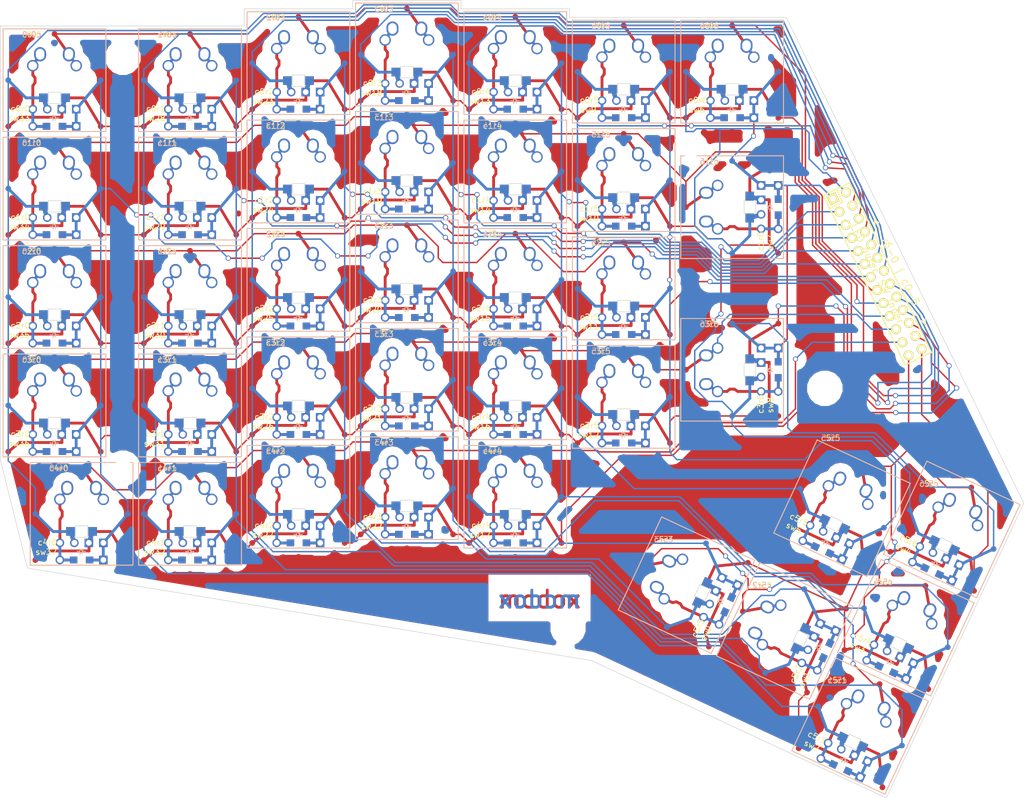
<source format=kicad_pcb>
(kicad_pcb (version 4) (host pcbnew "(2014-11-17 BZR 5290)-product")
  (layers (0 F.Cu signal) (31 B.Cu signal) (34 B.Paste user) (35 F.Paste user) (36 B.SilkS user) (37 F.SilkS user) (38 B.Mask user) (39 F.Mask user) (44 Edge.Cuts user))
  (net 0 "")
  (module m3_hole (layer F.Cu) (at 92 102)
    (fp_text reference "" (at 0 0) (layer F.SilkS))
    (fp_text value "" (at 0 0) (layer F.SilkS))
    (pad "" np_thru_hole circle (at 0 0) (size 3.2 3.2) (drill 3.2) (layers *.Cu))
  )
  (module m3_hole (layer F.Cu) (at 92 30)
    (fp_text reference "" (at 0 0) (layer F.SilkS))
    (fp_text value "" (at 0 0) (layer F.SilkS))
    (pad "" np_thru_hole circle (at 0 0) (size 3.2 3.2) (drill 3.2) (layers *.Cu))
  )
  (module m3_hole (layer F.Cu) (at 191.5 46)
    (fp_text reference "" (at 0 0) (layer F.SilkS))
    (fp_text value "" (at 0 0) (layer F.SilkS))
    (pad "" np_thru_hole circle (at 0 0) (size 3.2 3.2) (drill 3.2) (layers *.Cu))
  )
  (module m3_hole (layer F.Cu) (at 215 88)
    (fp_text reference "" (at 0 0) (layer F.SilkS))
    (fp_text value "" (at 0 0) (layer F.SilkS))
    (pad "" np_thru_hole circle (at 0 0) (size 3.2 3.2) (drill 3.2) (layers *.Cu))
  )
  (module m3_hole (layer F.Cu) (at 171 130.9)
    (fp_text reference "" (at 0 0) (layer F.SilkS))
    (fp_text value "" (at 0 0) (layer F.SilkS))
    (pad "" np_thru_hole circle (at -1 -0.9) (size 3.2 3.2) (drill 3.2) (layers *.Cu))
  )
  (module alpsmx (layer F.Cu) (at 190.75 122.5 65)
    (fp_text reference sw0 (at -6.2 6.7 65) (layer F.SilkS))
    (fp_text value c5r3 (at -6 5 65) (layer F.SilkS))
    (fp_line (start 2.52 -4.54) (end 3.81 -2.54) (layer F.Cu) (width 0.5))
    (fp_line (start -2.52 -4.54) (end -3.81 -2.54) (layer F.Cu) (width 0.5))
    (fp_line (start 2.52 -4.54) (end 3.81 -2.54) (layer B.Cu) (width 0.5))
    (fp_line (start -2.52 -4.54) (end -3.81 -2.54) (layer B.Cu) (width 0.5))
    (fp_line (start -5 3.1) (end -1.6 3.1) (layer B.Cu) (width 0.5))
    (fp_line (start -5 3.1) (end -8.1 0) (layer B.Cu) (width 0.5))
    (fp_line (start 3.8 5.1) (end 8.1 0) (layer B.Cu) (width 0.5))
    (fp_line (start 1.6 3.1) (end 5.1 3.1) (layer F.Cu) (width 0.5))
    (fp_line (start 5.1 3.1) (end 8.1 8.1) (layer F.Cu) (width 0.5))
    (fp_line (start 0 -8.1) (end 2.52 -4.54) (layer F.Cu) (width 0.5))
    (fp_line (start -8.1 8.1) (end -6.1 6.5) (layer F.Cu) (width 0.5))
    (fp_line (start 1.3 6.5) (end 1.3 5.1) (layer F.Cu) (width 0.5))
    (fp_line (start -6.1 6.5) (end 1.3 6.5) (layer F.Cu) (width 0.5))
    (fp_line (start -1.9 3.1) (end -1.3 5.1) (layer B.Cu) (width 0.75))
    (fp_line (start 1.9 3.1) (end 1.3 5.1) (layer B.Cu) (width 0.75))
    (fp_line (start 1.3 5.1) (end 1.9 3.1) (layer F.Cu) (width 0.75))
    (fp_line (start -1.3 5.1) (end -1.9 3.1) (layer F.Cu) (width 0.75))
    (fp_line (start -3.8 8.1) (end -1.3 8.1) (layer B.Cu) (width 0.5))
    (fp_line (start -3.8 8.1) (end -1.3 8.1) (layer F.Cu) (width 0.5))
    (fp_line (start -3.8 8.1) (end -3.8 5.1) (layer B.Cu) (width 0.5))
    (fp_line (start 3.8 8.1) (end 3.8 5.1) (layer B.Cu) (width 0.5))
    (fp_line (start 3.8 8.1) (end 1.3 8.1) (layer B.Cu) (width 0.5))
    (fp_line (start 3.8 8.1) (end 1.3 8.1) (layer F.Cu) (width 0.5))
    (fp_line (start -3.8 5.1) (end -3.8 1) (layer F.Cu) (width 0.5))
    (fp_line (start -3.8 1) (end -3.4 0.4) (layer F.Cu) (width 0.5))
    (fp_line (start -3.4 0.4) (end -3.4 -0.4) (layer F.Cu) (width 0.5))
    (fp_line (start -3.4 -0.4) (end -3.8 -0.9) (layer F.Cu) (width 0.5))
    (fp_line (start -3.8 -0.9) (end -3.8 -2.5) (layer F.Cu) (width 0.5))
    (fp_line (start -1.1 2.1) (end 1.1 2.1) (layer Edge.Cuts) (width 0.1))
    (fp_line (start 1.1 2.1) (end 1.1 4.1) (layer Edge.Cuts) (width 0.1))
    (fp_line (start 1.1 4.1) (end -1.1 4.1) (layer Edge.Cuts) (width 0.1))
    (fp_line (start -1.1 4.1) (end -1.1 2.1) (layer Edge.Cuts) (width 0.1))
    (pad "" np_thru_hole circle (at 0 0 65) (size 4 4) (drill 4) (layers *.Cu))
    (pad "" np_thru_hole circle (at 5.08 0 65) (size 1.7018 1.7018) (drill 1.7018) (layers *.Cu))
    (pad "" np_thru_hole circle (at -5.08 0 65) (size 1.7018 1.7018) (drill 1.7018) (layers *.Cu))
    (pad "" smd rect (at 1.9 3.08 65) (size 1.6 1.5) (layers *.Cu *.Paste *.Mask))
    (pad "" smd rect (at -1.9 3.08 65) (size 1.6 1.5) (layers *.Cu *.Paste *.Mask))
    (pad "" thru_hole rect (at 1.27 5.08 65) (size 1.5 1.5) (drill 1) (layers *.Cu *.Mask))
    (pad "" thru_hole circle (at -1.27 5.08 65) (size 1.5 1.5) (drill 1) (layers *.Cu *.Mask))
    (pad "" thru_hole rect (at 3.81 5.08 65) (size 1.5 1.5) (drill 1) (layers *.Cu *.Mask))
    (pad "" thru_hole circle (at -3.81 5.08 65) (size 1.5 1.5) (drill 1) (layers *.Cu *.Mask))
    (pad "" thru_hole rect (at 3.81 8.082 65) (size 1.5 1.5) (drill 1) (layers *.Cu *.Mask))
    (pad "" thru_hole circle (at -3.81 8.082 65) (size 1.5 1.5) (drill 1) (layers *.Cu *.Mask))
    (pad "" smd rect (at 1.4 8.082 65) (size 1.3 1.2) (layers *.Cu *.Paste *.Mask))
    (pad "" smd rect (at -1.4 8.082 65) (size 1.3 1.2) (layers *.Cu *.Paste *.Mask))
    (pad "" thru_hole circle (at 3.81 -2.54 65) (size 2 2) (drill 1.5) (layers *.Cu *.Mask))
    (pad "" thru_hole circle (at -3.81 -2.54 65) (size 2 2) (drill 1.5) (layers *.Cu *.Mask))
    (pad "" thru_hole oval (at 2.52 -4.54 62.8) (size 2.1 2.5) (drill oval 1.5 1.9) (layers *.Cu *.Mask))
    (pad "" thru_hole oval (at -2.52 -4.54 67.2) (size 2.1 2.5) (drill oval 1.5 1.9) (layers *.Cu *.Mask))
    (pad "" smd circle (at -8.1 0 65) (size 1 1) (layers B.Cu B.Paste B.Mask))
    (pad "" smd circle (at 8.1 8.1 65) (size 1 1) (layers F.Cu F.Paste F.Mask))
    (pad "" smd circle (at -8.1 8.1 65) (size 1 1) (layers F.Cu F.Paste F.Mask))
    (pad "" smd circle (at 0 -8.1 65) (size 1 1) (layers F.Cu F.Paste F.Mask))
    (pad "" smd circle (at 8.1 0 65) (size 1 1) (layers B.Cu B.Paste B.Mask))
  )
  (module alpsmx (layer F.Cu) (at 207.969848 130.529747 65)
    (fp_text reference sw1 (at -6.2 6.7 65) (layer F.SilkS))
    (fp_text value c5r2 (at -6 5 65) (layer F.SilkS))
    (fp_line (start 2.52 -4.54) (end 3.81 -2.54) (layer F.Cu) (width 0.5))
    (fp_line (start -2.52 -4.54) (end -3.81 -2.54) (layer F.Cu) (width 0.5))
    (fp_line (start 2.52 -4.54) (end 3.81 -2.54) (layer B.Cu) (width 0.5))
    (fp_line (start -2.52 -4.54) (end -3.81 -2.54) (layer B.Cu) (width 0.5))
    (fp_line (start -5 3.1) (end -1.6 3.1) (layer B.Cu) (width 0.5))
    (fp_line (start -5 3.1) (end -8.1 0) (layer B.Cu) (width 0.5))
    (fp_line (start 3.8 5.1) (end 8.1 0) (layer B.Cu) (width 0.5))
    (fp_line (start 1.6 3.1) (end 5.1 3.1) (layer F.Cu) (width 0.5))
    (fp_line (start 5.1 3.1) (end 8.1 8.1) (layer F.Cu) (width 0.5))
    (fp_line (start 0 -8.1) (end 2.52 -4.54) (layer F.Cu) (width 0.5))
    (fp_line (start -8.1 8.1) (end -6.1 6.5) (layer F.Cu) (width 0.5))
    (fp_line (start 1.3 6.5) (end 1.3 5.1) (layer F.Cu) (width 0.5))
    (fp_line (start -6.1 6.5) (end 1.3 6.5) (layer F.Cu) (width 0.5))
    (fp_line (start -1.9 3.1) (end -1.3 5.1) (layer B.Cu) (width 0.75))
    (fp_line (start 1.9 3.1) (end 1.3 5.1) (layer B.Cu) (width 0.75))
    (fp_line (start 1.3 5.1) (end 1.9 3.1) (layer F.Cu) (width 0.75))
    (fp_line (start -1.3 5.1) (end -1.9 3.1) (layer F.Cu) (width 0.75))
    (fp_line (start -3.8 8.1) (end -1.3 8.1) (layer B.Cu) (width 0.5))
    (fp_line (start -3.8 8.1) (end -1.3 8.1) (layer F.Cu) (width 0.5))
    (fp_line (start -3.8 8.1) (end -3.8 5.1) (layer B.Cu) (width 0.5))
    (fp_line (start 3.8 8.1) (end 3.8 5.1) (layer B.Cu) (width 0.5))
    (fp_line (start 3.8 8.1) (end 1.3 8.1) (layer B.Cu) (width 0.5))
    (fp_line (start 3.8 8.1) (end 1.3 8.1) (layer F.Cu) (width 0.5))
    (fp_line (start -3.8 5.1) (end -3.8 1) (layer F.Cu) (width 0.5))
    (fp_line (start -3.8 1) (end -3.4 0.4) (layer F.Cu) (width 0.5))
    (fp_line (start -3.4 0.4) (end -3.4 -0.4) (layer F.Cu) (width 0.5))
    (fp_line (start -3.4 -0.4) (end -3.8 -0.9) (layer F.Cu) (width 0.5))
    (fp_line (start -3.8 -0.9) (end -3.8 -2.5) (layer F.Cu) (width 0.5))
    (fp_line (start -1.1 2.1) (end 1.1 2.1) (layer Edge.Cuts) (width 0.1))
    (fp_line (start 1.1 2.1) (end 1.1 4.1) (layer Edge.Cuts) (width 0.1))
    (fp_line (start 1.1 4.1) (end -1.1 4.1) (layer Edge.Cuts) (width 0.1))
    (fp_line (start -1.1 4.1) (end -1.1 2.1) (layer Edge.Cuts) (width 0.1))
    (pad "" np_thru_hole circle (at 0 0 65) (size 4 4) (drill 4) (layers *.Cu))
    (pad "" np_thru_hole circle (at 5.08 0 65) (size 1.7018 1.7018) (drill 1.7018) (layers *.Cu))
    (pad "" np_thru_hole circle (at -5.08 0 65) (size 1.7018 1.7018) (drill 1.7018) (layers *.Cu))
    (pad "" smd rect (at 1.9 3.08 65) (size 1.6 1.5) (layers *.Cu *.Paste *.Mask))
    (pad "" smd rect (at -1.9 3.08 65) (size 1.6 1.5) (layers *.Cu *.Paste *.Mask))
    (pad "" thru_hole rect (at 1.27 5.08 65) (size 1.5 1.5) (drill 1) (layers *.Cu *.Mask))
    (pad "" thru_hole circle (at -1.27 5.08 65) (size 1.5 1.5) (drill 1) (layers *.Cu *.Mask))
    (pad "" thru_hole rect (at 3.81 5.08 65) (size 1.5 1.5) (drill 1) (layers *.Cu *.Mask))
    (pad "" thru_hole circle (at -3.81 5.08 65) (size 1.5 1.5) (drill 1) (layers *.Cu *.Mask))
    (pad "" thru_hole rect (at 3.81 8.082 65) (size 1.5 1.5) (drill 1) (layers *.Cu *.Mask))
    (pad "" thru_hole circle (at -3.81 8.082 65) (size 1.5 1.5) (drill 1) (layers *.Cu *.Mask))
    (pad "" smd rect (at 1.4 8.082 65) (size 1.3 1.2) (layers *.Cu *.Paste *.Mask))
    (pad "" smd rect (at -1.4 8.082 65) (size 1.3 1.2) (layers *.Cu *.Paste *.Mask))
    (pad "" thru_hole circle (at 3.81 -2.54 65) (size 2 2) (drill 1.5) (layers *.Cu *.Mask))
    (pad "" thru_hole circle (at -3.81 -2.54 65) (size 2 2) (drill 1.5) (layers *.Cu *.Mask))
    (pad "" thru_hole oval (at 2.52 -4.54 62.8) (size 2.1 2.5) (drill oval 1.5 1.9) (layers *.Cu *.Mask))
    (pad "" thru_hole oval (at -2.52 -4.54 67.2) (size 2.1 2.5) (drill oval 1.5 1.9) (layers *.Cu *.Mask))
    (pad "" smd circle (at -8.1 0 65) (size 1 1) (layers B.Cu B.Paste B.Mask))
    (pad "" smd circle (at 8.1 8.1 65) (size 1 1) (layers F.Cu F.Paste F.Mask))
    (pad "" smd circle (at -8.1 8.1 65) (size 1 1) (layers F.Cu F.Paste F.Mask))
    (pad "" smd circle (at 0 -8.1 65) (size 1 1) (layers F.Cu F.Paste F.Mask))
    (pad "" smd circle (at 8.1 0 65) (size 1 1) (layers B.Cu B.Paste B.Mask))
  )
  (module alpsmx (layer F.Cu) (at 221.174822 147.169418 335)
    (fp_text reference sw2 (at -6.2 6.7 335) (layer F.SilkS))
    (fp_text value c5r1 (at -6 5 335) (layer F.SilkS))
    (fp_line (start 2.52 -4.54) (end 3.81 -2.54) (layer F.Cu) (width 0.5))
    (fp_line (start -2.52 -4.54) (end -3.81 -2.54) (layer F.Cu) (width 0.5))
    (fp_line (start 2.52 -4.54) (end 3.81 -2.54) (layer B.Cu) (width 0.5))
    (fp_line (start -2.52 -4.54) (end -3.81 -2.54) (layer B.Cu) (width 0.5))
    (fp_line (start -5 3.1) (end -1.6 3.1) (layer B.Cu) (width 0.5))
    (fp_line (start -5 3.1) (end -8.1 0) (layer B.Cu) (width 0.5))
    (fp_line (start 3.8 5.1) (end 8.1 0) (layer B.Cu) (width 0.5))
    (fp_line (start 1.6 3.1) (end 5.1 3.1) (layer F.Cu) (width 0.5))
    (fp_line (start 5.1 3.1) (end 8.1 8.1) (layer F.Cu) (width 0.5))
    (fp_line (start 0 -8.1) (end 2.52 -4.54) (layer F.Cu) (width 0.5))
    (fp_line (start -8.1 8.1) (end -6.1 6.5) (layer F.Cu) (width 0.5))
    (fp_line (start 1.3 6.5) (end 1.3 5.1) (layer F.Cu) (width 0.5))
    (fp_line (start -6.1 6.5) (end 1.3 6.5) (layer F.Cu) (width 0.5))
    (fp_line (start -1.9 3.1) (end -1.3 5.1) (layer B.Cu) (width 0.75))
    (fp_line (start 1.9 3.1) (end 1.3 5.1) (layer B.Cu) (width 0.75))
    (fp_line (start 1.3 5.1) (end 1.9 3.1) (layer F.Cu) (width 0.75))
    (fp_line (start -1.3 5.1) (end -1.9 3.1) (layer F.Cu) (width 0.75))
    (fp_line (start -3.8 8.1) (end -1.3 8.1) (layer B.Cu) (width 0.5))
    (fp_line (start -3.8 8.1) (end -1.3 8.1) (layer F.Cu) (width 0.5))
    (fp_line (start -3.8 8.1) (end -3.8 5.1) (layer B.Cu) (width 0.5))
    (fp_line (start 3.8 8.1) (end 3.8 5.1) (layer B.Cu) (width 0.5))
    (fp_line (start 3.8 8.1) (end 1.3 8.1) (layer B.Cu) (width 0.5))
    (fp_line (start 3.8 8.1) (end 1.3 8.1) (layer F.Cu) (width 0.5))
    (fp_line (start -3.8 5.1) (end -3.8 1) (layer F.Cu) (width 0.5))
    (fp_line (start -3.8 1) (end -3.4 0.4) (layer F.Cu) (width 0.5))
    (fp_line (start -3.4 0.4) (end -3.4 -0.4) (layer F.Cu) (width 0.5))
    (fp_line (start -3.4 -0.4) (end -3.8 -0.9) (layer F.Cu) (width 0.5))
    (fp_line (start -3.8 -0.9) (end -3.8 -2.5) (layer F.Cu) (width 0.5))
    (fp_line (start -1.1 2.1) (end 1.1 2.1) (layer Edge.Cuts) (width 0.1))
    (fp_line (start 1.1 2.1) (end 1.1 4.1) (layer Edge.Cuts) (width 0.1))
    (fp_line (start 1.1 4.1) (end -1.1 4.1) (layer Edge.Cuts) (width 0.1))
    (fp_line (start -1.1 4.1) (end -1.1 2.1) (layer Edge.Cuts) (width 0.1))
    (pad "" np_thru_hole circle (at 0 0 335) (size 4 4) (drill 4) (layers *.Cu))
    (pad "" np_thru_hole circle (at 5.08 0 335) (size 1.7018 1.7018) (drill 1.7018) (layers *.Cu))
    (pad "" np_thru_hole circle (at -5.08 0 335) (size 1.7018 1.7018) (drill 1.7018) (layers *.Cu))
    (pad "" smd rect (at 1.9 3.08 335) (size 1.6 1.5) (layers *.Cu *.Paste *.Mask))
    (pad "" smd rect (at -1.9 3.08 335) (size 1.6 1.5) (layers *.Cu *.Paste *.Mask))
    (pad "" thru_hole rect (at 1.27 5.08 335) (size 1.5 1.5) (drill 1) (layers *.Cu *.Mask))
    (pad "" thru_hole circle (at -1.27 5.08 335) (size 1.5 1.5) (drill 1) (layers *.Cu *.Mask))
    (pad "" thru_hole rect (at 3.81 5.08 335) (size 1.5 1.5) (drill 1) (layers *.Cu *.Mask))
    (pad "" thru_hole circle (at -3.81 5.08 335) (size 1.5 1.5) (drill 1) (layers *.Cu *.Mask))
    (pad "" thru_hole rect (at 3.81 8.082 335) (size 1.5 1.5) (drill 1) (layers *.Cu *.Mask))
    (pad "" thru_hole circle (at -3.81 8.082 335) (size 1.5 1.5) (drill 1) (layers *.Cu *.Mask))
    (pad "" smd rect (at 1.4 8.082 335) (size 1.3 1.2) (layers *.Cu *.Paste *.Mask))
    (pad "" smd rect (at -1.4 8.082 335) (size 1.3 1.2) (layers *.Cu *.Paste *.Mask))
    (pad "" thru_hole circle (at 3.81 -2.54 335) (size 2 2) (drill 1.5) (layers *.Cu *.Mask))
    (pad "" thru_hole circle (at -3.81 -2.54 335) (size 2 2) (drill 1.5) (layers *.Cu *.Mask))
    (pad "" thru_hole oval (at 2.52 -4.54 332.8) (size 2.1 2.5) (drill oval 1.5 1.9) (layers *.Cu *.Mask))
    (pad "" thru_hole oval (at -2.52 -4.54 337.2) (size 2.1 2.5) (drill oval 1.5 1.9) (layers *.Cu *.Mask))
    (pad "" smd circle (at -8.1 0 335) (size 1 1) (layers B.Cu B.Paste B.Mask))
    (pad "" smd circle (at 8.1 8.1 335) (size 1 1) (layers F.Cu F.Paste F.Mask))
    (pad "" smd circle (at -8.1 8.1 335) (size 1 1) (layers F.Cu F.Paste F.Mask))
    (pad "" smd circle (at 0 -8.1 335) (size 1 1) (layers F.Cu F.Paste F.Mask))
    (pad "" smd circle (at 8.1 0 335) (size 1 1) (layers B.Cu B.Paste B.Mask))
  )
  (module alpsmx (layer F.Cu) (at 229.204569 129.94957 335)
    (fp_text reference sw3 (at -6.2 6.7 335) (layer F.SilkS))
    (fp_text value c5r4 (at -6 5 335) (layer F.SilkS))
    (fp_line (start 2.52 -4.54) (end 3.81 -2.54) (layer F.Cu) (width 0.5))
    (fp_line (start -2.52 -4.54) (end -3.81 -2.54) (layer F.Cu) (width 0.5))
    (fp_line (start 2.52 -4.54) (end 3.81 -2.54) (layer B.Cu) (width 0.5))
    (fp_line (start -2.52 -4.54) (end -3.81 -2.54) (layer B.Cu) (width 0.5))
    (fp_line (start -5 3.1) (end -1.6 3.1) (layer B.Cu) (width 0.5))
    (fp_line (start -5 3.1) (end -8.1 0) (layer B.Cu) (width 0.5))
    (fp_line (start 3.8 5.1) (end 8.1 0) (layer B.Cu) (width 0.5))
    (fp_line (start 1.6 3.1) (end 5.1 3.1) (layer F.Cu) (width 0.5))
    (fp_line (start 5.1 3.1) (end 8.1 8.1) (layer F.Cu) (width 0.5))
    (fp_line (start 0 -8.1) (end 2.52 -4.54) (layer F.Cu) (width 0.5))
    (fp_line (start -8.1 8.1) (end -6.1 6.5) (layer F.Cu) (width 0.5))
    (fp_line (start 1.3 6.5) (end 1.3 5.1) (layer F.Cu) (width 0.5))
    (fp_line (start -6.1 6.5) (end 1.3 6.5) (layer F.Cu) (width 0.5))
    (fp_line (start -1.9 3.1) (end -1.3 5.1) (layer B.Cu) (width 0.75))
    (fp_line (start 1.9 3.1) (end 1.3 5.1) (layer B.Cu) (width 0.75))
    (fp_line (start 1.3 5.1) (end 1.9 3.1) (layer F.Cu) (width 0.75))
    (fp_line (start -1.3 5.1) (end -1.9 3.1) (layer F.Cu) (width 0.75))
    (fp_line (start -3.8 8.1) (end -1.3 8.1) (layer B.Cu) (width 0.5))
    (fp_line (start -3.8 8.1) (end -1.3 8.1) (layer F.Cu) (width 0.5))
    (fp_line (start -3.8 8.1) (end -3.8 5.1) (layer B.Cu) (width 0.5))
    (fp_line (start 3.8 8.1) (end 3.8 5.1) (layer B.Cu) (width 0.5))
    (fp_line (start 3.8 8.1) (end 1.3 8.1) (layer B.Cu) (width 0.5))
    (fp_line (start 3.8 8.1) (end 1.3 8.1) (layer F.Cu) (width 0.5))
    (fp_line (start -3.8 5.1) (end -3.8 1) (layer F.Cu) (width 0.5))
    (fp_line (start -3.8 1) (end -3.4 0.4) (layer F.Cu) (width 0.5))
    (fp_line (start -3.4 0.4) (end -3.4 -0.4) (layer F.Cu) (width 0.5))
    (fp_line (start -3.4 -0.4) (end -3.8 -0.9) (layer F.Cu) (width 0.5))
    (fp_line (start -3.8 -0.9) (end -3.8 -2.5) (layer F.Cu) (width 0.5))
    (fp_line (start -1.1 2.1) (end 1.1 2.1) (layer Edge.Cuts) (width 0.1))
    (fp_line (start 1.1 2.1) (end 1.1 4.1) (layer Edge.Cuts) (width 0.1))
    (fp_line (start 1.1 4.1) (end -1.1 4.1) (layer Edge.Cuts) (width 0.1))
    (fp_line (start -1.1 4.1) (end -1.1 2.1) (layer Edge.Cuts) (width 0.1))
    (pad "" np_thru_hole circle (at 0 0 335) (size 4 4) (drill 4) (layers *.Cu))
    (pad "" np_thru_hole circle (at 5.08 0 335) (size 1.7018 1.7018) (drill 1.7018) (layers *.Cu))
    (pad "" np_thru_hole circle (at -5.08 0 335) (size 1.7018 1.7018) (drill 1.7018) (layers *.Cu))
    (pad "" smd rect (at 1.9 3.08 335) (size 1.6 1.5) (layers *.Cu *.Paste *.Mask))
    (pad "" smd rect (at -1.9 3.08 335) (size 1.6 1.5) (layers *.Cu *.Paste *.Mask))
    (pad "" thru_hole rect (at 1.27 5.08 335) (size 1.5 1.5) (drill 1) (layers *.Cu *.Mask))
    (pad "" thru_hole circle (at -1.27 5.08 335) (size 1.5 1.5) (drill 1) (layers *.Cu *.Mask))
    (pad "" thru_hole rect (at 3.81 5.08 335) (size 1.5 1.5) (drill 1) (layers *.Cu *.Mask))
    (pad "" thru_hole circle (at -3.81 5.08 335) (size 1.5 1.5) (drill 1) (layers *.Cu *.Mask))
    (pad "" thru_hole rect (at 3.81 8.082 335) (size 1.5 1.5) (drill 1) (layers *.Cu *.Mask))
    (pad "" thru_hole circle (at -3.81 8.082 335) (size 1.5 1.5) (drill 1) (layers *.Cu *.Mask))
    (pad "" smd rect (at 1.4 8.082 335) (size 1.3 1.2) (layers *.Cu *.Paste *.Mask))
    (pad "" smd rect (at -1.4 8.082 335) (size 1.3 1.2) (layers *.Cu *.Paste *.Mask))
    (pad "" thru_hole circle (at 3.81 -2.54 335) (size 2 2) (drill 1.5) (layers *.Cu *.Mask))
    (pad "" thru_hole circle (at -3.81 -2.54 335) (size 2 2) (drill 1.5) (layers *.Cu *.Mask))
    (pad "" thru_hole oval (at 2.52 -4.54 332.8) (size 2.1 2.5) (drill oval 1.5 1.9) (layers *.Cu *.Mask))
    (pad "" thru_hole oval (at -2.52 -4.54 337.2) (size 2.1 2.5) (drill oval 1.5 1.9) (layers *.Cu *.Mask))
    (pad "" smd circle (at -8.1 0 335) (size 1 1) (layers B.Cu B.Paste B.Mask))
    (pad "" smd circle (at 8.1 8.1 335) (size 1 1) (layers F.Cu F.Paste F.Mask))
    (pad "" smd circle (at -8.1 8.1 335) (size 1 1) (layers F.Cu F.Paste F.Mask))
    (pad "" smd circle (at 0 -8.1 335) (size 1 1) (layers F.Cu F.Paste F.Mask))
    (pad "" smd circle (at 8.1 0 335) (size 1 1) (layers B.Cu B.Paste B.Mask))
  )
  (module alpsmx (layer F.Cu) (at 237.234316 112.729722 335)
    (fp_text reference sw4 (at -6.2 6.7 335) (layer F.SilkS))
    (fp_text value c5r6 (at -6 5 335) (layer F.SilkS))
    (fp_line (start 2.52 -4.54) (end 3.81 -2.54) (layer F.Cu) (width 0.5))
    (fp_line (start -2.52 -4.54) (end -3.81 -2.54) (layer F.Cu) (width 0.5))
    (fp_line (start 2.52 -4.54) (end 3.81 -2.54) (layer B.Cu) (width 0.5))
    (fp_line (start -2.52 -4.54) (end -3.81 -2.54) (layer B.Cu) (width 0.5))
    (fp_line (start -5 3.1) (end -1.6 3.1) (layer B.Cu) (width 0.5))
    (fp_line (start -5 3.1) (end -8.1 0) (layer B.Cu) (width 0.5))
    (fp_line (start 3.8 5.1) (end 8.1 0) (layer B.Cu) (width 0.5))
    (fp_line (start 1.6 3.1) (end 5.1 3.1) (layer F.Cu) (width 0.5))
    (fp_line (start 5.1 3.1) (end 8.1 8.1) (layer F.Cu) (width 0.5))
    (fp_line (start 0 -8.1) (end 2.52 -4.54) (layer F.Cu) (width 0.5))
    (fp_line (start -8.1 8.1) (end -6.1 6.5) (layer F.Cu) (width 0.5))
    (fp_line (start 1.3 6.5) (end 1.3 5.1) (layer F.Cu) (width 0.5))
    (fp_line (start -6.1 6.5) (end 1.3 6.5) (layer F.Cu) (width 0.5))
    (fp_line (start -1.9 3.1) (end -1.3 5.1) (layer B.Cu) (width 0.75))
    (fp_line (start 1.9 3.1) (end 1.3 5.1) (layer B.Cu) (width 0.75))
    (fp_line (start 1.3 5.1) (end 1.9 3.1) (layer F.Cu) (width 0.75))
    (fp_line (start -1.3 5.1) (end -1.9 3.1) (layer F.Cu) (width 0.75))
    (fp_line (start -3.8 8.1) (end -1.3 8.1) (layer B.Cu) (width 0.5))
    (fp_line (start -3.8 8.1) (end -1.3 8.1) (layer F.Cu) (width 0.5))
    (fp_line (start -3.8 8.1) (end -3.8 5.1) (layer B.Cu) (width 0.5))
    (fp_line (start 3.8 8.1) (end 3.8 5.1) (layer B.Cu) (width 0.5))
    (fp_line (start 3.8 8.1) (end 1.3 8.1) (layer B.Cu) (width 0.5))
    (fp_line (start 3.8 8.1) (end 1.3 8.1) (layer F.Cu) (width 0.5))
    (fp_line (start -3.8 5.1) (end -3.8 1) (layer F.Cu) (width 0.5))
    (fp_line (start -3.8 1) (end -3.4 0.4) (layer F.Cu) (width 0.5))
    (fp_line (start -3.4 0.4) (end -3.4 -0.4) (layer F.Cu) (width 0.5))
    (fp_line (start -3.4 -0.4) (end -3.8 -0.9) (layer F.Cu) (width 0.5))
    (fp_line (start -3.8 -0.9) (end -3.8 -2.5) (layer F.Cu) (width 0.5))
    (fp_line (start -1.1 2.1) (end 1.1 2.1) (layer Edge.Cuts) (width 0.1))
    (fp_line (start 1.1 2.1) (end 1.1 4.1) (layer Edge.Cuts) (width 0.1))
    (fp_line (start 1.1 4.1) (end -1.1 4.1) (layer Edge.Cuts) (width 0.1))
    (fp_line (start -1.1 4.1) (end -1.1 2.1) (layer Edge.Cuts) (width 0.1))
    (pad "" np_thru_hole circle (at 0 0 335) (size 4 4) (drill 4) (layers *.Cu))
    (pad "" np_thru_hole circle (at 5.08 0 335) (size 1.7018 1.7018) (drill 1.7018) (layers *.Cu))
    (pad "" np_thru_hole circle (at -5.08 0 335) (size 1.7018 1.7018) (drill 1.7018) (layers *.Cu))
    (pad "" smd rect (at 1.9 3.08 335) (size 1.6 1.5) (layers *.Cu *.Paste *.Mask))
    (pad "" smd rect (at -1.9 3.08 335) (size 1.6 1.5) (layers *.Cu *.Paste *.Mask))
    (pad "" thru_hole rect (at 1.27 5.08 335) (size 1.5 1.5) (drill 1) (layers *.Cu *.Mask))
    (pad "" thru_hole circle (at -1.27 5.08 335) (size 1.5 1.5) (drill 1) (layers *.Cu *.Mask))
    (pad "" thru_hole rect (at 3.81 5.08 335) (size 1.5 1.5) (drill 1) (layers *.Cu *.Mask))
    (pad "" thru_hole circle (at -3.81 5.08 335) (size 1.5 1.5) (drill 1) (layers *.Cu *.Mask))
    (pad "" thru_hole rect (at 3.81 8.082 335) (size 1.5 1.5) (drill 1) (layers *.Cu *.Mask))
    (pad "" thru_hole circle (at -3.81 8.082 335) (size 1.5 1.5) (drill 1) (layers *.Cu *.Mask))
    (pad "" smd rect (at 1.4 8.082 335) (size 1.3 1.2) (layers *.Cu *.Paste *.Mask))
    (pad "" smd rect (at -1.4 8.082 335) (size 1.3 1.2) (layers *.Cu *.Paste *.Mask))
    (pad "" thru_hole circle (at 3.81 -2.54 335) (size 2 2) (drill 1.5) (layers *.Cu *.Mask))
    (pad "" thru_hole circle (at -3.81 -2.54 335) (size 2 2) (drill 1.5) (layers *.Cu *.Mask))
    (pad "" thru_hole oval (at 2.52 -4.54 332.8) (size 2.1 2.5) (drill oval 1.5 1.9) (layers *.Cu *.Mask))
    (pad "" thru_hole oval (at -2.52 -4.54 337.2) (size 2.1 2.5) (drill oval 1.5 1.9) (layers *.Cu *.Mask))
    (pad "" smd circle (at -8.1 0 335) (size 1 1) (layers B.Cu B.Paste B.Mask))
    (pad "" smd circle (at 8.1 8.1 335) (size 1 1) (layers F.Cu F.Paste F.Mask))
    (pad "" smd circle (at -8.1 8.1 335) (size 1 1) (layers F.Cu F.Paste F.Mask))
    (pad "" smd circle (at 0 -8.1 335) (size 1 1) (layers F.Cu F.Paste F.Mask))
    (pad "" smd circle (at 8.1 0 335) (size 1 1) (layers B.Cu B.Paste B.Mask))
  )
  (module alpsmx (layer F.Cu) (at 218.007032 109.004937 335)
    (fp_text reference sw5 (at -6.2 6.7 335) (layer F.SilkS))
    (fp_text value c5r5 (at -6 5 335) (layer F.SilkS))
    (fp_line (start 2.52 -4.54) (end 3.81 -2.54) (layer F.Cu) (width 0.5))
    (fp_line (start -2.52 -4.54) (end -3.81 -2.54) (layer F.Cu) (width 0.5))
    (fp_line (start 2.52 -4.54) (end 3.81 -2.54) (layer B.Cu) (width 0.5))
    (fp_line (start -2.52 -4.54) (end -3.81 -2.54) (layer B.Cu) (width 0.5))
    (fp_line (start -5 3.1) (end -1.6 3.1) (layer B.Cu) (width 0.5))
    (fp_line (start -5 3.1) (end -8.1 0) (layer B.Cu) (width 0.5))
    (fp_line (start 3.8 5.1) (end 8.1 0) (layer B.Cu) (width 0.5))
    (fp_line (start 1.6 3.1) (end 5.1 3.1) (layer F.Cu) (width 0.5))
    (fp_line (start 5.1 3.1) (end 8.1 8.1) (layer F.Cu) (width 0.5))
    (fp_line (start 0 -8.1) (end 2.52 -4.54) (layer F.Cu) (width 0.5))
    (fp_line (start -8.1 8.1) (end -6.1 6.5) (layer F.Cu) (width 0.5))
    (fp_line (start 1.3 6.5) (end 1.3 5.1) (layer F.Cu) (width 0.5))
    (fp_line (start -6.1 6.5) (end 1.3 6.5) (layer F.Cu) (width 0.5))
    (fp_line (start -1.9 3.1) (end -1.3 5.1) (layer B.Cu) (width 0.75))
    (fp_line (start 1.9 3.1) (end 1.3 5.1) (layer B.Cu) (width 0.75))
    (fp_line (start 1.3 5.1) (end 1.9 3.1) (layer F.Cu) (width 0.75))
    (fp_line (start -1.3 5.1) (end -1.9 3.1) (layer F.Cu) (width 0.75))
    (fp_line (start -3.8 8.1) (end -1.3 8.1) (layer B.Cu) (width 0.5))
    (fp_line (start -3.8 8.1) (end -1.3 8.1) (layer F.Cu) (width 0.5))
    (fp_line (start -3.8 8.1) (end -3.8 5.1) (layer B.Cu) (width 0.5))
    (fp_line (start 3.8 8.1) (end 3.8 5.1) (layer B.Cu) (width 0.5))
    (fp_line (start 3.8 8.1) (end 1.3 8.1) (layer B.Cu) (width 0.5))
    (fp_line (start 3.8 8.1) (end 1.3 8.1) (layer F.Cu) (width 0.5))
    (fp_line (start -3.8 5.1) (end -3.8 1) (layer F.Cu) (width 0.5))
    (fp_line (start -3.8 1) (end -3.4 0.4) (layer F.Cu) (width 0.5))
    (fp_line (start -3.4 0.4) (end -3.4 -0.4) (layer F.Cu) (width 0.5))
    (fp_line (start -3.4 -0.4) (end -3.8 -0.9) (layer F.Cu) (width 0.5))
    (fp_line (start -3.8 -0.9) (end -3.8 -2.5) (layer F.Cu) (width 0.5))
    (fp_line (start -1.1 2.1) (end 1.1 2.1) (layer Edge.Cuts) (width 0.1))
    (fp_line (start 1.1 2.1) (end 1.1 4.1) (layer Edge.Cuts) (width 0.1))
    (fp_line (start 1.1 4.1) (end -1.1 4.1) (layer Edge.Cuts) (width 0.1))
    (fp_line (start -1.1 4.1) (end -1.1 2.1) (layer Edge.Cuts) (width 0.1))
    (pad "" np_thru_hole circle (at 0 0 335) (size 4 4) (drill 4) (layers *.Cu))
    (pad "" np_thru_hole circle (at 5.08 0 335) (size 1.7018 1.7018) (drill 1.7018) (layers *.Cu))
    (pad "" np_thru_hole circle (at -5.08 0 335) (size 1.7018 1.7018) (drill 1.7018) (layers *.Cu))
    (pad "" smd rect (at 1.9 3.08 335) (size 1.6 1.5) (layers *.Cu *.Paste *.Mask))
    (pad "" smd rect (at -1.9 3.08 335) (size 1.6 1.5) (layers *.Cu *.Paste *.Mask))
    (pad "" thru_hole rect (at 1.27 5.08 335) (size 1.5 1.5) (drill 1) (layers *.Cu *.Mask))
    (pad "" thru_hole circle (at -1.27 5.08 335) (size 1.5 1.5) (drill 1) (layers *.Cu *.Mask))
    (pad "" thru_hole rect (at 3.81 5.08 335) (size 1.5 1.5) (drill 1) (layers *.Cu *.Mask))
    (pad "" thru_hole circle (at -3.81 5.08 335) (size 1.5 1.5) (drill 1) (layers *.Cu *.Mask))
    (pad "" thru_hole rect (at 3.81 8.082 335) (size 1.5 1.5) (drill 1) (layers *.Cu *.Mask))
    (pad "" thru_hole circle (at -3.81 8.082 335) (size 1.5 1.5) (drill 1) (layers *.Cu *.Mask))
    (pad "" smd rect (at 1.4 8.082 335) (size 1.3 1.2) (layers *.Cu *.Paste *.Mask))
    (pad "" smd rect (at -1.4 8.082 335) (size 1.3 1.2) (layers *.Cu *.Paste *.Mask))
    (pad "" thru_hole circle (at 3.81 -2.54 335) (size 2 2) (drill 1.5) (layers *.Cu *.Mask))
    (pad "" thru_hole circle (at -3.81 -2.54 335) (size 2 2) (drill 1.5) (layers *.Cu *.Mask))
    (pad "" thru_hole oval (at 2.52 -4.54 332.8) (size 2.1 2.5) (drill oval 1.5 1.9) (layers *.Cu *.Mask))
    (pad "" thru_hole oval (at -2.52 -4.54 337.2) (size 2.1 2.5) (drill oval 1.5 1.9) (layers *.Cu *.Mask))
    (pad "" smd circle (at -8.1 0 335) (size 1 1) (layers B.Cu B.Paste B.Mask))
    (pad "" smd circle (at 8.1 8.1 335) (size 1 1) (layers F.Cu F.Paste F.Mask))
    (pad "" smd circle (at -8.1 8.1 335) (size 1 1) (layers F.Cu F.Paste F.Mask))
    (pad "" smd circle (at 0 -8.1 335) (size 1 1) (layers F.Cu F.Paste F.Mask))
    (pad "" smd circle (at 8.1 0 335) (size 1 1) (layers B.Cu B.Paste B.Mask))
  )
  (module alpsmx (layer F.Cu) (at 198.75 32.5)
    (fp_text reference sw6 (at -6.2 6.7) (layer F.SilkS))
    (fp_text value c0r6 (at -6 5) (layer F.SilkS))
    (fp_line (start 2.52 -4.54) (end 3.81 -2.54) (layer F.Cu) (width 0.5))
    (fp_line (start -2.52 -4.54) (end -3.81 -2.54) (layer F.Cu) (width 0.5))
    (fp_line (start 2.52 -4.54) (end 3.81 -2.54) (layer B.Cu) (width 0.5))
    (fp_line (start -2.52 -4.54) (end -3.81 -2.54) (layer B.Cu) (width 0.5))
    (fp_line (start -5 3.1) (end -1.6 3.1) (layer B.Cu) (width 0.5))
    (fp_line (start -5 3.1) (end -8.1 0) (layer B.Cu) (width 0.5))
    (fp_line (start 3.8 5.1) (end 8.1 0) (layer B.Cu) (width 0.5))
    (fp_line (start 1.6 3.1) (end 5.1 3.1) (layer F.Cu) (width 0.5))
    (fp_line (start 5.1 3.1) (end 8.1 8.1) (layer F.Cu) (width 0.5))
    (fp_line (start 0 -8.1) (end 2.52 -4.54) (layer F.Cu) (width 0.5))
    (fp_line (start -8.1 8.1) (end -6.1 6.5) (layer F.Cu) (width 0.5))
    (fp_line (start 1.3 6.5) (end 1.3 5.1) (layer F.Cu) (width 0.5))
    (fp_line (start -6.1 6.5) (end 1.3 6.5) (layer F.Cu) (width 0.5))
    (fp_line (start -1.9 3.1) (end -1.3 5.1) (layer B.Cu) (width 0.75))
    (fp_line (start 1.9 3.1) (end 1.3 5.1) (layer B.Cu) (width 0.75))
    (fp_line (start 1.3 5.1) (end 1.9 3.1) (layer F.Cu) (width 0.75))
    (fp_line (start -1.3 5.1) (end -1.9 3.1) (layer F.Cu) (width 0.75))
    (fp_line (start -3.8 8.1) (end -1.3 8.1) (layer B.Cu) (width 0.5))
    (fp_line (start -3.8 8.1) (end -1.3 8.1) (layer F.Cu) (width 0.5))
    (fp_line (start -3.8 8.1) (end -3.8 5.1) (layer B.Cu) (width 0.5))
    (fp_line (start 3.8 8.1) (end 3.8 5.1) (layer B.Cu) (width 0.5))
    (fp_line (start 3.8 8.1) (end 1.3 8.1) (layer B.Cu) (width 0.5))
    (fp_line (start 3.8 8.1) (end 1.3 8.1) (layer F.Cu) (width 0.5))
    (fp_line (start -3.8 5.1) (end -3.8 1) (layer F.Cu) (width 0.5))
    (fp_line (start -3.8 1) (end -3.4 0.4) (layer F.Cu) (width 0.5))
    (fp_line (start -3.4 0.4) (end -3.4 -0.4) (layer F.Cu) (width 0.5))
    (fp_line (start -3.4 -0.4) (end -3.8 -0.9) (layer F.Cu) (width 0.5))
    (fp_line (start -3.8 -0.9) (end -3.8 -2.5) (layer F.Cu) (width 0.5))
    (fp_line (start -1.1 2.1) (end 1.1 2.1) (layer Edge.Cuts) (width 0.1))
    (fp_line (start 1.1 2.1) (end 1.1 4.1) (layer Edge.Cuts) (width 0.1))
    (fp_line (start 1.1 4.1) (end -1.1 4.1) (layer Edge.Cuts) (width 0.1))
    (fp_line (start -1.1 4.1) (end -1.1 2.1) (layer Edge.Cuts) (width 0.1))
    (pad "" np_thru_hole circle (at 0 0) (size 4 4) (drill 4) (layers *.Cu))
    (pad "" np_thru_hole circle (at 5.08 0) (size 1.7018 1.7018) (drill 1.7018) (layers *.Cu))
    (pad "" np_thru_hole circle (at -5.08 0) (size 1.7018 1.7018) (drill 1.7018) (layers *.Cu))
    (pad "" smd rect (at 1.9 3.08) (size 1.6 1.5) (layers *.Cu *.Paste *.Mask))
    (pad "" smd rect (at -1.9 3.08) (size 1.6 1.5) (layers *.Cu *.Paste *.Mask))
    (pad "" thru_hole rect (at 1.27 5.08) (size 1.5 1.5) (drill 1) (layers *.Cu *.Mask))
    (pad "" thru_hole circle (at -1.27 5.08) (size 1.5 1.5) (drill 1) (layers *.Cu *.Mask))
    (pad "" thru_hole rect (at 3.81 5.08) (size 1.5 1.5) (drill 1) (layers *.Cu *.Mask))
    (pad "" thru_hole circle (at -3.81 5.08) (size 1.5 1.5) (drill 1) (layers *.Cu *.Mask))
    (pad "" thru_hole rect (at 3.81 8.082) (size 1.5 1.5) (drill 1) (layers *.Cu *.Mask))
    (pad "" thru_hole circle (at -3.81 8.082) (size 1.5 1.5) (drill 1) (layers *.Cu *.Mask))
    (pad "" smd rect (at 1.4 8.082) (size 1.3 1.2) (layers *.Cu *.Paste *.Mask))
    (pad "" smd rect (at -1.4 8.082) (size 1.3 1.2) (layers *.Cu *.Paste *.Mask))
    (pad "" thru_hole circle (at 3.81 -2.54) (size 2 2) (drill 1.5) (layers *.Cu *.Mask))
    (pad "" thru_hole circle (at -3.81 -2.54) (size 2 2) (drill 1.5) (layers *.Cu *.Mask))
    (pad "" thru_hole oval (at 2.52 -4.54 357.8) (size 2.1 2.5) (drill oval 1.5 1.9) (layers *.Cu *.Mask))
    (pad "" thru_hole oval (at -2.52 -4.54 2.2) (size 2.1 2.5) (drill oval 1.5 1.9) (layers *.Cu *.Mask))
    (pad "" smd circle (at -8.1 0) (size 1 1) (layers B.Cu B.Paste B.Mask))
    (pad "" smd circle (at 8.1 8.1) (size 1 1) (layers F.Cu F.Paste F.Mask))
    (pad "" smd circle (at -8.1 8.1) (size 1 1) (layers F.Cu F.Paste F.Mask))
    (pad "" smd circle (at 0 -8.1) (size 1 1) (layers F.Cu F.Paste F.Mask))
    (pad "" smd circle (at 8.1 0) (size 1 1) (layers B.Cu B.Paste B.Mask))
  )
  (module alpsmx (layer F.Cu) (at 198.75 56.25 90)
    (fp_text reference sw7 (at -6.2 6.7 90) (layer F.SilkS))
    (fp_text value c1r6 (at -6 5 90) (layer F.SilkS))
    (fp_line (start 2.52 -4.54) (end 3.81 -2.54) (layer F.Cu) (width 0.5))
    (fp_line (start -2.52 -4.54) (end -3.81 -2.54) (layer F.Cu) (width 0.5))
    (fp_line (start 2.52 -4.54) (end 3.81 -2.54) (layer B.Cu) (width 0.5))
    (fp_line (start -2.52 -4.54) (end -3.81 -2.54) (layer B.Cu) (width 0.5))
    (fp_line (start -5 3.1) (end -1.6 3.1) (layer B.Cu) (width 0.5))
    (fp_line (start -5 3.1) (end -8.1 0) (layer B.Cu) (width 0.5))
    (fp_line (start 3.8 5.1) (end 8.1 0) (layer B.Cu) (width 0.5))
    (fp_line (start 1.6 3.1) (end 5.1 3.1) (layer F.Cu) (width 0.5))
    (fp_line (start 5.1 3.1) (end 8.1 8.1) (layer F.Cu) (width 0.5))
    (fp_line (start 0 -8.1) (end 2.52 -4.54) (layer F.Cu) (width 0.5))
    (fp_line (start -8.1 8.1) (end -6.1 6.5) (layer F.Cu) (width 0.5))
    (fp_line (start 1.3 6.5) (end 1.3 5.1) (layer F.Cu) (width 0.5))
    (fp_line (start -6.1 6.5) (end 1.3 6.5) (layer F.Cu) (width 0.5))
    (fp_line (start -1.9 3.1) (end -1.3 5.1) (layer B.Cu) (width 0.75))
    (fp_line (start 1.9 3.1) (end 1.3 5.1) (layer B.Cu) (width 0.75))
    (fp_line (start 1.3 5.1) (end 1.9 3.1) (layer F.Cu) (width 0.75))
    (fp_line (start -1.3 5.1) (end -1.9 3.1) (layer F.Cu) (width 0.75))
    (fp_line (start -3.8 8.1) (end -1.3 8.1) (layer B.Cu) (width 0.5))
    (fp_line (start -3.8 8.1) (end -1.3 8.1) (layer F.Cu) (width 0.5))
    (fp_line (start -3.8 8.1) (end -3.8 5.1) (layer B.Cu) (width 0.5))
    (fp_line (start 3.8 8.1) (end 3.8 5.1) (layer B.Cu) (width 0.5))
    (fp_line (start 3.8 8.1) (end 1.3 8.1) (layer B.Cu) (width 0.5))
    (fp_line (start 3.8 8.1) (end 1.3 8.1) (layer F.Cu) (width 0.5))
    (fp_line (start -3.8 5.1) (end -3.8 1) (layer F.Cu) (width 0.5))
    (fp_line (start -3.8 1) (end -3.4 0.4) (layer F.Cu) (width 0.5))
    (fp_line (start -3.4 0.4) (end -3.4 -0.4) (layer F.Cu) (width 0.5))
    (fp_line (start -3.4 -0.4) (end -3.8 -0.9) (layer F.Cu) (width 0.5))
    (fp_line (start -3.8 -0.9) (end -3.8 -2.5) (layer F.Cu) (width 0.5))
    (fp_line (start -1.1 2.1) (end 1.1 2.1) (layer Edge.Cuts) (width 0.1))
    (fp_line (start 1.1 2.1) (end 1.1 4.1) (layer Edge.Cuts) (width 0.1))
    (fp_line (start 1.1 4.1) (end -1.1 4.1) (layer Edge.Cuts) (width 0.1))
    (fp_line (start -1.1 4.1) (end -1.1 2.1) (layer Edge.Cuts) (width 0.1))
    (pad "" np_thru_hole circle (at 0 0 90) (size 4 4) (drill 4) (layers *.Cu))
    (pad "" np_thru_hole circle (at 5.08 0 90) (size 1.7018 1.7018) (drill 1.7018) (layers *.Cu))
    (pad "" np_thru_hole circle (at -5.08 0 90) (size 1.7018 1.7018) (drill 1.7018) (layers *.Cu))
    (pad "" smd rect (at 1.9 3.08 90) (size 1.6 1.5) (layers *.Cu *.Paste *.Mask))
    (pad "" smd rect (at -1.9 3.08 90) (size 1.6 1.5) (layers *.Cu *.Paste *.Mask))
    (pad "" thru_hole rect (at 1.27 5.08 90) (size 1.5 1.5) (drill 1) (layers *.Cu *.Mask))
    (pad "" thru_hole circle (at -1.27 5.08 90) (size 1.5 1.5) (drill 1) (layers *.Cu *.Mask))
    (pad "" thru_hole rect (at 3.81 5.08 90) (size 1.5 1.5) (drill 1) (layers *.Cu *.Mask))
    (pad "" thru_hole circle (at -3.81 5.08 90) (size 1.5 1.5) (drill 1) (layers *.Cu *.Mask))
    (pad "" thru_hole rect (at 3.81 8.082 90) (size 1.5 1.5) (drill 1) (layers *.Cu *.Mask))
    (pad "" thru_hole circle (at -3.81 8.082 90) (size 1.5 1.5) (drill 1) (layers *.Cu *.Mask))
    (pad "" smd rect (at 1.4 8.082 90) (size 1.3 1.2) (layers *.Cu *.Paste *.Mask))
    (pad "" smd rect (at -1.4 8.082 90) (size 1.3 1.2) (layers *.Cu *.Paste *.Mask))
    (pad "" thru_hole circle (at 3.81 -2.54 90) (size 2 2) (drill 1.5) (layers *.Cu *.Mask))
    (pad "" thru_hole circle (at -3.81 -2.54 90) (size 2 2) (drill 1.5) (layers *.Cu *.Mask))
    (pad "" thru_hole oval (at 2.52 -4.54 87.8) (size 2.1 2.5) (drill oval 1.5 1.9) (layers *.Cu *.Mask))
    (pad "" thru_hole oval (at -2.52 -4.54 92.2) (size 2.1 2.5) (drill oval 1.5 1.9) (layers *.Cu *.Mask))
    (pad "" smd circle (at -8.1 0 90) (size 1 1) (layers B.Cu B.Paste B.Mask))
    (pad "" smd circle (at 8.1 8.1 90) (size 1 1) (layers F.Cu F.Paste F.Mask))
    (pad "" smd circle (at -8.1 8.1 90) (size 1 1) (layers F.Cu F.Paste F.Mask))
    (pad "" smd circle (at 0 -8.1 90) (size 1 1) (layers F.Cu F.Paste F.Mask))
    (pad "" smd circle (at 8.1 0 90) (size 1 1) (layers B.Cu B.Paste B.Mask))
  )
  (module alpsmx (layer F.Cu) (at 198.75 84.75 90)
    (fp_text reference sw8 (at -6.2 6.7 90) (layer F.SilkS))
    (fp_text value c3r6 (at -6 5 90) (layer F.SilkS))
    (fp_line (start 2.52 -4.54) (end 3.81 -2.54) (layer F.Cu) (width 0.5))
    (fp_line (start -2.52 -4.54) (end -3.81 -2.54) (layer F.Cu) (width 0.5))
    (fp_line (start 2.52 -4.54) (end 3.81 -2.54) (layer B.Cu) (width 0.5))
    (fp_line (start -2.52 -4.54) (end -3.81 -2.54) (layer B.Cu) (width 0.5))
    (fp_line (start -5 3.1) (end -1.6 3.1) (layer B.Cu) (width 0.5))
    (fp_line (start -5 3.1) (end -8.1 0) (layer B.Cu) (width 0.5))
    (fp_line (start 3.8 5.1) (end 8.1 0) (layer B.Cu) (width 0.5))
    (fp_line (start 1.6 3.1) (end 5.1 3.1) (layer F.Cu) (width 0.5))
    (fp_line (start 5.1 3.1) (end 8.1 8.1) (layer F.Cu) (width 0.5))
    (fp_line (start 0 -8.1) (end 2.52 -4.54) (layer F.Cu) (width 0.5))
    (fp_line (start -8.1 8.1) (end -6.1 6.5) (layer F.Cu) (width 0.5))
    (fp_line (start 1.3 6.5) (end 1.3 5.1) (layer F.Cu) (width 0.5))
    (fp_line (start -6.1 6.5) (end 1.3 6.5) (layer F.Cu) (width 0.5))
    (fp_line (start -1.9 3.1) (end -1.3 5.1) (layer B.Cu) (width 0.75))
    (fp_line (start 1.9 3.1) (end 1.3 5.1) (layer B.Cu) (width 0.75))
    (fp_line (start 1.3 5.1) (end 1.9 3.1) (layer F.Cu) (width 0.75))
    (fp_line (start -1.3 5.1) (end -1.9 3.1) (layer F.Cu) (width 0.75))
    (fp_line (start -3.8 8.1) (end -1.3 8.1) (layer B.Cu) (width 0.5))
    (fp_line (start -3.8 8.1) (end -1.3 8.1) (layer F.Cu) (width 0.5))
    (fp_line (start -3.8 8.1) (end -3.8 5.1) (layer B.Cu) (width 0.5))
    (fp_line (start 3.8 8.1) (end 3.8 5.1) (layer B.Cu) (width 0.5))
    (fp_line (start 3.8 8.1) (end 1.3 8.1) (layer B.Cu) (width 0.5))
    (fp_line (start 3.8 8.1) (end 1.3 8.1) (layer F.Cu) (width 0.5))
    (fp_line (start -3.8 5.1) (end -3.8 1) (layer F.Cu) (width 0.5))
    (fp_line (start -3.8 1) (end -3.4 0.4) (layer F.Cu) (width 0.5))
    (fp_line (start -3.4 0.4) (end -3.4 -0.4) (layer F.Cu) (width 0.5))
    (fp_line (start -3.4 -0.4) (end -3.8 -0.9) (layer F.Cu) (width 0.5))
    (fp_line (start -3.8 -0.9) (end -3.8 -2.5) (layer F.Cu) (width 0.5))
    (fp_line (start -1.1 2.1) (end 1.1 2.1) (layer Edge.Cuts) (width 0.1))
    (fp_line (start 1.1 2.1) (end 1.1 4.1) (layer Edge.Cuts) (width 0.1))
    (fp_line (start 1.1 4.1) (end -1.1 4.1) (layer Edge.Cuts) (width 0.1))
    (fp_line (start -1.1 4.1) (end -1.1 2.1) (layer Edge.Cuts) (width 0.1))
    (pad "" np_thru_hole circle (at 0 0 90) (size 4 4) (drill 4) (layers *.Cu))
    (pad "" np_thru_hole circle (at 5.08 0 90) (size 1.7018 1.7018) (drill 1.7018) (layers *.Cu))
    (pad "" np_thru_hole circle (at -5.08 0 90) (size 1.7018 1.7018) (drill 1.7018) (layers *.Cu))
    (pad "" smd rect (at 1.9 3.08 90) (size 1.6 1.5) (layers *.Cu *.Paste *.Mask))
    (pad "" smd rect (at -1.9 3.08 90) (size 1.6 1.5) (layers *.Cu *.Paste *.Mask))
    (pad "" thru_hole rect (at 1.27 5.08 90) (size 1.5 1.5) (drill 1) (layers *.Cu *.Mask))
    (pad "" thru_hole circle (at -1.27 5.08 90) (size 1.5 1.5) (drill 1) (layers *.Cu *.Mask))
    (pad "" thru_hole rect (at 3.81 5.08 90) (size 1.5 1.5) (drill 1) (layers *.Cu *.Mask))
    (pad "" thru_hole circle (at -3.81 5.08 90) (size 1.5 1.5) (drill 1) (layers *.Cu *.Mask))
    (pad "" thru_hole rect (at 3.81 8.082 90) (size 1.5 1.5) (drill 1) (layers *.Cu *.Mask))
    (pad "" thru_hole circle (at -3.81 8.082 90) (size 1.5 1.5) (drill 1) (layers *.Cu *.Mask))
    (pad "" smd rect (at 1.4 8.082 90) (size 1.3 1.2) (layers *.Cu *.Paste *.Mask))
    (pad "" smd rect (at -1.4 8.082 90) (size 1.3 1.2) (layers *.Cu *.Paste *.Mask))
    (pad "" thru_hole circle (at 3.81 -2.54 90) (size 2 2) (drill 1.5) (layers *.Cu *.Mask))
    (pad "" thru_hole circle (at -3.81 -2.54 90) (size 2 2) (drill 1.5) (layers *.Cu *.Mask))
    (pad "" thru_hole oval (at 2.52 -4.54 87.8) (size 2.1 2.5) (drill oval 1.5 1.9) (layers *.Cu *.Mask))
    (pad "" thru_hole oval (at -2.52 -4.54 92.2) (size 2.1 2.5) (drill oval 1.5 1.9) (layers *.Cu *.Mask))
    (pad "" smd circle (at -8.1 0 90) (size 1 1) (layers B.Cu B.Paste B.Mask))
    (pad "" smd circle (at 8.1 8.1 90) (size 1 1) (layers F.Cu F.Paste F.Mask))
    (pad "" smd circle (at -8.1 8.1 90) (size 1 1) (layers F.Cu F.Paste F.Mask))
    (pad "" smd circle (at 0 -8.1 90) (size 1 1) (layers F.Cu F.Paste F.Mask))
    (pad "" smd circle (at 8.1 0 90) (size 1 1) (layers B.Cu B.Paste B.Mask))
  )
  (module alpsmx (layer F.Cu) (at 179.75 32.5)
    (fp_text reference sw9 (at -6.2 6.7) (layer F.SilkS))
    (fp_text value c0r5 (at -6 5) (layer F.SilkS))
    (fp_line (start 2.52 -4.54) (end 3.81 -2.54) (layer F.Cu) (width 0.5))
    (fp_line (start -2.52 -4.54) (end -3.81 -2.54) (layer F.Cu) (width 0.5))
    (fp_line (start 2.52 -4.54) (end 3.81 -2.54) (layer B.Cu) (width 0.5))
    (fp_line (start -2.52 -4.54) (end -3.81 -2.54) (layer B.Cu) (width 0.5))
    (fp_line (start -5 3.1) (end -1.6 3.1) (layer B.Cu) (width 0.5))
    (fp_line (start -5 3.1) (end -8.1 0) (layer B.Cu) (width 0.5))
    (fp_line (start 3.8 5.1) (end 8.1 0) (layer B.Cu) (width 0.5))
    (fp_line (start 1.6 3.1) (end 5.1 3.1) (layer F.Cu) (width 0.5))
    (fp_line (start 5.1 3.1) (end 8.1 8.1) (layer F.Cu) (width 0.5))
    (fp_line (start 0 -8.1) (end 2.52 -4.54) (layer F.Cu) (width 0.5))
    (fp_line (start -8.1 8.1) (end -6.1 6.5) (layer F.Cu) (width 0.5))
    (fp_line (start 1.3 6.5) (end 1.3 5.1) (layer F.Cu) (width 0.5))
    (fp_line (start -6.1 6.5) (end 1.3 6.5) (layer F.Cu) (width 0.5))
    (fp_line (start -1.9 3.1) (end -1.3 5.1) (layer B.Cu) (width 0.75))
    (fp_line (start 1.9 3.1) (end 1.3 5.1) (layer B.Cu) (width 0.75))
    (fp_line (start 1.3 5.1) (end 1.9 3.1) (layer F.Cu) (width 0.75))
    (fp_line (start -1.3 5.1) (end -1.9 3.1) (layer F.Cu) (width 0.75))
    (fp_line (start -3.8 8.1) (end -1.3 8.1) (layer B.Cu) (width 0.5))
    (fp_line (start -3.8 8.1) (end -1.3 8.1) (layer F.Cu) (width 0.5))
    (fp_line (start -3.8 8.1) (end -3.8 5.1) (layer B.Cu) (width 0.5))
    (fp_line (start 3.8 8.1) (end 3.8 5.1) (layer B.Cu) (width 0.5))
    (fp_line (start 3.8 8.1) (end 1.3 8.1) (layer B.Cu) (width 0.5))
    (fp_line (start 3.8 8.1) (end 1.3 8.1) (layer F.Cu) (width 0.5))
    (fp_line (start -3.8 5.1) (end -3.8 1) (layer F.Cu) (width 0.5))
    (fp_line (start -3.8 1) (end -3.4 0.4) (layer F.Cu) (width 0.5))
    (fp_line (start -3.4 0.4) (end -3.4 -0.4) (layer F.Cu) (width 0.5))
    (fp_line (start -3.4 -0.4) (end -3.8 -0.9) (layer F.Cu) (width 0.5))
    (fp_line (start -3.8 -0.9) (end -3.8 -2.5) (layer F.Cu) (width 0.5))
    (fp_line (start -1.1 2.1) (end 1.1 2.1) (layer Edge.Cuts) (width 0.1))
    (fp_line (start 1.1 2.1) (end 1.1 4.1) (layer Edge.Cuts) (width 0.1))
    (fp_line (start 1.1 4.1) (end -1.1 4.1) (layer Edge.Cuts) (width 0.1))
    (fp_line (start -1.1 4.1) (end -1.1 2.1) (layer Edge.Cuts) (width 0.1))
    (pad "" np_thru_hole circle (at 0 0) (size 4 4) (drill 4) (layers *.Cu))
    (pad "" np_thru_hole circle (at 5.08 0) (size 1.7018 1.7018) (drill 1.7018) (layers *.Cu))
    (pad "" np_thru_hole circle (at -5.08 0) (size 1.7018 1.7018) (drill 1.7018) (layers *.Cu))
    (pad "" smd rect (at 1.9 3.08) (size 1.6 1.5) (layers *.Cu *.Paste *.Mask))
    (pad "" smd rect (at -1.9 3.08) (size 1.6 1.5) (layers *.Cu *.Paste *.Mask))
    (pad "" thru_hole rect (at 1.27 5.08) (size 1.5 1.5) (drill 1) (layers *.Cu *.Mask))
    (pad "" thru_hole circle (at -1.27 5.08) (size 1.5 1.5) (drill 1) (layers *.Cu *.Mask))
    (pad "" thru_hole rect (at 3.81 5.08) (size 1.5 1.5) (drill 1) (layers *.Cu *.Mask))
    (pad "" thru_hole circle (at -3.81 5.08) (size 1.5 1.5) (drill 1) (layers *.Cu *.Mask))
    (pad "" thru_hole rect (at 3.81 8.082) (size 1.5 1.5) (drill 1) (layers *.Cu *.Mask))
    (pad "" thru_hole circle (at -3.81 8.082) (size 1.5 1.5) (drill 1) (layers *.Cu *.Mask))
    (pad "" smd rect (at 1.4 8.082) (size 1.3 1.2) (layers *.Cu *.Paste *.Mask))
    (pad "" smd rect (at -1.4 8.082) (size 1.3 1.2) (layers *.Cu *.Paste *.Mask))
    (pad "" thru_hole circle (at 3.81 -2.54) (size 2 2) (drill 1.5) (layers *.Cu *.Mask))
    (pad "" thru_hole circle (at -3.81 -2.54) (size 2 2) (drill 1.5) (layers *.Cu *.Mask))
    (pad "" thru_hole oval (at 2.52 -4.54 357.8) (size 2.1 2.5) (drill oval 1.5 1.9) (layers *.Cu *.Mask))
    (pad "" thru_hole oval (at -2.52 -4.54 2.2) (size 2.1 2.5) (drill oval 1.5 1.9) (layers *.Cu *.Mask))
    (pad "" smd circle (at -8.1 0) (size 1 1) (layers B.Cu B.Paste B.Mask))
    (pad "" smd circle (at 8.1 8.1) (size 1 1) (layers F.Cu F.Paste F.Mask))
    (pad "" smd circle (at -8.1 8.1) (size 1 1) (layers F.Cu F.Paste F.Mask))
    (pad "" smd circle (at 0 -8.1) (size 1 1) (layers F.Cu F.Paste F.Mask))
    (pad "" smd circle (at 8.1 0) (size 1 1) (layers B.Cu B.Paste B.Mask))
  )
  (module alpsmx (layer F.Cu) (at 179.75 51.5)
    (fp_text reference sw10 (at -6.2 6.7) (layer F.SilkS))
    (fp_text value c1r5 (at -6 5) (layer F.SilkS))
    (fp_line (start 2.52 -4.54) (end 3.81 -2.54) (layer F.Cu) (width 0.5))
    (fp_line (start -2.52 -4.54) (end -3.81 -2.54) (layer F.Cu) (width 0.5))
    (fp_line (start 2.52 -4.54) (end 3.81 -2.54) (layer B.Cu) (width 0.5))
    (fp_line (start -2.52 -4.54) (end -3.81 -2.54) (layer B.Cu) (width 0.5))
    (fp_line (start -5 3.1) (end -1.6 3.1) (layer B.Cu) (width 0.5))
    (fp_line (start -5 3.1) (end -8.1 0) (layer B.Cu) (width 0.5))
    (fp_line (start 3.8 5.1) (end 8.1 0) (layer B.Cu) (width 0.5))
    (fp_line (start 1.6 3.1) (end 5.1 3.1) (layer F.Cu) (width 0.5))
    (fp_line (start 5.1 3.1) (end 8.1 8.1) (layer F.Cu) (width 0.5))
    (fp_line (start 0 -8.1) (end 2.52 -4.54) (layer F.Cu) (width 0.5))
    (fp_line (start -8.1 8.1) (end -6.1 6.5) (layer F.Cu) (width 0.5))
    (fp_line (start 1.3 6.5) (end 1.3 5.1) (layer F.Cu) (width 0.5))
    (fp_line (start -6.1 6.5) (end 1.3 6.5) (layer F.Cu) (width 0.5))
    (fp_line (start -1.9 3.1) (end -1.3 5.1) (layer B.Cu) (width 0.75))
    (fp_line (start 1.9 3.1) (end 1.3 5.1) (layer B.Cu) (width 0.75))
    (fp_line (start 1.3 5.1) (end 1.9 3.1) (layer F.Cu) (width 0.75))
    (fp_line (start -1.3 5.1) (end -1.9 3.1) (layer F.Cu) (width 0.75))
    (fp_line (start -3.8 8.1) (end -1.3 8.1) (layer B.Cu) (width 0.5))
    (fp_line (start -3.8 8.1) (end -1.3 8.1) (layer F.Cu) (width 0.5))
    (fp_line (start -3.8 8.1) (end -3.8 5.1) (layer B.Cu) (width 0.5))
    (fp_line (start 3.8 8.1) (end 3.8 5.1) (layer B.Cu) (width 0.5))
    (fp_line (start 3.8 8.1) (end 1.3 8.1) (layer B.Cu) (width 0.5))
    (fp_line (start 3.8 8.1) (end 1.3 8.1) (layer F.Cu) (width 0.5))
    (fp_line (start -3.8 5.1) (end -3.8 1) (layer F.Cu) (width 0.5))
    (fp_line (start -3.8 1) (end -3.4 0.4) (layer F.Cu) (width 0.5))
    (fp_line (start -3.4 0.4) (end -3.4 -0.4) (layer F.Cu) (width 0.5))
    (fp_line (start -3.4 -0.4) (end -3.8 -0.9) (layer F.Cu) (width 0.5))
    (fp_line (start -3.8 -0.9) (end -3.8 -2.5) (layer F.Cu) (width 0.5))
    (fp_line (start -1.1 2.1) (end 1.1 2.1) (layer Edge.Cuts) (width 0.1))
    (fp_line (start 1.1 2.1) (end 1.1 4.1) (layer Edge.Cuts) (width 0.1))
    (fp_line (start 1.1 4.1) (end -1.1 4.1) (layer Edge.Cuts) (width 0.1))
    (fp_line (start -1.1 4.1) (end -1.1 2.1) (layer Edge.Cuts) (width 0.1))
    (pad "" np_thru_hole circle (at 0 0) (size 4 4) (drill 4) (layers *.Cu))
    (pad "" np_thru_hole circle (at 5.08 0) (size 1.7018 1.7018) (drill 1.7018) (layers *.Cu))
    (pad "" np_thru_hole circle (at -5.08 0) (size 1.7018 1.7018) (drill 1.7018) (layers *.Cu))
    (pad "" smd rect (at 1.9 3.08) (size 1.6 1.5) (layers *.Cu *.Paste *.Mask))
    (pad "" smd rect (at -1.9 3.08) (size 1.6 1.5) (layers *.Cu *.Paste *.Mask))
    (pad "" thru_hole rect (at 1.27 5.08) (size 1.5 1.5) (drill 1) (layers *.Cu *.Mask))
    (pad "" thru_hole circle (at -1.27 5.08) (size 1.5 1.5) (drill 1) (layers *.Cu *.Mask))
    (pad "" thru_hole rect (at 3.81 5.08) (size 1.5 1.5) (drill 1) (layers *.Cu *.Mask))
    (pad "" thru_hole circle (at -3.81 5.08) (size 1.5 1.5) (drill 1) (layers *.Cu *.Mask))
    (pad "" thru_hole rect (at 3.81 8.082) (size 1.5 1.5) (drill 1) (layers *.Cu *.Mask))
    (pad "" thru_hole circle (at -3.81 8.082) (size 1.5 1.5) (drill 1) (layers *.Cu *.Mask))
    (pad "" smd rect (at 1.4 8.082) (size 1.3 1.2) (layers *.Cu *.Paste *.Mask))
    (pad "" smd rect (at -1.4 8.082) (size 1.3 1.2) (layers *.Cu *.Paste *.Mask))
    (pad "" thru_hole circle (at 3.81 -2.54) (size 2 2) (drill 1.5) (layers *.Cu *.Mask))
    (pad "" thru_hole circle (at -3.81 -2.54) (size 2 2) (drill 1.5) (layers *.Cu *.Mask))
    (pad "" thru_hole oval (at 2.52 -4.54 357.8) (size 2.1 2.5) (drill oval 1.5 1.9) (layers *.Cu *.Mask))
    (pad "" thru_hole oval (at -2.52 -4.54 2.2) (size 2.1 2.5) (drill oval 1.5 1.9) (layers *.Cu *.Mask))
    (pad "" smd circle (at -8.1 0) (size 1 1) (layers B.Cu B.Paste B.Mask))
    (pad "" smd circle (at 8.1 8.1) (size 1 1) (layers F.Cu F.Paste F.Mask))
    (pad "" smd circle (at -8.1 8.1) (size 1 1) (layers F.Cu F.Paste F.Mask))
    (pad "" smd circle (at 0 -8.1) (size 1 1) (layers F.Cu F.Paste F.Mask))
    (pad "" smd circle (at 8.1 0) (size 1 1) (layers B.Cu B.Paste B.Mask))
  )
  (module alpsmx (layer F.Cu) (at 179.75 70.5)
    (fp_text reference sw11 (at -6.2 6.7) (layer F.SilkS))
    (fp_text value c2r5 (at -6 5) (layer F.SilkS))
    (fp_line (start 2.52 -4.54) (end 3.81 -2.54) (layer F.Cu) (width 0.5))
    (fp_line (start -2.52 -4.54) (end -3.81 -2.54) (layer F.Cu) (width 0.5))
    (fp_line (start 2.52 -4.54) (end 3.81 -2.54) (layer B.Cu) (width 0.5))
    (fp_line (start -2.52 -4.54) (end -3.81 -2.54) (layer B.Cu) (width 0.5))
    (fp_line (start -5 3.1) (end -1.6 3.1) (layer B.Cu) (width 0.5))
    (fp_line (start -5 3.1) (end -8.1 0) (layer B.Cu) (width 0.5))
    (fp_line (start 3.8 5.1) (end 8.1 0) (layer B.Cu) (width 0.5))
    (fp_line (start 1.6 3.1) (end 5.1 3.1) (layer F.Cu) (width 0.5))
    (fp_line (start 5.1 3.1) (end 8.1 8.1) (layer F.Cu) (width 0.5))
    (fp_line (start 0 -8.1) (end 2.52 -4.54) (layer F.Cu) (width 0.5))
    (fp_line (start -8.1 8.1) (end -6.1 6.5) (layer F.Cu) (width 0.5))
    (fp_line (start 1.3 6.5) (end 1.3 5.1) (layer F.Cu) (width 0.5))
    (fp_line (start -6.1 6.5) (end 1.3 6.5) (layer F.Cu) (width 0.5))
    (fp_line (start -1.9 3.1) (end -1.3 5.1) (layer B.Cu) (width 0.75))
    (fp_line (start 1.9 3.1) (end 1.3 5.1) (layer B.Cu) (width 0.75))
    (fp_line (start 1.3 5.1) (end 1.9 3.1) (layer F.Cu) (width 0.75))
    (fp_line (start -1.3 5.1) (end -1.9 3.1) (layer F.Cu) (width 0.75))
    (fp_line (start -3.8 8.1) (end -1.3 8.1) (layer B.Cu) (width 0.5))
    (fp_line (start -3.8 8.1) (end -1.3 8.1) (layer F.Cu) (width 0.5))
    (fp_line (start -3.8 8.1) (end -3.8 5.1) (layer B.Cu) (width 0.5))
    (fp_line (start 3.8 8.1) (end 3.8 5.1) (layer B.Cu) (width 0.5))
    (fp_line (start 3.8 8.1) (end 1.3 8.1) (layer B.Cu) (width 0.5))
    (fp_line (start 3.8 8.1) (end 1.3 8.1) (layer F.Cu) (width 0.5))
    (fp_line (start -3.8 5.1) (end -3.8 1) (layer F.Cu) (width 0.5))
    (fp_line (start -3.8 1) (end -3.4 0.4) (layer F.Cu) (width 0.5))
    (fp_line (start -3.4 0.4) (end -3.4 -0.4) (layer F.Cu) (width 0.5))
    (fp_line (start -3.4 -0.4) (end -3.8 -0.9) (layer F.Cu) (width 0.5))
    (fp_line (start -3.8 -0.9) (end -3.8 -2.5) (layer F.Cu) (width 0.5))
    (fp_line (start -1.1 2.1) (end 1.1 2.1) (layer Edge.Cuts) (width 0.1))
    (fp_line (start 1.1 2.1) (end 1.1 4.1) (layer Edge.Cuts) (width 0.1))
    (fp_line (start 1.1 4.1) (end -1.1 4.1) (layer Edge.Cuts) (width 0.1))
    (fp_line (start -1.1 4.1) (end -1.1 2.1) (layer Edge.Cuts) (width 0.1))
    (pad "" np_thru_hole circle (at 0 0) (size 4 4) (drill 4) (layers *.Cu))
    (pad "" np_thru_hole circle (at 5.08 0) (size 1.7018 1.7018) (drill 1.7018) (layers *.Cu))
    (pad "" np_thru_hole circle (at -5.08 0) (size 1.7018 1.7018) (drill 1.7018) (layers *.Cu))
    (pad "" smd rect (at 1.9 3.08) (size 1.6 1.5) (layers *.Cu *.Paste *.Mask))
    (pad "" smd rect (at -1.9 3.08) (size 1.6 1.5) (layers *.Cu *.Paste *.Mask))
    (pad "" thru_hole rect (at 1.27 5.08) (size 1.5 1.5) (drill 1) (layers *.Cu *.Mask))
    (pad "" thru_hole circle (at -1.27 5.08) (size 1.5 1.5) (drill 1) (layers *.Cu *.Mask))
    (pad "" thru_hole rect (at 3.81 5.08) (size 1.5 1.5) (drill 1) (layers *.Cu *.Mask))
    (pad "" thru_hole circle (at -3.81 5.08) (size 1.5 1.5) (drill 1) (layers *.Cu *.Mask))
    (pad "" thru_hole rect (at 3.81 8.082) (size 1.5 1.5) (drill 1) (layers *.Cu *.Mask))
    (pad "" thru_hole circle (at -3.81 8.082) (size 1.5 1.5) (drill 1) (layers *.Cu *.Mask))
    (pad "" smd rect (at 1.4 8.082) (size 1.3 1.2) (layers *.Cu *.Paste *.Mask))
    (pad "" smd rect (at -1.4 8.082) (size 1.3 1.2) (layers *.Cu *.Paste *.Mask))
    (pad "" thru_hole circle (at 3.81 -2.54) (size 2 2) (drill 1.5) (layers *.Cu *.Mask))
    (pad "" thru_hole circle (at -3.81 -2.54) (size 2 2) (drill 1.5) (layers *.Cu *.Mask))
    (pad "" thru_hole oval (at 2.52 -4.54 357.8) (size 2.1 2.5) (drill oval 1.5 1.9) (layers *.Cu *.Mask))
    (pad "" thru_hole oval (at -2.52 -4.54 2.2) (size 2.1 2.5) (drill oval 1.5 1.9) (layers *.Cu *.Mask))
    (pad "" smd circle (at -8.1 0) (size 1 1) (layers B.Cu B.Paste B.Mask))
    (pad "" smd circle (at 8.1 8.1) (size 1 1) (layers F.Cu F.Paste F.Mask))
    (pad "" smd circle (at -8.1 8.1) (size 1 1) (layers F.Cu F.Paste F.Mask))
    (pad "" smd circle (at 0 -8.1) (size 1 1) (layers F.Cu F.Paste F.Mask))
    (pad "" smd circle (at 8.1 0) (size 1 1) (layers B.Cu B.Paste B.Mask))
  )
  (module alpsmx (layer F.Cu) (at 179.75 89.5)
    (fp_text reference sw12 (at -6.2 6.7) (layer F.SilkS))
    (fp_text value c3r5 (at -6 5) (layer F.SilkS))
    (fp_line (start 2.52 -4.54) (end 3.81 -2.54) (layer F.Cu) (width 0.5))
    (fp_line (start -2.52 -4.54) (end -3.81 -2.54) (layer F.Cu) (width 0.5))
    (fp_line (start 2.52 -4.54) (end 3.81 -2.54) (layer B.Cu) (width 0.5))
    (fp_line (start -2.52 -4.54) (end -3.81 -2.54) (layer B.Cu) (width 0.5))
    (fp_line (start -5 3.1) (end -1.6 3.1) (layer B.Cu) (width 0.5))
    (fp_line (start -5 3.1) (end -8.1 0) (layer B.Cu) (width 0.5))
    (fp_line (start 3.8 5.1) (end 8.1 0) (layer B.Cu) (width 0.5))
    (fp_line (start 1.6 3.1) (end 5.1 3.1) (layer F.Cu) (width 0.5))
    (fp_line (start 5.1 3.1) (end 8.1 8.1) (layer F.Cu) (width 0.5))
    (fp_line (start 0 -8.1) (end 2.52 -4.54) (layer F.Cu) (width 0.5))
    (fp_line (start -8.1 8.1) (end -6.1 6.5) (layer F.Cu) (width 0.5))
    (fp_line (start 1.3 6.5) (end 1.3 5.1) (layer F.Cu) (width 0.5))
    (fp_line (start -6.1 6.5) (end 1.3 6.5) (layer F.Cu) (width 0.5))
    (fp_line (start -1.9 3.1) (end -1.3 5.1) (layer B.Cu) (width 0.75))
    (fp_line (start 1.9 3.1) (end 1.3 5.1) (layer B.Cu) (width 0.75))
    (fp_line (start 1.3 5.1) (end 1.9 3.1) (layer F.Cu) (width 0.75))
    (fp_line (start -1.3 5.1) (end -1.9 3.1) (layer F.Cu) (width 0.75))
    (fp_line (start -3.8 8.1) (end -1.3 8.1) (layer B.Cu) (width 0.5))
    (fp_line (start -3.8 8.1) (end -1.3 8.1) (layer F.Cu) (width 0.5))
    (fp_line (start -3.8 8.1) (end -3.8 5.1) (layer B.Cu) (width 0.5))
    (fp_line (start 3.8 8.1) (end 3.8 5.1) (layer B.Cu) (width 0.5))
    (fp_line (start 3.8 8.1) (end 1.3 8.1) (layer B.Cu) (width 0.5))
    (fp_line (start 3.8 8.1) (end 1.3 8.1) (layer F.Cu) (width 0.5))
    (fp_line (start -3.8 5.1) (end -3.8 1) (layer F.Cu) (width 0.5))
    (fp_line (start -3.8 1) (end -3.4 0.4) (layer F.Cu) (width 0.5))
    (fp_line (start -3.4 0.4) (end -3.4 -0.4) (layer F.Cu) (width 0.5))
    (fp_line (start -3.4 -0.4) (end -3.8 -0.9) (layer F.Cu) (width 0.5))
    (fp_line (start -3.8 -0.9) (end -3.8 -2.5) (layer F.Cu) (width 0.5))
    (fp_line (start -1.1 2.1) (end 1.1 2.1) (layer Edge.Cuts) (width 0.1))
    (fp_line (start 1.1 2.1) (end 1.1 4.1) (layer Edge.Cuts) (width 0.1))
    (fp_line (start 1.1 4.1) (end -1.1 4.1) (layer Edge.Cuts) (width 0.1))
    (fp_line (start -1.1 4.1) (end -1.1 2.1) (layer Edge.Cuts) (width 0.1))
    (pad "" np_thru_hole circle (at 0 0) (size 4 4) (drill 4) (layers *.Cu))
    (pad "" np_thru_hole circle (at 5.08 0) (size 1.7018 1.7018) (drill 1.7018) (layers *.Cu))
    (pad "" np_thru_hole circle (at -5.08 0) (size 1.7018 1.7018) (drill 1.7018) (layers *.Cu))
    (pad "" smd rect (at 1.9 3.08) (size 1.6 1.5) (layers *.Cu *.Paste *.Mask))
    (pad "" smd rect (at -1.9 3.08) (size 1.6 1.5) (layers *.Cu *.Paste *.Mask))
    (pad "" thru_hole rect (at 1.27 5.08) (size 1.5 1.5) (drill 1) (layers *.Cu *.Mask))
    (pad "" thru_hole circle (at -1.27 5.08) (size 1.5 1.5) (drill 1) (layers *.Cu *.Mask))
    (pad "" thru_hole rect (at 3.81 5.08) (size 1.5 1.5) (drill 1) (layers *.Cu *.Mask))
    (pad "" thru_hole circle (at -3.81 5.08) (size 1.5 1.5) (drill 1) (layers *.Cu *.Mask))
    (pad "" thru_hole rect (at 3.81 8.082) (size 1.5 1.5) (drill 1) (layers *.Cu *.Mask))
    (pad "" thru_hole circle (at -3.81 8.082) (size 1.5 1.5) (drill 1) (layers *.Cu *.Mask))
    (pad "" smd rect (at 1.4 8.082) (size 1.3 1.2) (layers *.Cu *.Paste *.Mask))
    (pad "" smd rect (at -1.4 8.082) (size 1.3 1.2) (layers *.Cu *.Paste *.Mask))
    (pad "" thru_hole circle (at 3.81 -2.54) (size 2 2) (drill 1.5) (layers *.Cu *.Mask))
    (pad "" thru_hole circle (at -3.81 -2.54) (size 2 2) (drill 1.5) (layers *.Cu *.Mask))
    (pad "" thru_hole oval (at 2.52 -4.54 357.8) (size 2.1 2.5) (drill oval 1.5 1.9) (layers *.Cu *.Mask))
    (pad "" thru_hole oval (at -2.52 -4.54 2.2) (size 2.1 2.5) (drill oval 1.5 1.9) (layers *.Cu *.Mask))
    (pad "" smd circle (at -8.1 0) (size 1 1) (layers B.Cu B.Paste B.Mask))
    (pad "" smd circle (at 8.1 8.1) (size 1 1) (layers F.Cu F.Paste F.Mask))
    (pad "" smd circle (at -8.1 8.1) (size 1 1) (layers F.Cu F.Paste F.Mask))
    (pad "" smd circle (at 0 -8.1) (size 1 1) (layers F.Cu F.Paste F.Mask))
    (pad "" smd circle (at 8.1 0) (size 1 1) (layers B.Cu B.Paste B.Mask))
  )
  (module alpsmx (layer F.Cu) (at 160.75 31)
    (fp_text reference sw13 (at -6.2 6.7) (layer F.SilkS))
    (fp_text value c0r4 (at -6 5) (layer F.SilkS))
    (fp_line (start 2.52 -4.54) (end 3.81 -2.54) (layer F.Cu) (width 0.5))
    (fp_line (start -2.52 -4.54) (end -3.81 -2.54) (layer F.Cu) (width 0.5))
    (fp_line (start 2.52 -4.54) (end 3.81 -2.54) (layer B.Cu) (width 0.5))
    (fp_line (start -2.52 -4.54) (end -3.81 -2.54) (layer B.Cu) (width 0.5))
    (fp_line (start -5 3.1) (end -1.6 3.1) (layer B.Cu) (width 0.5))
    (fp_line (start -5 3.1) (end -8.1 0) (layer B.Cu) (width 0.5))
    (fp_line (start 3.8 5.1) (end 8.1 0) (layer B.Cu) (width 0.5))
    (fp_line (start 1.6 3.1) (end 5.1 3.1) (layer F.Cu) (width 0.5))
    (fp_line (start 5.1 3.1) (end 8.1 8.1) (layer F.Cu) (width 0.5))
    (fp_line (start 0 -8.1) (end 2.52 -4.54) (layer F.Cu) (width 0.5))
    (fp_line (start -8.1 8.1) (end -6.1 6.5) (layer F.Cu) (width 0.5))
    (fp_line (start 1.3 6.5) (end 1.3 5.1) (layer F.Cu) (width 0.5))
    (fp_line (start -6.1 6.5) (end 1.3 6.5) (layer F.Cu) (width 0.5))
    (fp_line (start -1.9 3.1) (end -1.3 5.1) (layer B.Cu) (width 0.75))
    (fp_line (start 1.9 3.1) (end 1.3 5.1) (layer B.Cu) (width 0.75))
    (fp_line (start 1.3 5.1) (end 1.9 3.1) (layer F.Cu) (width 0.75))
    (fp_line (start -1.3 5.1) (end -1.9 3.1) (layer F.Cu) (width 0.75))
    (fp_line (start -3.8 8.1) (end -1.3 8.1) (layer B.Cu) (width 0.5))
    (fp_line (start -3.8 8.1) (end -1.3 8.1) (layer F.Cu) (width 0.5))
    (fp_line (start -3.8 8.1) (end -3.8 5.1) (layer B.Cu) (width 0.5))
    (fp_line (start 3.8 8.1) (end 3.8 5.1) (layer B.Cu) (width 0.5))
    (fp_line (start 3.8 8.1) (end 1.3 8.1) (layer B.Cu) (width 0.5))
    (fp_line (start 3.8 8.1) (end 1.3 8.1) (layer F.Cu) (width 0.5))
    (fp_line (start -3.8 5.1) (end -3.8 1) (layer F.Cu) (width 0.5))
    (fp_line (start -3.8 1) (end -3.4 0.4) (layer F.Cu) (width 0.5))
    (fp_line (start -3.4 0.4) (end -3.4 -0.4) (layer F.Cu) (width 0.5))
    (fp_line (start -3.4 -0.4) (end -3.8 -0.9) (layer F.Cu) (width 0.5))
    (fp_line (start -3.8 -0.9) (end -3.8 -2.5) (layer F.Cu) (width 0.5))
    (fp_line (start -1.1 2.1) (end 1.1 2.1) (layer Edge.Cuts) (width 0.1))
    (fp_line (start 1.1 2.1) (end 1.1 4.1) (layer Edge.Cuts) (width 0.1))
    (fp_line (start 1.1 4.1) (end -1.1 4.1) (layer Edge.Cuts) (width 0.1))
    (fp_line (start -1.1 4.1) (end -1.1 2.1) (layer Edge.Cuts) (width 0.1))
    (pad "" np_thru_hole circle (at 0 0) (size 4 4) (drill 4) (layers *.Cu))
    (pad "" np_thru_hole circle (at 5.08 0) (size 1.7018 1.7018) (drill 1.7018) (layers *.Cu))
    (pad "" np_thru_hole circle (at -5.08 0) (size 1.7018 1.7018) (drill 1.7018) (layers *.Cu))
    (pad "" smd rect (at 1.9 3.08) (size 1.6 1.5) (layers *.Cu *.Paste *.Mask))
    (pad "" smd rect (at -1.9 3.08) (size 1.6 1.5) (layers *.Cu *.Paste *.Mask))
    (pad "" thru_hole rect (at 1.27 5.08) (size 1.5 1.5) (drill 1) (layers *.Cu *.Mask))
    (pad "" thru_hole circle (at -1.27 5.08) (size 1.5 1.5) (drill 1) (layers *.Cu *.Mask))
    (pad "" thru_hole rect (at 3.81 5.08) (size 1.5 1.5) (drill 1) (layers *.Cu *.Mask))
    (pad "" thru_hole circle (at -3.81 5.08) (size 1.5 1.5) (drill 1) (layers *.Cu *.Mask))
    (pad "" thru_hole rect (at 3.81 8.082) (size 1.5 1.5) (drill 1) (layers *.Cu *.Mask))
    (pad "" thru_hole circle (at -3.81 8.082) (size 1.5 1.5) (drill 1) (layers *.Cu *.Mask))
    (pad "" smd rect (at 1.4 8.082) (size 1.3 1.2) (layers *.Cu *.Paste *.Mask))
    (pad "" smd rect (at -1.4 8.082) (size 1.3 1.2) (layers *.Cu *.Paste *.Mask))
    (pad "" thru_hole circle (at 3.81 -2.54) (size 2 2) (drill 1.5) (layers *.Cu *.Mask))
    (pad "" thru_hole circle (at -3.81 -2.54) (size 2 2) (drill 1.5) (layers *.Cu *.Mask))
    (pad "" thru_hole oval (at 2.52 -4.54 357.8) (size 2.1 2.5) (drill oval 1.5 1.9) (layers *.Cu *.Mask))
    (pad "" thru_hole oval (at -2.52 -4.54 2.2) (size 2.1 2.5) (drill oval 1.5 1.9) (layers *.Cu *.Mask))
    (pad "" smd circle (at -8.1 0) (size 1 1) (layers B.Cu B.Paste B.Mask))
    (pad "" smd circle (at 8.1 8.1) (size 1 1) (layers F.Cu F.Paste F.Mask))
    (pad "" smd circle (at -8.1 8.1) (size 1 1) (layers F.Cu F.Paste F.Mask))
    (pad "" smd circle (at 0 -8.1) (size 1 1) (layers F.Cu F.Paste F.Mask))
    (pad "" smd circle (at 8.1 0) (size 1 1) (layers B.Cu B.Paste B.Mask))
  )
  (module alpsmx (layer F.Cu) (at 160.75 50)
    (fp_text reference sw14 (at -6.2 6.7) (layer F.SilkS))
    (fp_text value c1r4 (at -6 5) (layer F.SilkS))
    (fp_line (start 2.52 -4.54) (end 3.81 -2.54) (layer F.Cu) (width 0.5))
    (fp_line (start -2.52 -4.54) (end -3.81 -2.54) (layer F.Cu) (width 0.5))
    (fp_line (start 2.52 -4.54) (end 3.81 -2.54) (layer B.Cu) (width 0.5))
    (fp_line (start -2.52 -4.54) (end -3.81 -2.54) (layer B.Cu) (width 0.5))
    (fp_line (start -5 3.1) (end -1.6 3.1) (layer B.Cu) (width 0.5))
    (fp_line (start -5 3.1) (end -8.1 0) (layer B.Cu) (width 0.5))
    (fp_line (start 3.8 5.1) (end 8.1 0) (layer B.Cu) (width 0.5))
    (fp_line (start 1.6 3.1) (end 5.1 3.1) (layer F.Cu) (width 0.5))
    (fp_line (start 5.1 3.1) (end 8.1 8.1) (layer F.Cu) (width 0.5))
    (fp_line (start 0 -8.1) (end 2.52 -4.54) (layer F.Cu) (width 0.5))
    (fp_line (start -8.1 8.1) (end -6.1 6.5) (layer F.Cu) (width 0.5))
    (fp_line (start 1.3 6.5) (end 1.3 5.1) (layer F.Cu) (width 0.5))
    (fp_line (start -6.1 6.5) (end 1.3 6.5) (layer F.Cu) (width 0.5))
    (fp_line (start -1.9 3.1) (end -1.3 5.1) (layer B.Cu) (width 0.75))
    (fp_line (start 1.9 3.1) (end 1.3 5.1) (layer B.Cu) (width 0.75))
    (fp_line (start 1.3 5.1) (end 1.9 3.1) (layer F.Cu) (width 0.75))
    (fp_line (start -1.3 5.1) (end -1.9 3.1) (layer F.Cu) (width 0.75))
    (fp_line (start -3.8 8.1) (end -1.3 8.1) (layer B.Cu) (width 0.5))
    (fp_line (start -3.8 8.1) (end -1.3 8.1) (layer F.Cu) (width 0.5))
    (fp_line (start -3.8 8.1) (end -3.8 5.1) (layer B.Cu) (width 0.5))
    (fp_line (start 3.8 8.1) (end 3.8 5.1) (layer B.Cu) (width 0.5))
    (fp_line (start 3.8 8.1) (end 1.3 8.1) (layer B.Cu) (width 0.5))
    (fp_line (start 3.8 8.1) (end 1.3 8.1) (layer F.Cu) (width 0.5))
    (fp_line (start -3.8 5.1) (end -3.8 1) (layer F.Cu) (width 0.5))
    (fp_line (start -3.8 1) (end -3.4 0.4) (layer F.Cu) (width 0.5))
    (fp_line (start -3.4 0.4) (end -3.4 -0.4) (layer F.Cu) (width 0.5))
    (fp_line (start -3.4 -0.4) (end -3.8 -0.9) (layer F.Cu) (width 0.5))
    (fp_line (start -3.8 -0.9) (end -3.8 -2.5) (layer F.Cu) (width 0.5))
    (fp_line (start -1.1 2.1) (end 1.1 2.1) (layer Edge.Cuts) (width 0.1))
    (fp_line (start 1.1 2.1) (end 1.1 4.1) (layer Edge.Cuts) (width 0.1))
    (fp_line (start 1.1 4.1) (end -1.1 4.1) (layer Edge.Cuts) (width 0.1))
    (fp_line (start -1.1 4.1) (end -1.1 2.1) (layer Edge.Cuts) (width 0.1))
    (pad "" np_thru_hole circle (at 0 0) (size 4 4) (drill 4) (layers *.Cu))
    (pad "" np_thru_hole circle (at 5.08 0) (size 1.7018 1.7018) (drill 1.7018) (layers *.Cu))
    (pad "" np_thru_hole circle (at -5.08 0) (size 1.7018 1.7018) (drill 1.7018) (layers *.Cu))
    (pad "" smd rect (at 1.9 3.08) (size 1.6 1.5) (layers *.Cu *.Paste *.Mask))
    (pad "" smd rect (at -1.9 3.08) (size 1.6 1.5) (layers *.Cu *.Paste *.Mask))
    (pad "" thru_hole rect (at 1.27 5.08) (size 1.5 1.5) (drill 1) (layers *.Cu *.Mask))
    (pad "" thru_hole circle (at -1.27 5.08) (size 1.5 1.5) (drill 1) (layers *.Cu *.Mask))
    (pad "" thru_hole rect (at 3.81 5.08) (size 1.5 1.5) (drill 1) (layers *.Cu *.Mask))
    (pad "" thru_hole circle (at -3.81 5.08) (size 1.5 1.5) (drill 1) (layers *.Cu *.Mask))
    (pad "" thru_hole rect (at 3.81 8.082) (size 1.5 1.5) (drill 1) (layers *.Cu *.Mask))
    (pad "" thru_hole circle (at -3.81 8.082) (size 1.5 1.5) (drill 1) (layers *.Cu *.Mask))
    (pad "" smd rect (at 1.4 8.082) (size 1.3 1.2) (layers *.Cu *.Paste *.Mask))
    (pad "" smd rect (at -1.4 8.082) (size 1.3 1.2) (layers *.Cu *.Paste *.Mask))
    (pad "" thru_hole circle (at 3.81 -2.54) (size 2 2) (drill 1.5) (layers *.Cu *.Mask))
    (pad "" thru_hole circle (at -3.81 -2.54) (size 2 2) (drill 1.5) (layers *.Cu *.Mask))
    (pad "" thru_hole oval (at 2.52 -4.54 357.8) (size 2.1 2.5) (drill oval 1.5 1.9) (layers *.Cu *.Mask))
    (pad "" thru_hole oval (at -2.52 -4.54 2.2) (size 2.1 2.5) (drill oval 1.5 1.9) (layers *.Cu *.Mask))
    (pad "" smd circle (at -8.1 0) (size 1 1) (layers B.Cu B.Paste B.Mask))
    (pad "" smd circle (at 8.1 8.1) (size 1 1) (layers F.Cu F.Paste F.Mask))
    (pad "" smd circle (at -8.1 8.1) (size 1 1) (layers F.Cu F.Paste F.Mask))
    (pad "" smd circle (at 0 -8.1) (size 1 1) (layers F.Cu F.Paste F.Mask))
    (pad "" smd circle (at 8.1 0) (size 1 1) (layers B.Cu B.Paste B.Mask))
  )
  (module alpsmx (layer F.Cu) (at 160.75 69)
    (fp_text reference sw15 (at -6.2 6.7) (layer F.SilkS))
    (fp_text value c2r4 (at -6 5) (layer F.SilkS))
    (fp_line (start 2.52 -4.54) (end 3.81 -2.54) (layer F.Cu) (width 0.5))
    (fp_line (start -2.52 -4.54) (end -3.81 -2.54) (layer F.Cu) (width 0.5))
    (fp_line (start 2.52 -4.54) (end 3.81 -2.54) (layer B.Cu) (width 0.5))
    (fp_line (start -2.52 -4.54) (end -3.81 -2.54) (layer B.Cu) (width 0.5))
    (fp_line (start -5 3.1) (end -1.6 3.1) (layer B.Cu) (width 0.5))
    (fp_line (start -5 3.1) (end -8.1 0) (layer B.Cu) (width 0.5))
    (fp_line (start 3.8 5.1) (end 8.1 0) (layer B.Cu) (width 0.5))
    (fp_line (start 1.6 3.1) (end 5.1 3.1) (layer F.Cu) (width 0.5))
    (fp_line (start 5.1 3.1) (end 8.1 8.1) (layer F.Cu) (width 0.5))
    (fp_line (start 0 -8.1) (end 2.52 -4.54) (layer F.Cu) (width 0.5))
    (fp_line (start -8.1 8.1) (end -6.1 6.5) (layer F.Cu) (width 0.5))
    (fp_line (start 1.3 6.5) (end 1.3 5.1) (layer F.Cu) (width 0.5))
    (fp_line (start -6.1 6.5) (end 1.3 6.5) (layer F.Cu) (width 0.5))
    (fp_line (start -1.9 3.1) (end -1.3 5.1) (layer B.Cu) (width 0.75))
    (fp_line (start 1.9 3.1) (end 1.3 5.1) (layer B.Cu) (width 0.75))
    (fp_line (start 1.3 5.1) (end 1.9 3.1) (layer F.Cu) (width 0.75))
    (fp_line (start -1.3 5.1) (end -1.9 3.1) (layer F.Cu) (width 0.75))
    (fp_line (start -3.8 8.1) (end -1.3 8.1) (layer B.Cu) (width 0.5))
    (fp_line (start -3.8 8.1) (end -1.3 8.1) (layer F.Cu) (width 0.5))
    (fp_line (start -3.8 8.1) (end -3.8 5.1) (layer B.Cu) (width 0.5))
    (fp_line (start 3.8 8.1) (end 3.8 5.1) (layer B.Cu) (width 0.5))
    (fp_line (start 3.8 8.1) (end 1.3 8.1) (layer B.Cu) (width 0.5))
    (fp_line (start 3.8 8.1) (end 1.3 8.1) (layer F.Cu) (width 0.5))
    (fp_line (start -3.8 5.1) (end -3.8 1) (layer F.Cu) (width 0.5))
    (fp_line (start -3.8 1) (end -3.4 0.4) (layer F.Cu) (width 0.5))
    (fp_line (start -3.4 0.4) (end -3.4 -0.4) (layer F.Cu) (width 0.5))
    (fp_line (start -3.4 -0.4) (end -3.8 -0.9) (layer F.Cu) (width 0.5))
    (fp_line (start -3.8 -0.9) (end -3.8 -2.5) (layer F.Cu) (width 0.5))
    (fp_line (start -1.1 2.1) (end 1.1 2.1) (layer Edge.Cuts) (width 0.1))
    (fp_line (start 1.1 2.1) (end 1.1 4.1) (layer Edge.Cuts) (width 0.1))
    (fp_line (start 1.1 4.1) (end -1.1 4.1) (layer Edge.Cuts) (width 0.1))
    (fp_line (start -1.1 4.1) (end -1.1 2.1) (layer Edge.Cuts) (width 0.1))
    (pad "" np_thru_hole circle (at 0 0) (size 4 4) (drill 4) (layers *.Cu))
    (pad "" np_thru_hole circle (at 5.08 0) (size 1.7018 1.7018) (drill 1.7018) (layers *.Cu))
    (pad "" np_thru_hole circle (at -5.08 0) (size 1.7018 1.7018) (drill 1.7018) (layers *.Cu))
    (pad "" smd rect (at 1.9 3.08) (size 1.6 1.5) (layers *.Cu *.Paste *.Mask))
    (pad "" smd rect (at -1.9 3.08) (size 1.6 1.5) (layers *.Cu *.Paste *.Mask))
    (pad "" thru_hole rect (at 1.27 5.08) (size 1.5 1.5) (drill 1) (layers *.Cu *.Mask))
    (pad "" thru_hole circle (at -1.27 5.08) (size 1.5 1.5) (drill 1) (layers *.Cu *.Mask))
    (pad "" thru_hole rect (at 3.81 5.08) (size 1.5 1.5) (drill 1) (layers *.Cu *.Mask))
    (pad "" thru_hole circle (at -3.81 5.08) (size 1.5 1.5) (drill 1) (layers *.Cu *.Mask))
    (pad "" thru_hole rect (at 3.81 8.082) (size 1.5 1.5) (drill 1) (layers *.Cu *.Mask))
    (pad "" thru_hole circle (at -3.81 8.082) (size 1.5 1.5) (drill 1) (layers *.Cu *.Mask))
    (pad "" smd rect (at 1.4 8.082) (size 1.3 1.2) (layers *.Cu *.Paste *.Mask))
    (pad "" smd rect (at -1.4 8.082) (size 1.3 1.2) (layers *.Cu *.Paste *.Mask))
    (pad "" thru_hole circle (at 3.81 -2.54) (size 2 2) (drill 1.5) (layers *.Cu *.Mask))
    (pad "" thru_hole circle (at -3.81 -2.54) (size 2 2) (drill 1.5) (layers *.Cu *.Mask))
    (pad "" thru_hole oval (at 2.52 -4.54 357.8) (size 2.1 2.5) (drill oval 1.5 1.9) (layers *.Cu *.Mask))
    (pad "" thru_hole oval (at -2.52 -4.54 2.2) (size 2.1 2.5) (drill oval 1.5 1.9) (layers *.Cu *.Mask))
    (pad "" smd circle (at -8.1 0) (size 1 1) (layers B.Cu B.Paste B.Mask))
    (pad "" smd circle (at 8.1 8.1) (size 1 1) (layers F.Cu F.Paste F.Mask))
    (pad "" smd circle (at -8.1 8.1) (size 1 1) (layers F.Cu F.Paste F.Mask))
    (pad "" smd circle (at 0 -8.1) (size 1 1) (layers F.Cu F.Paste F.Mask))
    (pad "" smd circle (at 8.1 0) (size 1 1) (layers B.Cu B.Paste B.Mask))
  )
  (module alpsmx (layer F.Cu) (at 160.75 88)
    (fp_text reference sw16 (at -6.2 6.7) (layer F.SilkS))
    (fp_text value c3r4 (at -6 5) (layer F.SilkS))
    (fp_line (start 2.52 -4.54) (end 3.81 -2.54) (layer F.Cu) (width 0.5))
    (fp_line (start -2.52 -4.54) (end -3.81 -2.54) (layer F.Cu) (width 0.5))
    (fp_line (start 2.52 -4.54) (end 3.81 -2.54) (layer B.Cu) (width 0.5))
    (fp_line (start -2.52 -4.54) (end -3.81 -2.54) (layer B.Cu) (width 0.5))
    (fp_line (start -5 3.1) (end -1.6 3.1) (layer B.Cu) (width 0.5))
    (fp_line (start -5 3.1) (end -8.1 0) (layer B.Cu) (width 0.5))
    (fp_line (start 3.8 5.1) (end 8.1 0) (layer B.Cu) (width 0.5))
    (fp_line (start 1.6 3.1) (end 5.1 3.1) (layer F.Cu) (width 0.5))
    (fp_line (start 5.1 3.1) (end 8.1 8.1) (layer F.Cu) (width 0.5))
    (fp_line (start 0 -8.1) (end 2.52 -4.54) (layer F.Cu) (width 0.5))
    (fp_line (start -8.1 8.1) (end -6.1 6.5) (layer F.Cu) (width 0.5))
    (fp_line (start 1.3 6.5) (end 1.3 5.1) (layer F.Cu) (width 0.5))
    (fp_line (start -6.1 6.5) (end 1.3 6.5) (layer F.Cu) (width 0.5))
    (fp_line (start -1.9 3.1) (end -1.3 5.1) (layer B.Cu) (width 0.75))
    (fp_line (start 1.9 3.1) (end 1.3 5.1) (layer B.Cu) (width 0.75))
    (fp_line (start 1.3 5.1) (end 1.9 3.1) (layer F.Cu) (width 0.75))
    (fp_line (start -1.3 5.1) (end -1.9 3.1) (layer F.Cu) (width 0.75))
    (fp_line (start -3.8 8.1) (end -1.3 8.1) (layer B.Cu) (width 0.5))
    (fp_line (start -3.8 8.1) (end -1.3 8.1) (layer F.Cu) (width 0.5))
    (fp_line (start -3.8 8.1) (end -3.8 5.1) (layer B.Cu) (width 0.5))
    (fp_line (start 3.8 8.1) (end 3.8 5.1) (layer B.Cu) (width 0.5))
    (fp_line (start 3.8 8.1) (end 1.3 8.1) (layer B.Cu) (width 0.5))
    (fp_line (start 3.8 8.1) (end 1.3 8.1) (layer F.Cu) (width 0.5))
    (fp_line (start -3.8 5.1) (end -3.8 1) (layer F.Cu) (width 0.5))
    (fp_line (start -3.8 1) (end -3.4 0.4) (layer F.Cu) (width 0.5))
    (fp_line (start -3.4 0.4) (end -3.4 -0.4) (layer F.Cu) (width 0.5))
    (fp_line (start -3.4 -0.4) (end -3.8 -0.9) (layer F.Cu) (width 0.5))
    (fp_line (start -3.8 -0.9) (end -3.8 -2.5) (layer F.Cu) (width 0.5))
    (fp_line (start -1.1 2.1) (end 1.1 2.1) (layer Edge.Cuts) (width 0.1))
    (fp_line (start 1.1 2.1) (end 1.1 4.1) (layer Edge.Cuts) (width 0.1))
    (fp_line (start 1.1 4.1) (end -1.1 4.1) (layer Edge.Cuts) (width 0.1))
    (fp_line (start -1.1 4.1) (end -1.1 2.1) (layer Edge.Cuts) (width 0.1))
    (pad "" np_thru_hole circle (at 0 0) (size 4 4) (drill 4) (layers *.Cu))
    (pad "" np_thru_hole circle (at 5.08 0) (size 1.7018 1.7018) (drill 1.7018) (layers *.Cu))
    (pad "" np_thru_hole circle (at -5.08 0) (size 1.7018 1.7018) (drill 1.7018) (layers *.Cu))
    (pad "" smd rect (at 1.9 3.08) (size 1.6 1.5) (layers *.Cu *.Paste *.Mask))
    (pad "" smd rect (at -1.9 3.08) (size 1.6 1.5) (layers *.Cu *.Paste *.Mask))
    (pad "" thru_hole rect (at 1.27 5.08) (size 1.5 1.5) (drill 1) (layers *.Cu *.Mask))
    (pad "" thru_hole circle (at -1.27 5.08) (size 1.5 1.5) (drill 1) (layers *.Cu *.Mask))
    (pad "" thru_hole rect (at 3.81 5.08) (size 1.5 1.5) (drill 1) (layers *.Cu *.Mask))
    (pad "" thru_hole circle (at -3.81 5.08) (size 1.5 1.5) (drill 1) (layers *.Cu *.Mask))
    (pad "" thru_hole rect (at 3.81 8.082) (size 1.5 1.5) (drill 1) (layers *.Cu *.Mask))
    (pad "" thru_hole circle (at -3.81 8.082) (size 1.5 1.5) (drill 1) (layers *.Cu *.Mask))
    (pad "" smd rect (at 1.4 8.082) (size 1.3 1.2) (layers *.Cu *.Paste *.Mask))
    (pad "" smd rect (at -1.4 8.082) (size 1.3 1.2) (layers *.Cu *.Paste *.Mask))
    (pad "" thru_hole circle (at 3.81 -2.54) (size 2 2) (drill 1.5) (layers *.Cu *.Mask))
    (pad "" thru_hole circle (at -3.81 -2.54) (size 2 2) (drill 1.5) (layers *.Cu *.Mask))
    (pad "" thru_hole oval (at 2.52 -4.54 357.8) (size 2.1 2.5) (drill oval 1.5 1.9) (layers *.Cu *.Mask))
    (pad "" thru_hole oval (at -2.52 -4.54 2.2) (size 2.1 2.5) (drill oval 1.5 1.9) (layers *.Cu *.Mask))
    (pad "" smd circle (at -8.1 0) (size 1 1) (layers B.Cu B.Paste B.Mask))
    (pad "" smd circle (at 8.1 8.1) (size 1 1) (layers F.Cu F.Paste F.Mask))
    (pad "" smd circle (at -8.1 8.1) (size 1 1) (layers F.Cu F.Paste F.Mask))
    (pad "" smd circle (at 0 -8.1) (size 1 1) (layers F.Cu F.Paste F.Mask))
    (pad "" smd circle (at 8.1 0) (size 1 1) (layers B.Cu B.Paste B.Mask))
  )
  (module alpsmx (layer F.Cu) (at 160.75 107)
    (fp_text reference sw17 (at -6.2 6.7) (layer F.SilkS))
    (fp_text value c4r4 (at -6 5) (layer F.SilkS))
    (fp_line (start 2.52 -4.54) (end 3.81 -2.54) (layer F.Cu) (width 0.5))
    (fp_line (start -2.52 -4.54) (end -3.81 -2.54) (layer F.Cu) (width 0.5))
    (fp_line (start 2.52 -4.54) (end 3.81 -2.54) (layer B.Cu) (width 0.5))
    (fp_line (start -2.52 -4.54) (end -3.81 -2.54) (layer B.Cu) (width 0.5))
    (fp_line (start -5 3.1) (end -1.6 3.1) (layer B.Cu) (width 0.5))
    (fp_line (start -5 3.1) (end -8.1 0) (layer B.Cu) (width 0.5))
    (fp_line (start 3.8 5.1) (end 8.1 0) (layer B.Cu) (width 0.5))
    (fp_line (start 1.6 3.1) (end 5.1 3.1) (layer F.Cu) (width 0.5))
    (fp_line (start 5.1 3.1) (end 8.1 8.1) (layer F.Cu) (width 0.5))
    (fp_line (start 0 -8.1) (end 2.52 -4.54) (layer F.Cu) (width 0.5))
    (fp_line (start -8.1 8.1) (end -6.1 6.5) (layer F.Cu) (width 0.5))
    (fp_line (start 1.3 6.5) (end 1.3 5.1) (layer F.Cu) (width 0.5))
    (fp_line (start -6.1 6.5) (end 1.3 6.5) (layer F.Cu) (width 0.5))
    (fp_line (start -1.9 3.1) (end -1.3 5.1) (layer B.Cu) (width 0.75))
    (fp_line (start 1.9 3.1) (end 1.3 5.1) (layer B.Cu) (width 0.75))
    (fp_line (start 1.3 5.1) (end 1.9 3.1) (layer F.Cu) (width 0.75))
    (fp_line (start -1.3 5.1) (end -1.9 3.1) (layer F.Cu) (width 0.75))
    (fp_line (start -3.8 8.1) (end -1.3 8.1) (layer B.Cu) (width 0.5))
    (fp_line (start -3.8 8.1) (end -1.3 8.1) (layer F.Cu) (width 0.5))
    (fp_line (start -3.8 8.1) (end -3.8 5.1) (layer B.Cu) (width 0.5))
    (fp_line (start 3.8 8.1) (end 3.8 5.1) (layer B.Cu) (width 0.5))
    (fp_line (start 3.8 8.1) (end 1.3 8.1) (layer B.Cu) (width 0.5))
    (fp_line (start 3.8 8.1) (end 1.3 8.1) (layer F.Cu) (width 0.5))
    (fp_line (start -3.8 5.1) (end -3.8 1) (layer F.Cu) (width 0.5))
    (fp_line (start -3.8 1) (end -3.4 0.4) (layer F.Cu) (width 0.5))
    (fp_line (start -3.4 0.4) (end -3.4 -0.4) (layer F.Cu) (width 0.5))
    (fp_line (start -3.4 -0.4) (end -3.8 -0.9) (layer F.Cu) (width 0.5))
    (fp_line (start -3.8 -0.9) (end -3.8 -2.5) (layer F.Cu) (width 0.5))
    (fp_line (start -1.1 2.1) (end 1.1 2.1) (layer Edge.Cuts) (width 0.1))
    (fp_line (start 1.1 2.1) (end 1.1 4.1) (layer Edge.Cuts) (width 0.1))
    (fp_line (start 1.1 4.1) (end -1.1 4.1) (layer Edge.Cuts) (width 0.1))
    (fp_line (start -1.1 4.1) (end -1.1 2.1) (layer Edge.Cuts) (width 0.1))
    (pad "" np_thru_hole circle (at 0 0) (size 4 4) (drill 4) (layers *.Cu))
    (pad "" np_thru_hole circle (at 5.08 0) (size 1.7018 1.7018) (drill 1.7018) (layers *.Cu))
    (pad "" np_thru_hole circle (at -5.08 0) (size 1.7018 1.7018) (drill 1.7018) (layers *.Cu))
    (pad "" smd rect (at 1.9 3.08) (size 1.6 1.5) (layers *.Cu *.Paste *.Mask))
    (pad "" smd rect (at -1.9 3.08) (size 1.6 1.5) (layers *.Cu *.Paste *.Mask))
    (pad "" thru_hole rect (at 1.27 5.08) (size 1.5 1.5) (drill 1) (layers *.Cu *.Mask))
    (pad "" thru_hole circle (at -1.27 5.08) (size 1.5 1.5) (drill 1) (layers *.Cu *.Mask))
    (pad "" thru_hole rect (at 3.81 5.08) (size 1.5 1.5) (drill 1) (layers *.Cu *.Mask))
    (pad "" thru_hole circle (at -3.81 5.08) (size 1.5 1.5) (drill 1) (layers *.Cu *.Mask))
    (pad "" thru_hole rect (at 3.81 8.082) (size 1.5 1.5) (drill 1) (layers *.Cu *.Mask))
    (pad "" thru_hole circle (at -3.81 8.082) (size 1.5 1.5) (drill 1) (layers *.Cu *.Mask))
    (pad "" smd rect (at 1.4 8.082) (size 1.3 1.2) (layers *.Cu *.Paste *.Mask))
    (pad "" smd rect (at -1.4 8.082) (size 1.3 1.2) (layers *.Cu *.Paste *.Mask))
    (pad "" thru_hole circle (at 3.81 -2.54) (size 2 2) (drill 1.5) (layers *.Cu *.Mask))
    (pad "" thru_hole circle (at -3.81 -2.54) (size 2 2) (drill 1.5) (layers *.Cu *.Mask))
    (pad "" thru_hole oval (at 2.52 -4.54 357.8) (size 2.1 2.5) (drill oval 1.5 1.9) (layers *.Cu *.Mask))
    (pad "" thru_hole oval (at -2.52 -4.54 2.2) (size 2.1 2.5) (drill oval 1.5 1.9) (layers *.Cu *.Mask))
    (pad "" smd circle (at -8.1 0) (size 1 1) (layers B.Cu B.Paste B.Mask))
    (pad "" smd circle (at 8.1 8.1) (size 1 1) (layers F.Cu F.Paste F.Mask))
    (pad "" smd circle (at -8.1 8.1) (size 1 1) (layers F.Cu F.Paste F.Mask))
    (pad "" smd circle (at 0 -8.1) (size 1 1) (layers F.Cu F.Paste F.Mask))
    (pad "" smd circle (at 8.1 0) (size 1 1) (layers B.Cu B.Paste B.Mask))
  )
  (module alpsmx (layer F.Cu) (at 141.75 29.5)
    (fp_text reference sw18 (at -6.2 6.7) (layer F.SilkS))
    (fp_text value c0r3 (at -6 5) (layer F.SilkS))
    (fp_line (start 2.52 -4.54) (end 3.81 -2.54) (layer F.Cu) (width 0.5))
    (fp_line (start -2.52 -4.54) (end -3.81 -2.54) (layer F.Cu) (width 0.5))
    (fp_line (start 2.52 -4.54) (end 3.81 -2.54) (layer B.Cu) (width 0.5))
    (fp_line (start -2.52 -4.54) (end -3.81 -2.54) (layer B.Cu) (width 0.5))
    (fp_line (start -5 3.1) (end -1.6 3.1) (layer B.Cu) (width 0.5))
    (fp_line (start -5 3.1) (end -8.1 0) (layer B.Cu) (width 0.5))
    (fp_line (start 3.8 5.1) (end 8.1 0) (layer B.Cu) (width 0.5))
    (fp_line (start 1.6 3.1) (end 5.1 3.1) (layer F.Cu) (width 0.5))
    (fp_line (start 5.1 3.1) (end 8.1 8.1) (layer F.Cu) (width 0.5))
    (fp_line (start 0 -8.1) (end 2.52 -4.54) (layer F.Cu) (width 0.5))
    (fp_line (start -8.1 8.1) (end -6.1 6.5) (layer F.Cu) (width 0.5))
    (fp_line (start 1.3 6.5) (end 1.3 5.1) (layer F.Cu) (width 0.5))
    (fp_line (start -6.1 6.5) (end 1.3 6.5) (layer F.Cu) (width 0.5))
    (fp_line (start -1.9 3.1) (end -1.3 5.1) (layer B.Cu) (width 0.75))
    (fp_line (start 1.9 3.1) (end 1.3 5.1) (layer B.Cu) (width 0.75))
    (fp_line (start 1.3 5.1) (end 1.9 3.1) (layer F.Cu) (width 0.75))
    (fp_line (start -1.3 5.1) (end -1.9 3.1) (layer F.Cu) (width 0.75))
    (fp_line (start -3.8 8.1) (end -1.3 8.1) (layer B.Cu) (width 0.5))
    (fp_line (start -3.8 8.1) (end -1.3 8.1) (layer F.Cu) (width 0.5))
    (fp_line (start -3.8 8.1) (end -3.8 5.1) (layer B.Cu) (width 0.5))
    (fp_line (start 3.8 8.1) (end 3.8 5.1) (layer B.Cu) (width 0.5))
    (fp_line (start 3.8 8.1) (end 1.3 8.1) (layer B.Cu) (width 0.5))
    (fp_line (start 3.8 8.1) (end 1.3 8.1) (layer F.Cu) (width 0.5))
    (fp_line (start -3.8 5.1) (end -3.8 1) (layer F.Cu) (width 0.5))
    (fp_line (start -3.8 1) (end -3.4 0.4) (layer F.Cu) (width 0.5))
    (fp_line (start -3.4 0.4) (end -3.4 -0.4) (layer F.Cu) (width 0.5))
    (fp_line (start -3.4 -0.4) (end -3.8 -0.9) (layer F.Cu) (width 0.5))
    (fp_line (start -3.8 -0.9) (end -3.8 -2.5) (layer F.Cu) (width 0.5))
    (fp_line (start -1.1 2.1) (end 1.1 2.1) (layer Edge.Cuts) (width 0.1))
    (fp_line (start 1.1 2.1) (end 1.1 4.1) (layer Edge.Cuts) (width 0.1))
    (fp_line (start 1.1 4.1) (end -1.1 4.1) (layer Edge.Cuts) (width 0.1))
    (fp_line (start -1.1 4.1) (end -1.1 2.1) (layer Edge.Cuts) (width 0.1))
    (pad "" np_thru_hole circle (at 0 0) (size 4 4) (drill 4) (layers *.Cu))
    (pad "" np_thru_hole circle (at 5.08 0) (size 1.7018 1.7018) (drill 1.7018) (layers *.Cu))
    (pad "" np_thru_hole circle (at -5.08 0) (size 1.7018 1.7018) (drill 1.7018) (layers *.Cu))
    (pad "" smd rect (at 1.9 3.08) (size 1.6 1.5) (layers *.Cu *.Paste *.Mask))
    (pad "" smd rect (at -1.9 3.08) (size 1.6 1.5) (layers *.Cu *.Paste *.Mask))
    (pad "" thru_hole rect (at 1.27 5.08) (size 1.5 1.5) (drill 1) (layers *.Cu *.Mask))
    (pad "" thru_hole circle (at -1.27 5.08) (size 1.5 1.5) (drill 1) (layers *.Cu *.Mask))
    (pad "" thru_hole rect (at 3.81 5.08) (size 1.5 1.5) (drill 1) (layers *.Cu *.Mask))
    (pad "" thru_hole circle (at -3.81 5.08) (size 1.5 1.5) (drill 1) (layers *.Cu *.Mask))
    (pad "" thru_hole rect (at 3.81 8.082) (size 1.5 1.5) (drill 1) (layers *.Cu *.Mask))
    (pad "" thru_hole circle (at -3.81 8.082) (size 1.5 1.5) (drill 1) (layers *.Cu *.Mask))
    (pad "" smd rect (at 1.4 8.082) (size 1.3 1.2) (layers *.Cu *.Paste *.Mask))
    (pad "" smd rect (at -1.4 8.082) (size 1.3 1.2) (layers *.Cu *.Paste *.Mask))
    (pad "" thru_hole circle (at 3.81 -2.54) (size 2 2) (drill 1.5) (layers *.Cu *.Mask))
    (pad "" thru_hole circle (at -3.81 -2.54) (size 2 2) (drill 1.5) (layers *.Cu *.Mask))
    (pad "" thru_hole oval (at 2.52 -4.54 357.8) (size 2.1 2.5) (drill oval 1.5 1.9) (layers *.Cu *.Mask))
    (pad "" thru_hole oval (at -2.52 -4.54 2.2) (size 2.1 2.5) (drill oval 1.5 1.9) (layers *.Cu *.Mask))
    (pad "" smd circle (at -8.1 0) (size 1 1) (layers B.Cu B.Paste B.Mask))
    (pad "" smd circle (at 8.1 8.1) (size 1 1) (layers F.Cu F.Paste F.Mask))
    (pad "" smd circle (at -8.1 8.1) (size 1 1) (layers F.Cu F.Paste F.Mask))
    (pad "" smd circle (at 0 -8.1) (size 1 1) (layers F.Cu F.Paste F.Mask))
    (pad "" smd circle (at 8.1 0) (size 1 1) (layers B.Cu B.Paste B.Mask))
  )
  (module alpsmx (layer F.Cu) (at 141.75 48.5)
    (fp_text reference sw19 (at -6.2 6.7) (layer F.SilkS))
    (fp_text value c1r3 (at -6 5) (layer F.SilkS))
    (fp_line (start 2.52 -4.54) (end 3.81 -2.54) (layer F.Cu) (width 0.5))
    (fp_line (start -2.52 -4.54) (end -3.81 -2.54) (layer F.Cu) (width 0.5))
    (fp_line (start 2.52 -4.54) (end 3.81 -2.54) (layer B.Cu) (width 0.5))
    (fp_line (start -2.52 -4.54) (end -3.81 -2.54) (layer B.Cu) (width 0.5))
    (fp_line (start -5 3.1) (end -1.6 3.1) (layer B.Cu) (width 0.5))
    (fp_line (start -5 3.1) (end -8.1 0) (layer B.Cu) (width 0.5))
    (fp_line (start 3.8 5.1) (end 8.1 0) (layer B.Cu) (width 0.5))
    (fp_line (start 1.6 3.1) (end 5.1 3.1) (layer F.Cu) (width 0.5))
    (fp_line (start 5.1 3.1) (end 8.1 8.1) (layer F.Cu) (width 0.5))
    (fp_line (start 0 -8.1) (end 2.52 -4.54) (layer F.Cu) (width 0.5))
    (fp_line (start -8.1 8.1) (end -6.1 6.5) (layer F.Cu) (width 0.5))
    (fp_line (start 1.3 6.5) (end 1.3 5.1) (layer F.Cu) (width 0.5))
    (fp_line (start -6.1 6.5) (end 1.3 6.5) (layer F.Cu) (width 0.5))
    (fp_line (start -1.9 3.1) (end -1.3 5.1) (layer B.Cu) (width 0.75))
    (fp_line (start 1.9 3.1) (end 1.3 5.1) (layer B.Cu) (width 0.75))
    (fp_line (start 1.3 5.1) (end 1.9 3.1) (layer F.Cu) (width 0.75))
    (fp_line (start -1.3 5.1) (end -1.9 3.1) (layer F.Cu) (width 0.75))
    (fp_line (start -3.8 8.1) (end -1.3 8.1) (layer B.Cu) (width 0.5))
    (fp_line (start -3.8 8.1) (end -1.3 8.1) (layer F.Cu) (width 0.5))
    (fp_line (start -3.8 8.1) (end -3.8 5.1) (layer B.Cu) (width 0.5))
    (fp_line (start 3.8 8.1) (end 3.8 5.1) (layer B.Cu) (width 0.5))
    (fp_line (start 3.8 8.1) (end 1.3 8.1) (layer B.Cu) (width 0.5))
    (fp_line (start 3.8 8.1) (end 1.3 8.1) (layer F.Cu) (width 0.5))
    (fp_line (start -3.8 5.1) (end -3.8 1) (layer F.Cu) (width 0.5))
    (fp_line (start -3.8 1) (end -3.4 0.4) (layer F.Cu) (width 0.5))
    (fp_line (start -3.4 0.4) (end -3.4 -0.4) (layer F.Cu) (width 0.5))
    (fp_line (start -3.4 -0.4) (end -3.8 -0.9) (layer F.Cu) (width 0.5))
    (fp_line (start -3.8 -0.9) (end -3.8 -2.5) (layer F.Cu) (width 0.5))
    (fp_line (start -1.1 2.1) (end 1.1 2.1) (layer Edge.Cuts) (width 0.1))
    (fp_line (start 1.1 2.1) (end 1.1 4.1) (layer Edge.Cuts) (width 0.1))
    (fp_line (start 1.1 4.1) (end -1.1 4.1) (layer Edge.Cuts) (width 0.1))
    (fp_line (start -1.1 4.1) (end -1.1 2.1) (layer Edge.Cuts) (width 0.1))
    (pad "" np_thru_hole circle (at 0 0) (size 4 4) (drill 4) (layers *.Cu))
    (pad "" np_thru_hole circle (at 5.08 0) (size 1.7018 1.7018) (drill 1.7018) (layers *.Cu))
    (pad "" np_thru_hole circle (at -5.08 0) (size 1.7018 1.7018) (drill 1.7018) (layers *.Cu))
    (pad "" smd rect (at 1.9 3.08) (size 1.6 1.5) (layers *.Cu *.Paste *.Mask))
    (pad "" smd rect (at -1.9 3.08) (size 1.6 1.5) (layers *.Cu *.Paste *.Mask))
    (pad "" thru_hole rect (at 1.27 5.08) (size 1.5 1.5) (drill 1) (layers *.Cu *.Mask))
    (pad "" thru_hole circle (at -1.27 5.08) (size 1.5 1.5) (drill 1) (layers *.Cu *.Mask))
    (pad "" thru_hole rect (at 3.81 5.08) (size 1.5 1.5) (drill 1) (layers *.Cu *.Mask))
    (pad "" thru_hole circle (at -3.81 5.08) (size 1.5 1.5) (drill 1) (layers *.Cu *.Mask))
    (pad "" thru_hole rect (at 3.81 8.082) (size 1.5 1.5) (drill 1) (layers *.Cu *.Mask))
    (pad "" thru_hole circle (at -3.81 8.082) (size 1.5 1.5) (drill 1) (layers *.Cu *.Mask))
    (pad "" smd rect (at 1.4 8.082) (size 1.3 1.2) (layers *.Cu *.Paste *.Mask))
    (pad "" smd rect (at -1.4 8.082) (size 1.3 1.2) (layers *.Cu *.Paste *.Mask))
    (pad "" thru_hole circle (at 3.81 -2.54) (size 2 2) (drill 1.5) (layers *.Cu *.Mask))
    (pad "" thru_hole circle (at -3.81 -2.54) (size 2 2) (drill 1.5) (layers *.Cu *.Mask))
    (pad "" thru_hole oval (at 2.52 -4.54 357.8) (size 2.1 2.5) (drill oval 1.5 1.9) (layers *.Cu *.Mask))
    (pad "" thru_hole oval (at -2.52 -4.54 2.2) (size 2.1 2.5) (drill oval 1.5 1.9) (layers *.Cu *.Mask))
    (pad "" smd circle (at -8.1 0) (size 1 1) (layers B.Cu B.Paste B.Mask))
    (pad "" smd circle (at 8.1 8.1) (size 1 1) (layers F.Cu F.Paste F.Mask))
    (pad "" smd circle (at -8.1 8.1) (size 1 1) (layers F.Cu F.Paste F.Mask))
    (pad "" smd circle (at 0 -8.1) (size 1 1) (layers F.Cu F.Paste F.Mask))
    (pad "" smd circle (at 8.1 0) (size 1 1) (layers B.Cu B.Paste B.Mask))
  )
  (module alpsmx (layer F.Cu) (at 141.75 67.5)
    (fp_text reference sw20 (at -6.2 6.7) (layer F.SilkS))
    (fp_text value c2r3 (at -6 5) (layer F.SilkS))
    (fp_line (start 2.52 -4.54) (end 3.81 -2.54) (layer F.Cu) (width 0.5))
    (fp_line (start -2.52 -4.54) (end -3.81 -2.54) (layer F.Cu) (width 0.5))
    (fp_line (start 2.52 -4.54) (end 3.81 -2.54) (layer B.Cu) (width 0.5))
    (fp_line (start -2.52 -4.54) (end -3.81 -2.54) (layer B.Cu) (width 0.5))
    (fp_line (start -5 3.1) (end -1.6 3.1) (layer B.Cu) (width 0.5))
    (fp_line (start -5 3.1) (end -8.1 0) (layer B.Cu) (width 0.5))
    (fp_line (start 3.8 5.1) (end 8.1 0) (layer B.Cu) (width 0.5))
    (fp_line (start 1.6 3.1) (end 5.1 3.1) (layer F.Cu) (width 0.5))
    (fp_line (start 5.1 3.1) (end 8.1 8.1) (layer F.Cu) (width 0.5))
    (fp_line (start 0 -8.1) (end 2.52 -4.54) (layer F.Cu) (width 0.5))
    (fp_line (start -8.1 8.1) (end -6.1 6.5) (layer F.Cu) (width 0.5))
    (fp_line (start 1.3 6.5) (end 1.3 5.1) (layer F.Cu) (width 0.5))
    (fp_line (start -6.1 6.5) (end 1.3 6.5) (layer F.Cu) (width 0.5))
    (fp_line (start -1.9 3.1) (end -1.3 5.1) (layer B.Cu) (width 0.75))
    (fp_line (start 1.9 3.1) (end 1.3 5.1) (layer B.Cu) (width 0.75))
    (fp_line (start 1.3 5.1) (end 1.9 3.1) (layer F.Cu) (width 0.75))
    (fp_line (start -1.3 5.1) (end -1.9 3.1) (layer F.Cu) (width 0.75))
    (fp_line (start -3.8 8.1) (end -1.3 8.1) (layer B.Cu) (width 0.5))
    (fp_line (start -3.8 8.1) (end -1.3 8.1) (layer F.Cu) (width 0.5))
    (fp_line (start -3.8 8.1) (end -3.8 5.1) (layer B.Cu) (width 0.5))
    (fp_line (start 3.8 8.1) (end 3.8 5.1) (layer B.Cu) (width 0.5))
    (fp_line (start 3.8 8.1) (end 1.3 8.1) (layer B.Cu) (width 0.5))
    (fp_line (start 3.8 8.1) (end 1.3 8.1) (layer F.Cu) (width 0.5))
    (fp_line (start -3.8 5.1) (end -3.8 1) (layer F.Cu) (width 0.5))
    (fp_line (start -3.8 1) (end -3.4 0.4) (layer F.Cu) (width 0.5))
    (fp_line (start -3.4 0.4) (end -3.4 -0.4) (layer F.Cu) (width 0.5))
    (fp_line (start -3.4 -0.4) (end -3.8 -0.9) (layer F.Cu) (width 0.5))
    (fp_line (start -3.8 -0.9) (end -3.8 -2.5) (layer F.Cu) (width 0.5))
    (fp_line (start -1.1 2.1) (end 1.1 2.1) (layer Edge.Cuts) (width 0.1))
    (fp_line (start 1.1 2.1) (end 1.1 4.1) (layer Edge.Cuts) (width 0.1))
    (fp_line (start 1.1 4.1) (end -1.1 4.1) (layer Edge.Cuts) (width 0.1))
    (fp_line (start -1.1 4.1) (end -1.1 2.1) (layer Edge.Cuts) (width 0.1))
    (pad "" np_thru_hole circle (at 0 0) (size 4 4) (drill 4) (layers *.Cu))
    (pad "" np_thru_hole circle (at 5.08 0) (size 1.7018 1.7018) (drill 1.7018) (layers *.Cu))
    (pad "" np_thru_hole circle (at -5.08 0) (size 1.7018 1.7018) (drill 1.7018) (layers *.Cu))
    (pad "" smd rect (at 1.9 3.08) (size 1.6 1.5) (layers *.Cu *.Paste *.Mask))
    (pad "" smd rect (at -1.9 3.08) (size 1.6 1.5) (layers *.Cu *.Paste *.Mask))
    (pad "" thru_hole rect (at 1.27 5.08) (size 1.5 1.5) (drill 1) (layers *.Cu *.Mask))
    (pad "" thru_hole circle (at -1.27 5.08) (size 1.5 1.5) (drill 1) (layers *.Cu *.Mask))
    (pad "" thru_hole rect (at 3.81 5.08) (size 1.5 1.5) (drill 1) (layers *.Cu *.Mask))
    (pad "" thru_hole circle (at -3.81 5.08) (size 1.5 1.5) (drill 1) (layers *.Cu *.Mask))
    (pad "" thru_hole rect (at 3.81 8.082) (size 1.5 1.5) (drill 1) (layers *.Cu *.Mask))
    (pad "" thru_hole circle (at -3.81 8.082) (size 1.5 1.5) (drill 1) (layers *.Cu *.Mask))
    (pad "" smd rect (at 1.4 8.082) (size 1.3 1.2) (layers *.Cu *.Paste *.Mask))
    (pad "" smd rect (at -1.4 8.082) (size 1.3 1.2) (layers *.Cu *.Paste *.Mask))
    (pad "" thru_hole circle (at 3.81 -2.54) (size 2 2) (drill 1.5) (layers *.Cu *.Mask))
    (pad "" thru_hole circle (at -3.81 -2.54) (size 2 2) (drill 1.5) (layers *.Cu *.Mask))
    (pad "" thru_hole oval (at 2.52 -4.54 357.8) (size 2.1 2.5) (drill oval 1.5 1.9) (layers *.Cu *.Mask))
    (pad "" thru_hole oval (at -2.52 -4.54 2.2) (size 2.1 2.5) (drill oval 1.5 1.9) (layers *.Cu *.Mask))
    (pad "" smd circle (at -8.1 0) (size 1 1) (layers B.Cu B.Paste B.Mask))
    (pad "" smd circle (at 8.1 8.1) (size 1 1) (layers F.Cu F.Paste F.Mask))
    (pad "" smd circle (at -8.1 8.1) (size 1 1) (layers F.Cu F.Paste F.Mask))
    (pad "" smd circle (at 0 -8.1) (size 1 1) (layers F.Cu F.Paste F.Mask))
    (pad "" smd circle (at 8.1 0) (size 1 1) (layers B.Cu B.Paste B.Mask))
  )
  (module alpsmx (layer F.Cu) (at 141.75 86.5)
    (fp_text reference sw21 (at -6.2 6.7) (layer F.SilkS))
    (fp_text value c3r3 (at -6 5) (layer F.SilkS))
    (fp_line (start 2.52 -4.54) (end 3.81 -2.54) (layer F.Cu) (width 0.5))
    (fp_line (start -2.52 -4.54) (end -3.81 -2.54) (layer F.Cu) (width 0.5))
    (fp_line (start 2.52 -4.54) (end 3.81 -2.54) (layer B.Cu) (width 0.5))
    (fp_line (start -2.52 -4.54) (end -3.81 -2.54) (layer B.Cu) (width 0.5))
    (fp_line (start -5 3.1) (end -1.6 3.1) (layer B.Cu) (width 0.5))
    (fp_line (start -5 3.1) (end -8.1 0) (layer B.Cu) (width 0.5))
    (fp_line (start 3.8 5.1) (end 8.1 0) (layer B.Cu) (width 0.5))
    (fp_line (start 1.6 3.1) (end 5.1 3.1) (layer F.Cu) (width 0.5))
    (fp_line (start 5.1 3.1) (end 8.1 8.1) (layer F.Cu) (width 0.5))
    (fp_line (start 0 -8.1) (end 2.52 -4.54) (layer F.Cu) (width 0.5))
    (fp_line (start -8.1 8.1) (end -6.1 6.5) (layer F.Cu) (width 0.5))
    (fp_line (start 1.3 6.5) (end 1.3 5.1) (layer F.Cu) (width 0.5))
    (fp_line (start -6.1 6.5) (end 1.3 6.5) (layer F.Cu) (width 0.5))
    (fp_line (start -1.9 3.1) (end -1.3 5.1) (layer B.Cu) (width 0.75))
    (fp_line (start 1.9 3.1) (end 1.3 5.1) (layer B.Cu) (width 0.75))
    (fp_line (start 1.3 5.1) (end 1.9 3.1) (layer F.Cu) (width 0.75))
    (fp_line (start -1.3 5.1) (end -1.9 3.1) (layer F.Cu) (width 0.75))
    (fp_line (start -3.8 8.1) (end -1.3 8.1) (layer B.Cu) (width 0.5))
    (fp_line (start -3.8 8.1) (end -1.3 8.1) (layer F.Cu) (width 0.5))
    (fp_line (start -3.8 8.1) (end -3.8 5.1) (layer B.Cu) (width 0.5))
    (fp_line (start 3.8 8.1) (end 3.8 5.1) (layer B.Cu) (width 0.5))
    (fp_line (start 3.8 8.1) (end 1.3 8.1) (layer B.Cu) (width 0.5))
    (fp_line (start 3.8 8.1) (end 1.3 8.1) (layer F.Cu) (width 0.5))
    (fp_line (start -3.8 5.1) (end -3.8 1) (layer F.Cu) (width 0.5))
    (fp_line (start -3.8 1) (end -3.4 0.4) (layer F.Cu) (width 0.5))
    (fp_line (start -3.4 0.4) (end -3.4 -0.4) (layer F.Cu) (width 0.5))
    (fp_line (start -3.4 -0.4) (end -3.8 -0.9) (layer F.Cu) (width 0.5))
    (fp_line (start -3.8 -0.9) (end -3.8 -2.5) (layer F.Cu) (width 0.5))
    (fp_line (start -1.1 2.1) (end 1.1 2.1) (layer Edge.Cuts) (width 0.1))
    (fp_line (start 1.1 2.1) (end 1.1 4.1) (layer Edge.Cuts) (width 0.1))
    (fp_line (start 1.1 4.1) (end -1.1 4.1) (layer Edge.Cuts) (width 0.1))
    (fp_line (start -1.1 4.1) (end -1.1 2.1) (layer Edge.Cuts) (width 0.1))
    (pad "" np_thru_hole circle (at 0 0) (size 4 4) (drill 4) (layers *.Cu))
    (pad "" np_thru_hole circle (at 5.08 0) (size 1.7018 1.7018) (drill 1.7018) (layers *.Cu))
    (pad "" np_thru_hole circle (at -5.08 0) (size 1.7018 1.7018) (drill 1.7018) (layers *.Cu))
    (pad "" smd rect (at 1.9 3.08) (size 1.6 1.5) (layers *.Cu *.Paste *.Mask))
    (pad "" smd rect (at -1.9 3.08) (size 1.6 1.5) (layers *.Cu *.Paste *.Mask))
    (pad "" thru_hole rect (at 1.27 5.08) (size 1.5 1.5) (drill 1) (layers *.Cu *.Mask))
    (pad "" thru_hole circle (at -1.27 5.08) (size 1.5 1.5) (drill 1) (layers *.Cu *.Mask))
    (pad "" thru_hole rect (at 3.81 5.08) (size 1.5 1.5) (drill 1) (layers *.Cu *.Mask))
    (pad "" thru_hole circle (at -3.81 5.08) (size 1.5 1.5) (drill 1) (layers *.Cu *.Mask))
    (pad "" thru_hole rect (at 3.81 8.082) (size 1.5 1.5) (drill 1) (layers *.Cu *.Mask))
    (pad "" thru_hole circle (at -3.81 8.082) (size 1.5 1.5) (drill 1) (layers *.Cu *.Mask))
    (pad "" smd rect (at 1.4 8.082) (size 1.3 1.2) (layers *.Cu *.Paste *.Mask))
    (pad "" smd rect (at -1.4 8.082) (size 1.3 1.2) (layers *.Cu *.Paste *.Mask))
    (pad "" thru_hole circle (at 3.81 -2.54) (size 2 2) (drill 1.5) (layers *.Cu *.Mask))
    (pad "" thru_hole circle (at -3.81 -2.54) (size 2 2) (drill 1.5) (layers *.Cu *.Mask))
    (pad "" thru_hole oval (at 2.52 -4.54 357.8) (size 2.1 2.5) (drill oval 1.5 1.9) (layers *.Cu *.Mask))
    (pad "" thru_hole oval (at -2.52 -4.54 2.2) (size 2.1 2.5) (drill oval 1.5 1.9) (layers *.Cu *.Mask))
    (pad "" smd circle (at -8.1 0) (size 1 1) (layers B.Cu B.Paste B.Mask))
    (pad "" smd circle (at 8.1 8.1) (size 1 1) (layers F.Cu F.Paste F.Mask))
    (pad "" smd circle (at -8.1 8.1) (size 1 1) (layers F.Cu F.Paste F.Mask))
    (pad "" smd circle (at 0 -8.1) (size 1 1) (layers F.Cu F.Paste F.Mask))
    (pad "" smd circle (at 8.1 0) (size 1 1) (layers B.Cu B.Paste B.Mask))
  )
  (module alpsmx (layer F.Cu) (at 141.75 105.5)
    (fp_text reference sw22 (at -6.2 6.7) (layer F.SilkS))
    (fp_text value c4r3 (at -6 5) (layer F.SilkS))
    (fp_line (start 2.52 -4.54) (end 3.81 -2.54) (layer F.Cu) (width 0.5))
    (fp_line (start -2.52 -4.54) (end -3.81 -2.54) (layer F.Cu) (width 0.5))
    (fp_line (start 2.52 -4.54) (end 3.81 -2.54) (layer B.Cu) (width 0.5))
    (fp_line (start -2.52 -4.54) (end -3.81 -2.54) (layer B.Cu) (width 0.5))
    (fp_line (start -5 3.1) (end -1.6 3.1) (layer B.Cu) (width 0.5))
    (fp_line (start -5 3.1) (end -8.1 0) (layer B.Cu) (width 0.5))
    (fp_line (start 3.8 5.1) (end 8.1 0) (layer B.Cu) (width 0.5))
    (fp_line (start 1.6 3.1) (end 5.1 3.1) (layer F.Cu) (width 0.5))
    (fp_line (start 5.1 3.1) (end 8.1 8.1) (layer F.Cu) (width 0.5))
    (fp_line (start 0 -8.1) (end 2.52 -4.54) (layer F.Cu) (width 0.5))
    (fp_line (start -8.1 8.1) (end -6.1 6.5) (layer F.Cu) (width 0.5))
    (fp_line (start 1.3 6.5) (end 1.3 5.1) (layer F.Cu) (width 0.5))
    (fp_line (start -6.1 6.5) (end 1.3 6.5) (layer F.Cu) (width 0.5))
    (fp_line (start -1.9 3.1) (end -1.3 5.1) (layer B.Cu) (width 0.75))
    (fp_line (start 1.9 3.1) (end 1.3 5.1) (layer B.Cu) (width 0.75))
    (fp_line (start 1.3 5.1) (end 1.9 3.1) (layer F.Cu) (width 0.75))
    (fp_line (start -1.3 5.1) (end -1.9 3.1) (layer F.Cu) (width 0.75))
    (fp_line (start -3.8 8.1) (end -1.3 8.1) (layer B.Cu) (width 0.5))
    (fp_line (start -3.8 8.1) (end -1.3 8.1) (layer F.Cu) (width 0.5))
    (fp_line (start -3.8 8.1) (end -3.8 5.1) (layer B.Cu) (width 0.5))
    (fp_line (start 3.8 8.1) (end 3.8 5.1) (layer B.Cu) (width 0.5))
    (fp_line (start 3.8 8.1) (end 1.3 8.1) (layer B.Cu) (width 0.5))
    (fp_line (start 3.8 8.1) (end 1.3 8.1) (layer F.Cu) (width 0.5))
    (fp_line (start -3.8 5.1) (end -3.8 1) (layer F.Cu) (width 0.5))
    (fp_line (start -3.8 1) (end -3.4 0.4) (layer F.Cu) (width 0.5))
    (fp_line (start -3.4 0.4) (end -3.4 -0.4) (layer F.Cu) (width 0.5))
    (fp_line (start -3.4 -0.4) (end -3.8 -0.9) (layer F.Cu) (width 0.5))
    (fp_line (start -3.8 -0.9) (end -3.8 -2.5) (layer F.Cu) (width 0.5))
    (fp_line (start -1.1 2.1) (end 1.1 2.1) (layer Edge.Cuts) (width 0.1))
    (fp_line (start 1.1 2.1) (end 1.1 4.1) (layer Edge.Cuts) (width 0.1))
    (fp_line (start 1.1 4.1) (end -1.1 4.1) (layer Edge.Cuts) (width 0.1))
    (fp_line (start -1.1 4.1) (end -1.1 2.1) (layer Edge.Cuts) (width 0.1))
    (pad "" np_thru_hole circle (at 0 0) (size 4 4) (drill 4) (layers *.Cu))
    (pad "" np_thru_hole circle (at 5.08 0) (size 1.7018 1.7018) (drill 1.7018) (layers *.Cu))
    (pad "" np_thru_hole circle (at -5.08 0) (size 1.7018 1.7018) (drill 1.7018) (layers *.Cu))
    (pad "" smd rect (at 1.9 3.08) (size 1.6 1.5) (layers *.Cu *.Paste *.Mask))
    (pad "" smd rect (at -1.9 3.08) (size 1.6 1.5) (layers *.Cu *.Paste *.Mask))
    (pad "" thru_hole rect (at 1.27 5.08) (size 1.5 1.5) (drill 1) (layers *.Cu *.Mask))
    (pad "" thru_hole circle (at -1.27 5.08) (size 1.5 1.5) (drill 1) (layers *.Cu *.Mask))
    (pad "" thru_hole rect (at 3.81 5.08) (size 1.5 1.5) (drill 1) (layers *.Cu *.Mask))
    (pad "" thru_hole circle (at -3.81 5.08) (size 1.5 1.5) (drill 1) (layers *.Cu *.Mask))
    (pad "" thru_hole rect (at 3.81 8.082) (size 1.5 1.5) (drill 1) (layers *.Cu *.Mask))
    (pad "" thru_hole circle (at -3.81 8.082) (size 1.5 1.5) (drill 1) (layers *.Cu *.Mask))
    (pad "" smd rect (at 1.4 8.082) (size 1.3 1.2) (layers *.Cu *.Paste *.Mask))
    (pad "" smd rect (at -1.4 8.082) (size 1.3 1.2) (layers *.Cu *.Paste *.Mask))
    (pad "" thru_hole circle (at 3.81 -2.54) (size 2 2) (drill 1.5) (layers *.Cu *.Mask))
    (pad "" thru_hole circle (at -3.81 -2.54) (size 2 2) (drill 1.5) (layers *.Cu *.Mask))
    (pad "" thru_hole oval (at 2.52 -4.54 357.8) (size 2.1 2.5) (drill oval 1.5 1.9) (layers *.Cu *.Mask))
    (pad "" thru_hole oval (at -2.52 -4.54 2.2) (size 2.1 2.5) (drill oval 1.5 1.9) (layers *.Cu *.Mask))
    (pad "" smd circle (at -8.1 0) (size 1 1) (layers B.Cu B.Paste B.Mask))
    (pad "" smd circle (at 8.1 8.1) (size 1 1) (layers F.Cu F.Paste F.Mask))
    (pad "" smd circle (at -8.1 8.1) (size 1 1) (layers F.Cu F.Paste F.Mask))
    (pad "" smd circle (at 0 -8.1) (size 1 1) (layers F.Cu F.Paste F.Mask))
    (pad "" smd circle (at 8.1 0) (size 1 1) (layers B.Cu B.Paste B.Mask))
  )
  (module alpsmx (layer F.Cu) (at 122.75 31)
    (fp_text reference sw23 (at -6.2 6.7) (layer F.SilkS))
    (fp_text value c0r2 (at -6 5) (layer F.SilkS))
    (fp_line (start 2.52 -4.54) (end 3.81 -2.54) (layer F.Cu) (width 0.5))
    (fp_line (start -2.52 -4.54) (end -3.81 -2.54) (layer F.Cu) (width 0.5))
    (fp_line (start 2.52 -4.54) (end 3.81 -2.54) (layer B.Cu) (width 0.5))
    (fp_line (start -2.52 -4.54) (end -3.81 -2.54) (layer B.Cu) (width 0.5))
    (fp_line (start -5 3.1) (end -1.6 3.1) (layer B.Cu) (width 0.5))
    (fp_line (start -5 3.1) (end -8.1 0) (layer B.Cu) (width 0.5))
    (fp_line (start 3.8 5.1) (end 8.1 0) (layer B.Cu) (width 0.5))
    (fp_line (start 1.6 3.1) (end 5.1 3.1) (layer F.Cu) (width 0.5))
    (fp_line (start 5.1 3.1) (end 8.1 8.1) (layer F.Cu) (width 0.5))
    (fp_line (start 0 -8.1) (end 2.52 -4.54) (layer F.Cu) (width 0.5))
    (fp_line (start -8.1 8.1) (end -6.1 6.5) (layer F.Cu) (width 0.5))
    (fp_line (start 1.3 6.5) (end 1.3 5.1) (layer F.Cu) (width 0.5))
    (fp_line (start -6.1 6.5) (end 1.3 6.5) (layer F.Cu) (width 0.5))
    (fp_line (start -1.9 3.1) (end -1.3 5.1) (layer B.Cu) (width 0.75))
    (fp_line (start 1.9 3.1) (end 1.3 5.1) (layer B.Cu) (width 0.75))
    (fp_line (start 1.3 5.1) (end 1.9 3.1) (layer F.Cu) (width 0.75))
    (fp_line (start -1.3 5.1) (end -1.9 3.1) (layer F.Cu) (width 0.75))
    (fp_line (start -3.8 8.1) (end -1.3 8.1) (layer B.Cu) (width 0.5))
    (fp_line (start -3.8 8.1) (end -1.3 8.1) (layer F.Cu) (width 0.5))
    (fp_line (start -3.8 8.1) (end -3.8 5.1) (layer B.Cu) (width 0.5))
    (fp_line (start 3.8 8.1) (end 3.8 5.1) (layer B.Cu) (width 0.5))
    (fp_line (start 3.8 8.1) (end 1.3 8.1) (layer B.Cu) (width 0.5))
    (fp_line (start 3.8 8.1) (end 1.3 8.1) (layer F.Cu) (width 0.5))
    (fp_line (start -3.8 5.1) (end -3.8 1) (layer F.Cu) (width 0.5))
    (fp_line (start -3.8 1) (end -3.4 0.4) (layer F.Cu) (width 0.5))
    (fp_line (start -3.4 0.4) (end -3.4 -0.4) (layer F.Cu) (width 0.5))
    (fp_line (start -3.4 -0.4) (end -3.8 -0.9) (layer F.Cu) (width 0.5))
    (fp_line (start -3.8 -0.9) (end -3.8 -2.5) (layer F.Cu) (width 0.5))
    (fp_line (start -1.1 2.1) (end 1.1 2.1) (layer Edge.Cuts) (width 0.1))
    (fp_line (start 1.1 2.1) (end 1.1 4.1) (layer Edge.Cuts) (width 0.1))
    (fp_line (start 1.1 4.1) (end -1.1 4.1) (layer Edge.Cuts) (width 0.1))
    (fp_line (start -1.1 4.1) (end -1.1 2.1) (layer Edge.Cuts) (width 0.1))
    (pad "" np_thru_hole circle (at 0 0) (size 4 4) (drill 4) (layers *.Cu))
    (pad "" np_thru_hole circle (at 5.08 0) (size 1.7018 1.7018) (drill 1.7018) (layers *.Cu))
    (pad "" np_thru_hole circle (at -5.08 0) (size 1.7018 1.7018) (drill 1.7018) (layers *.Cu))
    (pad "" smd rect (at 1.9 3.08) (size 1.6 1.5) (layers *.Cu *.Paste *.Mask))
    (pad "" smd rect (at -1.9 3.08) (size 1.6 1.5) (layers *.Cu *.Paste *.Mask))
    (pad "" thru_hole rect (at 1.27 5.08) (size 1.5 1.5) (drill 1) (layers *.Cu *.Mask))
    (pad "" thru_hole circle (at -1.27 5.08) (size 1.5 1.5) (drill 1) (layers *.Cu *.Mask))
    (pad "" thru_hole rect (at 3.81 5.08) (size 1.5 1.5) (drill 1) (layers *.Cu *.Mask))
    (pad "" thru_hole circle (at -3.81 5.08) (size 1.5 1.5) (drill 1) (layers *.Cu *.Mask))
    (pad "" thru_hole rect (at 3.81 8.082) (size 1.5 1.5) (drill 1) (layers *.Cu *.Mask))
    (pad "" thru_hole circle (at -3.81 8.082) (size 1.5 1.5) (drill 1) (layers *.Cu *.Mask))
    (pad "" smd rect (at 1.4 8.082) (size 1.3 1.2) (layers *.Cu *.Paste *.Mask))
    (pad "" smd rect (at -1.4 8.082) (size 1.3 1.2) (layers *.Cu *.Paste *.Mask))
    (pad "" thru_hole circle (at 3.81 -2.54) (size 2 2) (drill 1.5) (layers *.Cu *.Mask))
    (pad "" thru_hole circle (at -3.81 -2.54) (size 2 2) (drill 1.5) (layers *.Cu *.Mask))
    (pad "" thru_hole oval (at 2.52 -4.54 357.8) (size 2.1 2.5) (drill oval 1.5 1.9) (layers *.Cu *.Mask))
    (pad "" thru_hole oval (at -2.52 -4.54 2.2) (size 2.1 2.5) (drill oval 1.5 1.9) (layers *.Cu *.Mask))
    (pad "" smd circle (at -8.1 0) (size 1 1) (layers B.Cu B.Paste B.Mask))
    (pad "" smd circle (at 8.1 8.1) (size 1 1) (layers F.Cu F.Paste F.Mask))
    (pad "" smd circle (at -8.1 8.1) (size 1 1) (layers F.Cu F.Paste F.Mask))
    (pad "" smd circle (at 0 -8.1) (size 1 1) (layers F.Cu F.Paste F.Mask))
    (pad "" smd circle (at 8.1 0) (size 1 1) (layers B.Cu B.Paste B.Mask))
  )
  (module alpsmx (layer F.Cu) (at 122.75 50)
    (fp_text reference sw24 (at -6.2 6.7) (layer F.SilkS))
    (fp_text value c1r2 (at -6 5) (layer F.SilkS))
    (fp_line (start 2.52 -4.54) (end 3.81 -2.54) (layer F.Cu) (width 0.5))
    (fp_line (start -2.52 -4.54) (end -3.81 -2.54) (layer F.Cu) (width 0.5))
    (fp_line (start 2.52 -4.54) (end 3.81 -2.54) (layer B.Cu) (width 0.5))
    (fp_line (start -2.52 -4.54) (end -3.81 -2.54) (layer B.Cu) (width 0.5))
    (fp_line (start -5 3.1) (end -1.6 3.1) (layer B.Cu) (width 0.5))
    (fp_line (start -5 3.1) (end -8.1 0) (layer B.Cu) (width 0.5))
    (fp_line (start 3.8 5.1) (end 8.1 0) (layer B.Cu) (width 0.5))
    (fp_line (start 1.6 3.1) (end 5.1 3.1) (layer F.Cu) (width 0.5))
    (fp_line (start 5.1 3.1) (end 8.1 8.1) (layer F.Cu) (width 0.5))
    (fp_line (start 0 -8.1) (end 2.52 -4.54) (layer F.Cu) (width 0.5))
    (fp_line (start -8.1 8.1) (end -6.1 6.5) (layer F.Cu) (width 0.5))
    (fp_line (start 1.3 6.5) (end 1.3 5.1) (layer F.Cu) (width 0.5))
    (fp_line (start -6.1 6.5) (end 1.3 6.5) (layer F.Cu) (width 0.5))
    (fp_line (start -1.9 3.1) (end -1.3 5.1) (layer B.Cu) (width 0.75))
    (fp_line (start 1.9 3.1) (end 1.3 5.1) (layer B.Cu) (width 0.75))
    (fp_line (start 1.3 5.1) (end 1.9 3.1) (layer F.Cu) (width 0.75))
    (fp_line (start -1.3 5.1) (end -1.9 3.1) (layer F.Cu) (width 0.75))
    (fp_line (start -3.8 8.1) (end -1.3 8.1) (layer B.Cu) (width 0.5))
    (fp_line (start -3.8 8.1) (end -1.3 8.1) (layer F.Cu) (width 0.5))
    (fp_line (start -3.8 8.1) (end -3.8 5.1) (layer B.Cu) (width 0.5))
    (fp_line (start 3.8 8.1) (end 3.8 5.1) (layer B.Cu) (width 0.5))
    (fp_line (start 3.8 8.1) (end 1.3 8.1) (layer B.Cu) (width 0.5))
    (fp_line (start 3.8 8.1) (end 1.3 8.1) (layer F.Cu) (width 0.5))
    (fp_line (start -3.8 5.1) (end -3.8 1) (layer F.Cu) (width 0.5))
    (fp_line (start -3.8 1) (end -3.4 0.4) (layer F.Cu) (width 0.5))
    (fp_line (start -3.4 0.4) (end -3.4 -0.4) (layer F.Cu) (width 0.5))
    (fp_line (start -3.4 -0.4) (end -3.8 -0.9) (layer F.Cu) (width 0.5))
    (fp_line (start -3.8 -0.9) (end -3.8 -2.5) (layer F.Cu) (width 0.5))
    (fp_line (start -1.1 2.1) (end 1.1 2.1) (layer Edge.Cuts) (width 0.1))
    (fp_line (start 1.1 2.1) (end 1.1 4.1) (layer Edge.Cuts) (width 0.1))
    (fp_line (start 1.1 4.1) (end -1.1 4.1) (layer Edge.Cuts) (width 0.1))
    (fp_line (start -1.1 4.1) (end -1.1 2.1) (layer Edge.Cuts) (width 0.1))
    (pad "" np_thru_hole circle (at 0 0) (size 4 4) (drill 4) (layers *.Cu))
    (pad "" np_thru_hole circle (at 5.08 0) (size 1.7018 1.7018) (drill 1.7018) (layers *.Cu))
    (pad "" np_thru_hole circle (at -5.08 0) (size 1.7018 1.7018) (drill 1.7018) (layers *.Cu))
    (pad "" smd rect (at 1.9 3.08) (size 1.6 1.5) (layers *.Cu *.Paste *.Mask))
    (pad "" smd rect (at -1.9 3.08) (size 1.6 1.5) (layers *.Cu *.Paste *.Mask))
    (pad "" thru_hole rect (at 1.27 5.08) (size 1.5 1.5) (drill 1) (layers *.Cu *.Mask))
    (pad "" thru_hole circle (at -1.27 5.08) (size 1.5 1.5) (drill 1) (layers *.Cu *.Mask))
    (pad "" thru_hole rect (at 3.81 5.08) (size 1.5 1.5) (drill 1) (layers *.Cu *.Mask))
    (pad "" thru_hole circle (at -3.81 5.08) (size 1.5 1.5) (drill 1) (layers *.Cu *.Mask))
    (pad "" thru_hole rect (at 3.81 8.082) (size 1.5 1.5) (drill 1) (layers *.Cu *.Mask))
    (pad "" thru_hole circle (at -3.81 8.082) (size 1.5 1.5) (drill 1) (layers *.Cu *.Mask))
    (pad "" smd rect (at 1.4 8.082) (size 1.3 1.2) (layers *.Cu *.Paste *.Mask))
    (pad "" smd rect (at -1.4 8.082) (size 1.3 1.2) (layers *.Cu *.Paste *.Mask))
    (pad "" thru_hole circle (at 3.81 -2.54) (size 2 2) (drill 1.5) (layers *.Cu *.Mask))
    (pad "" thru_hole circle (at -3.81 -2.54) (size 2 2) (drill 1.5) (layers *.Cu *.Mask))
    (pad "" thru_hole oval (at 2.52 -4.54 357.8) (size 2.1 2.5) (drill oval 1.5 1.9) (layers *.Cu *.Mask))
    (pad "" thru_hole oval (at -2.52 -4.54 2.2) (size 2.1 2.5) (drill oval 1.5 1.9) (layers *.Cu *.Mask))
    (pad "" smd circle (at -8.1 0) (size 1 1) (layers B.Cu B.Paste B.Mask))
    (pad "" smd circle (at 8.1 8.1) (size 1 1) (layers F.Cu F.Paste F.Mask))
    (pad "" smd circle (at -8.1 8.1) (size 1 1) (layers F.Cu F.Paste F.Mask))
    (pad "" smd circle (at 0 -8.1) (size 1 1) (layers F.Cu F.Paste F.Mask))
    (pad "" smd circle (at 8.1 0) (size 1 1) (layers B.Cu B.Paste B.Mask))
  )
  (module alpsmx (layer F.Cu) (at 122.75 69)
    (fp_text reference sw25 (at -6.2 6.7) (layer F.SilkS))
    (fp_text value c2r2 (at -6 5) (layer F.SilkS))
    (fp_line (start 2.52 -4.54) (end 3.81 -2.54) (layer F.Cu) (width 0.5))
    (fp_line (start -2.52 -4.54) (end -3.81 -2.54) (layer F.Cu) (width 0.5))
    (fp_line (start 2.52 -4.54) (end 3.81 -2.54) (layer B.Cu) (width 0.5))
    (fp_line (start -2.52 -4.54) (end -3.81 -2.54) (layer B.Cu) (width 0.5))
    (fp_line (start -5 3.1) (end -1.6 3.1) (layer B.Cu) (width 0.5))
    (fp_line (start -5 3.1) (end -8.1 0) (layer B.Cu) (width 0.5))
    (fp_line (start 3.8 5.1) (end 8.1 0) (layer B.Cu) (width 0.5))
    (fp_line (start 1.6 3.1) (end 5.1 3.1) (layer F.Cu) (width 0.5))
    (fp_line (start 5.1 3.1) (end 8.1 8.1) (layer F.Cu) (width 0.5))
    (fp_line (start 0 -8.1) (end 2.52 -4.54) (layer F.Cu) (width 0.5))
    (fp_line (start -8.1 8.1) (end -6.1 6.5) (layer F.Cu) (width 0.5))
    (fp_line (start 1.3 6.5) (end 1.3 5.1) (layer F.Cu) (width 0.5))
    (fp_line (start -6.1 6.5) (end 1.3 6.5) (layer F.Cu) (width 0.5))
    (fp_line (start -1.9 3.1) (end -1.3 5.1) (layer B.Cu) (width 0.75))
    (fp_line (start 1.9 3.1) (end 1.3 5.1) (layer B.Cu) (width 0.75))
    (fp_line (start 1.3 5.1) (end 1.9 3.1) (layer F.Cu) (width 0.75))
    (fp_line (start -1.3 5.1) (end -1.9 3.1) (layer F.Cu) (width 0.75))
    (fp_line (start -3.8 8.1) (end -1.3 8.1) (layer B.Cu) (width 0.5))
    (fp_line (start -3.8 8.1) (end -1.3 8.1) (layer F.Cu) (width 0.5))
    (fp_line (start -3.8 8.1) (end -3.8 5.1) (layer B.Cu) (width 0.5))
    (fp_line (start 3.8 8.1) (end 3.8 5.1) (layer B.Cu) (width 0.5))
    (fp_line (start 3.8 8.1) (end 1.3 8.1) (layer B.Cu) (width 0.5))
    (fp_line (start 3.8 8.1) (end 1.3 8.1) (layer F.Cu) (width 0.5))
    (fp_line (start -3.8 5.1) (end -3.8 1) (layer F.Cu) (width 0.5))
    (fp_line (start -3.8 1) (end -3.4 0.4) (layer F.Cu) (width 0.5))
    (fp_line (start -3.4 0.4) (end -3.4 -0.4) (layer F.Cu) (width 0.5))
    (fp_line (start -3.4 -0.4) (end -3.8 -0.9) (layer F.Cu) (width 0.5))
    (fp_line (start -3.8 -0.9) (end -3.8 -2.5) (layer F.Cu) (width 0.5))
    (fp_line (start -1.1 2.1) (end 1.1 2.1) (layer Edge.Cuts) (width 0.1))
    (fp_line (start 1.1 2.1) (end 1.1 4.1) (layer Edge.Cuts) (width 0.1))
    (fp_line (start 1.1 4.1) (end -1.1 4.1) (layer Edge.Cuts) (width 0.1))
    (fp_line (start -1.1 4.1) (end -1.1 2.1) (layer Edge.Cuts) (width 0.1))
    (pad "" np_thru_hole circle (at 0 0) (size 4 4) (drill 4) (layers *.Cu))
    (pad "" np_thru_hole circle (at 5.08 0) (size 1.7018 1.7018) (drill 1.7018) (layers *.Cu))
    (pad "" np_thru_hole circle (at -5.08 0) (size 1.7018 1.7018) (drill 1.7018) (layers *.Cu))
    (pad "" smd rect (at 1.9 3.08) (size 1.6 1.5) (layers *.Cu *.Paste *.Mask))
    (pad "" smd rect (at -1.9 3.08) (size 1.6 1.5) (layers *.Cu *.Paste *.Mask))
    (pad "" thru_hole rect (at 1.27 5.08) (size 1.5 1.5) (drill 1) (layers *.Cu *.Mask))
    (pad "" thru_hole circle (at -1.27 5.08) (size 1.5 1.5) (drill 1) (layers *.Cu *.Mask))
    (pad "" thru_hole rect (at 3.81 5.08) (size 1.5 1.5) (drill 1) (layers *.Cu *.Mask))
    (pad "" thru_hole circle (at -3.81 5.08) (size 1.5 1.5) (drill 1) (layers *.Cu *.Mask))
    (pad "" thru_hole rect (at 3.81 8.082) (size 1.5 1.5) (drill 1) (layers *.Cu *.Mask))
    (pad "" thru_hole circle (at -3.81 8.082) (size 1.5 1.5) (drill 1) (layers *.Cu *.Mask))
    (pad "" smd rect (at 1.4 8.082) (size 1.3 1.2) (layers *.Cu *.Paste *.Mask))
    (pad "" smd rect (at -1.4 8.082) (size 1.3 1.2) (layers *.Cu *.Paste *.Mask))
    (pad "" thru_hole circle (at 3.81 -2.54) (size 2 2) (drill 1.5) (layers *.Cu *.Mask))
    (pad "" thru_hole circle (at -3.81 -2.54) (size 2 2) (drill 1.5) (layers *.Cu *.Mask))
    (pad "" thru_hole oval (at 2.52 -4.54 357.8) (size 2.1 2.5) (drill oval 1.5 1.9) (layers *.Cu *.Mask))
    (pad "" thru_hole oval (at -2.52 -4.54 2.2) (size 2.1 2.5) (drill oval 1.5 1.9) (layers *.Cu *.Mask))
    (pad "" smd circle (at -8.1 0) (size 1 1) (layers B.Cu B.Paste B.Mask))
    (pad "" smd circle (at 8.1 8.1) (size 1 1) (layers F.Cu F.Paste F.Mask))
    (pad "" smd circle (at -8.1 8.1) (size 1 1) (layers F.Cu F.Paste F.Mask))
    (pad "" smd circle (at 0 -8.1) (size 1 1) (layers F.Cu F.Paste F.Mask))
    (pad "" smd circle (at 8.1 0) (size 1 1) (layers B.Cu B.Paste B.Mask))
  )
  (module alpsmx (layer F.Cu) (at 122.75 88)
    (fp_text reference sw26 (at -6.2 6.7) (layer F.SilkS))
    (fp_text value c3r2 (at -6 5) (layer F.SilkS))
    (fp_line (start 2.52 -4.54) (end 3.81 -2.54) (layer F.Cu) (width 0.5))
    (fp_line (start -2.52 -4.54) (end -3.81 -2.54) (layer F.Cu) (width 0.5))
    (fp_line (start 2.52 -4.54) (end 3.81 -2.54) (layer B.Cu) (width 0.5))
    (fp_line (start -2.52 -4.54) (end -3.81 -2.54) (layer B.Cu) (width 0.5))
    (fp_line (start -5 3.1) (end -1.6 3.1) (layer B.Cu) (width 0.5))
    (fp_line (start -5 3.1) (end -8.1 0) (layer B.Cu) (width 0.5))
    (fp_line (start 3.8 5.1) (end 8.1 0) (layer B.Cu) (width 0.5))
    (fp_line (start 1.6 3.1) (end 5.1 3.1) (layer F.Cu) (width 0.5))
    (fp_line (start 5.1 3.1) (end 8.1 8.1) (layer F.Cu) (width 0.5))
    (fp_line (start 0 -8.1) (end 2.52 -4.54) (layer F.Cu) (width 0.5))
    (fp_line (start -8.1 8.1) (end -6.1 6.5) (layer F.Cu) (width 0.5))
    (fp_line (start 1.3 6.5) (end 1.3 5.1) (layer F.Cu) (width 0.5))
    (fp_line (start -6.1 6.5) (end 1.3 6.5) (layer F.Cu) (width 0.5))
    (fp_line (start -1.9 3.1) (end -1.3 5.1) (layer B.Cu) (width 0.75))
    (fp_line (start 1.9 3.1) (end 1.3 5.1) (layer B.Cu) (width 0.75))
    (fp_line (start 1.3 5.1) (end 1.9 3.1) (layer F.Cu) (width 0.75))
    (fp_line (start -1.3 5.1) (end -1.9 3.1) (layer F.Cu) (width 0.75))
    (fp_line (start -3.8 8.1) (end -1.3 8.1) (layer B.Cu) (width 0.5))
    (fp_line (start -3.8 8.1) (end -1.3 8.1) (layer F.Cu) (width 0.5))
    (fp_line (start -3.8 8.1) (end -3.8 5.1) (layer B.Cu) (width 0.5))
    (fp_line (start 3.8 8.1) (end 3.8 5.1) (layer B.Cu) (width 0.5))
    (fp_line (start 3.8 8.1) (end 1.3 8.1) (layer B.Cu) (width 0.5))
    (fp_line (start 3.8 8.1) (end 1.3 8.1) (layer F.Cu) (width 0.5))
    (fp_line (start -3.8 5.1) (end -3.8 1) (layer F.Cu) (width 0.5))
    (fp_line (start -3.8 1) (end -3.4 0.4) (layer F.Cu) (width 0.5))
    (fp_line (start -3.4 0.4) (end -3.4 -0.4) (layer F.Cu) (width 0.5))
    (fp_line (start -3.4 -0.4) (end -3.8 -0.9) (layer F.Cu) (width 0.5))
    (fp_line (start -3.8 -0.9) (end -3.8 -2.5) (layer F.Cu) (width 0.5))
    (fp_line (start -1.1 2.1) (end 1.1 2.1) (layer Edge.Cuts) (width 0.1))
    (fp_line (start 1.1 2.1) (end 1.1 4.1) (layer Edge.Cuts) (width 0.1))
    (fp_line (start 1.1 4.1) (end -1.1 4.1) (layer Edge.Cuts) (width 0.1))
    (fp_line (start -1.1 4.1) (end -1.1 2.1) (layer Edge.Cuts) (width 0.1))
    (pad "" np_thru_hole circle (at 0 0) (size 4 4) (drill 4) (layers *.Cu))
    (pad "" np_thru_hole circle (at 5.08 0) (size 1.7018 1.7018) (drill 1.7018) (layers *.Cu))
    (pad "" np_thru_hole circle (at -5.08 0) (size 1.7018 1.7018) (drill 1.7018) (layers *.Cu))
    (pad "" smd rect (at 1.9 3.08) (size 1.6 1.5) (layers *.Cu *.Paste *.Mask))
    (pad "" smd rect (at -1.9 3.08) (size 1.6 1.5) (layers *.Cu *.Paste *.Mask))
    (pad "" thru_hole rect (at 1.27 5.08) (size 1.5 1.5) (drill 1) (layers *.Cu *.Mask))
    (pad "" thru_hole circle (at -1.27 5.08) (size 1.5 1.5) (drill 1) (layers *.Cu *.Mask))
    (pad "" thru_hole rect (at 3.81 5.08) (size 1.5 1.5) (drill 1) (layers *.Cu *.Mask))
    (pad "" thru_hole circle (at -3.81 5.08) (size 1.5 1.5) (drill 1) (layers *.Cu *.Mask))
    (pad "" thru_hole rect (at 3.81 8.082) (size 1.5 1.5) (drill 1) (layers *.Cu *.Mask))
    (pad "" thru_hole circle (at -3.81 8.082) (size 1.5 1.5) (drill 1) (layers *.Cu *.Mask))
    (pad "" smd rect (at 1.4 8.082) (size 1.3 1.2) (layers *.Cu *.Paste *.Mask))
    (pad "" smd rect (at -1.4 8.082) (size 1.3 1.2) (layers *.Cu *.Paste *.Mask))
    (pad "" thru_hole circle (at 3.81 -2.54) (size 2 2) (drill 1.5) (layers *.Cu *.Mask))
    (pad "" thru_hole circle (at -3.81 -2.54) (size 2 2) (drill 1.5) (layers *.Cu *.Mask))
    (pad "" thru_hole oval (at 2.52 -4.54 357.8) (size 2.1 2.5) (drill oval 1.5 1.9) (layers *.Cu *.Mask))
    (pad "" thru_hole oval (at -2.52 -4.54 2.2) (size 2.1 2.5) (drill oval 1.5 1.9) (layers *.Cu *.Mask))
    (pad "" smd circle (at -8.1 0) (size 1 1) (layers B.Cu B.Paste B.Mask))
    (pad "" smd circle (at 8.1 8.1) (size 1 1) (layers F.Cu F.Paste F.Mask))
    (pad "" smd circle (at -8.1 8.1) (size 1 1) (layers F.Cu F.Paste F.Mask))
    (pad "" smd circle (at 0 -8.1) (size 1 1) (layers F.Cu F.Paste F.Mask))
    (pad "" smd circle (at 8.1 0) (size 1 1) (layers B.Cu B.Paste B.Mask))
  )
  (module alpsmx (layer F.Cu) (at 122.75 107)
    (fp_text reference sw27 (at -6.2 6.7) (layer F.SilkS))
    (fp_text value c4r2 (at -6 5) (layer F.SilkS))
    (fp_line (start 2.52 -4.54) (end 3.81 -2.54) (layer F.Cu) (width 0.5))
    (fp_line (start -2.52 -4.54) (end -3.81 -2.54) (layer F.Cu) (width 0.5))
    (fp_line (start 2.52 -4.54) (end 3.81 -2.54) (layer B.Cu) (width 0.5))
    (fp_line (start -2.52 -4.54) (end -3.81 -2.54) (layer B.Cu) (width 0.5))
    (fp_line (start -5 3.1) (end -1.6 3.1) (layer B.Cu) (width 0.5))
    (fp_line (start -5 3.1) (end -8.1 0) (layer B.Cu) (width 0.5))
    (fp_line (start 3.8 5.1) (end 8.1 0) (layer B.Cu) (width 0.5))
    (fp_line (start 1.6 3.1) (end 5.1 3.1) (layer F.Cu) (width 0.5))
    (fp_line (start 5.1 3.1) (end 8.1 8.1) (layer F.Cu) (width 0.5))
    (fp_line (start 0 -8.1) (end 2.52 -4.54) (layer F.Cu) (width 0.5))
    (fp_line (start -8.1 8.1) (end -6.1 6.5) (layer F.Cu) (width 0.5))
    (fp_line (start 1.3 6.5) (end 1.3 5.1) (layer F.Cu) (width 0.5))
    (fp_line (start -6.1 6.5) (end 1.3 6.5) (layer F.Cu) (width 0.5))
    (fp_line (start -1.9 3.1) (end -1.3 5.1) (layer B.Cu) (width 0.75))
    (fp_line (start 1.9 3.1) (end 1.3 5.1) (layer B.Cu) (width 0.75))
    (fp_line (start 1.3 5.1) (end 1.9 3.1) (layer F.Cu) (width 0.75))
    (fp_line (start -1.3 5.1) (end -1.9 3.1) (layer F.Cu) (width 0.75))
    (fp_line (start -3.8 8.1) (end -1.3 8.1) (layer B.Cu) (width 0.5))
    (fp_line (start -3.8 8.1) (end -1.3 8.1) (layer F.Cu) (width 0.5))
    (fp_line (start -3.8 8.1) (end -3.8 5.1) (layer B.Cu) (width 0.5))
    (fp_line (start 3.8 8.1) (end 3.8 5.1) (layer B.Cu) (width 0.5))
    (fp_line (start 3.8 8.1) (end 1.3 8.1) (layer B.Cu) (width 0.5))
    (fp_line (start 3.8 8.1) (end 1.3 8.1) (layer F.Cu) (width 0.5))
    (fp_line (start -3.8 5.1) (end -3.8 1) (layer F.Cu) (width 0.5))
    (fp_line (start -3.8 1) (end -3.4 0.4) (layer F.Cu) (width 0.5))
    (fp_line (start -3.4 0.4) (end -3.4 -0.4) (layer F.Cu) (width 0.5))
    (fp_line (start -3.4 -0.4) (end -3.8 -0.9) (layer F.Cu) (width 0.5))
    (fp_line (start -3.8 -0.9) (end -3.8 -2.5) (layer F.Cu) (width 0.5))
    (fp_line (start -1.1 2.1) (end 1.1 2.1) (layer Edge.Cuts) (width 0.1))
    (fp_line (start 1.1 2.1) (end 1.1 4.1) (layer Edge.Cuts) (width 0.1))
    (fp_line (start 1.1 4.1) (end -1.1 4.1) (layer Edge.Cuts) (width 0.1))
    (fp_line (start -1.1 4.1) (end -1.1 2.1) (layer Edge.Cuts) (width 0.1))
    (pad "" np_thru_hole circle (at 0 0) (size 4 4) (drill 4) (layers *.Cu))
    (pad "" np_thru_hole circle (at 5.08 0) (size 1.7018 1.7018) (drill 1.7018) (layers *.Cu))
    (pad "" np_thru_hole circle (at -5.08 0) (size 1.7018 1.7018) (drill 1.7018) (layers *.Cu))
    (pad "" smd rect (at 1.9 3.08) (size 1.6 1.5) (layers *.Cu *.Paste *.Mask))
    (pad "" smd rect (at -1.9 3.08) (size 1.6 1.5) (layers *.Cu *.Paste *.Mask))
    (pad "" thru_hole rect (at 1.27 5.08) (size 1.5 1.5) (drill 1) (layers *.Cu *.Mask))
    (pad "" thru_hole circle (at -1.27 5.08) (size 1.5 1.5) (drill 1) (layers *.Cu *.Mask))
    (pad "" thru_hole rect (at 3.81 5.08) (size 1.5 1.5) (drill 1) (layers *.Cu *.Mask))
    (pad "" thru_hole circle (at -3.81 5.08) (size 1.5 1.5) (drill 1) (layers *.Cu *.Mask))
    (pad "" thru_hole rect (at 3.81 8.082) (size 1.5 1.5) (drill 1) (layers *.Cu *.Mask))
    (pad "" thru_hole circle (at -3.81 8.082) (size 1.5 1.5) (drill 1) (layers *.Cu *.Mask))
    (pad "" smd rect (at 1.4 8.082) (size 1.3 1.2) (layers *.Cu *.Paste *.Mask))
    (pad "" smd rect (at -1.4 8.082) (size 1.3 1.2) (layers *.Cu *.Paste *.Mask))
    (pad "" thru_hole circle (at 3.81 -2.54) (size 2 2) (drill 1.5) (layers *.Cu *.Mask))
    (pad "" thru_hole circle (at -3.81 -2.54) (size 2 2) (drill 1.5) (layers *.Cu *.Mask))
    (pad "" thru_hole oval (at 2.52 -4.54 357.8) (size 2.1 2.5) (drill oval 1.5 1.9) (layers *.Cu *.Mask))
    (pad "" thru_hole oval (at -2.52 -4.54 2.2) (size 2.1 2.5) (drill oval 1.5 1.9) (layers *.Cu *.Mask))
    (pad "" smd circle (at -8.1 0) (size 1 1) (layers B.Cu B.Paste B.Mask))
    (pad "" smd circle (at 8.1 8.1) (size 1 1) (layers F.Cu F.Paste F.Mask))
    (pad "" smd circle (at -8.1 8.1) (size 1 1) (layers F.Cu F.Paste F.Mask))
    (pad "" smd circle (at 0 -8.1) (size 1 1) (layers F.Cu F.Paste F.Mask))
    (pad "" smd circle (at 8.1 0) (size 1 1) (layers B.Cu B.Paste B.Mask))
  )
  (module alpsmx (layer F.Cu) (at 103.75 34)
    (fp_text reference sw28 (at -6.2 6.7) (layer F.SilkS))
    (fp_text value c0r1 (at -6 5) (layer F.SilkS))
    (fp_line (start 2.52 -4.54) (end 3.81 -2.54) (layer F.Cu) (width 0.5))
    (fp_line (start -2.52 -4.54) (end -3.81 -2.54) (layer F.Cu) (width 0.5))
    (fp_line (start 2.52 -4.54) (end 3.81 -2.54) (layer B.Cu) (width 0.5))
    (fp_line (start -2.52 -4.54) (end -3.81 -2.54) (layer B.Cu) (width 0.5))
    (fp_line (start -5 3.1) (end -1.6 3.1) (layer B.Cu) (width 0.5))
    (fp_line (start -5 3.1) (end -8.1 0) (layer B.Cu) (width 0.5))
    (fp_line (start 3.8 5.1) (end 8.1 0) (layer B.Cu) (width 0.5))
    (fp_line (start 1.6 3.1) (end 5.1 3.1) (layer F.Cu) (width 0.5))
    (fp_line (start 5.1 3.1) (end 8.1 8.1) (layer F.Cu) (width 0.5))
    (fp_line (start 0 -8.1) (end 2.52 -4.54) (layer F.Cu) (width 0.5))
    (fp_line (start -8.1 8.1) (end -6.1 6.5) (layer F.Cu) (width 0.5))
    (fp_line (start 1.3 6.5) (end 1.3 5.1) (layer F.Cu) (width 0.5))
    (fp_line (start -6.1 6.5) (end 1.3 6.5) (layer F.Cu) (width 0.5))
    (fp_line (start -1.9 3.1) (end -1.3 5.1) (layer B.Cu) (width 0.75))
    (fp_line (start 1.9 3.1) (end 1.3 5.1) (layer B.Cu) (width 0.75))
    (fp_line (start 1.3 5.1) (end 1.9 3.1) (layer F.Cu) (width 0.75))
    (fp_line (start -1.3 5.1) (end -1.9 3.1) (layer F.Cu) (width 0.75))
    (fp_line (start -3.8 8.1) (end -1.3 8.1) (layer B.Cu) (width 0.5))
    (fp_line (start -3.8 8.1) (end -1.3 8.1) (layer F.Cu) (width 0.5))
    (fp_line (start -3.8 8.1) (end -3.8 5.1) (layer B.Cu) (width 0.5))
    (fp_line (start 3.8 8.1) (end 3.8 5.1) (layer B.Cu) (width 0.5))
    (fp_line (start 3.8 8.1) (end 1.3 8.1) (layer B.Cu) (width 0.5))
    (fp_line (start 3.8 8.1) (end 1.3 8.1) (layer F.Cu) (width 0.5))
    (fp_line (start -3.8 5.1) (end -3.8 1) (layer F.Cu) (width 0.5))
    (fp_line (start -3.8 1) (end -3.4 0.4) (layer F.Cu) (width 0.5))
    (fp_line (start -3.4 0.4) (end -3.4 -0.4) (layer F.Cu) (width 0.5))
    (fp_line (start -3.4 -0.4) (end -3.8 -0.9) (layer F.Cu) (width 0.5))
    (fp_line (start -3.8 -0.9) (end -3.8 -2.5) (layer F.Cu) (width 0.5))
    (fp_line (start -1.1 2.1) (end 1.1 2.1) (layer Edge.Cuts) (width 0.1))
    (fp_line (start 1.1 2.1) (end 1.1 4.1) (layer Edge.Cuts) (width 0.1))
    (fp_line (start 1.1 4.1) (end -1.1 4.1) (layer Edge.Cuts) (width 0.1))
    (fp_line (start -1.1 4.1) (end -1.1 2.1) (layer Edge.Cuts) (width 0.1))
    (pad "" np_thru_hole circle (at 0 0) (size 4 4) (drill 4) (layers *.Cu))
    (pad "" np_thru_hole circle (at 5.08 0) (size 1.7018 1.7018) (drill 1.7018) (layers *.Cu))
    (pad "" np_thru_hole circle (at -5.08 0) (size 1.7018 1.7018) (drill 1.7018) (layers *.Cu))
    (pad "" smd rect (at 1.9 3.08) (size 1.6 1.5) (layers *.Cu *.Paste *.Mask))
    (pad "" smd rect (at -1.9 3.08) (size 1.6 1.5) (layers *.Cu *.Paste *.Mask))
    (pad "" thru_hole rect (at 1.27 5.08) (size 1.5 1.5) (drill 1) (layers *.Cu *.Mask))
    (pad "" thru_hole circle (at -1.27 5.08) (size 1.5 1.5) (drill 1) (layers *.Cu *.Mask))
    (pad "" thru_hole rect (at 3.81 5.08) (size 1.5 1.5) (drill 1) (layers *.Cu *.Mask))
    (pad "" thru_hole circle (at -3.81 5.08) (size 1.5 1.5) (drill 1) (layers *.Cu *.Mask))
    (pad "" thru_hole rect (at 3.81 8.082) (size 1.5 1.5) (drill 1) (layers *.Cu *.Mask))
    (pad "" thru_hole circle (at -3.81 8.082) (size 1.5 1.5) (drill 1) (layers *.Cu *.Mask))
    (pad "" smd rect (at 1.4 8.082) (size 1.3 1.2) (layers *.Cu *.Paste *.Mask))
    (pad "" smd rect (at -1.4 8.082) (size 1.3 1.2) (layers *.Cu *.Paste *.Mask))
    (pad "" thru_hole circle (at 3.81 -2.54) (size 2 2) (drill 1.5) (layers *.Cu *.Mask))
    (pad "" thru_hole circle (at -3.81 -2.54) (size 2 2) (drill 1.5) (layers *.Cu *.Mask))
    (pad "" thru_hole oval (at 2.52 -4.54 357.8) (size 2.1 2.5) (drill oval 1.5 1.9) (layers *.Cu *.Mask))
    (pad "" thru_hole oval (at -2.52 -4.54 2.2) (size 2.1 2.5) (drill oval 1.5 1.9) (layers *.Cu *.Mask))
    (pad "" smd circle (at -8.1 0) (size 1 1) (layers B.Cu B.Paste B.Mask))
    (pad "" smd circle (at 8.1 8.1) (size 1 1) (layers F.Cu F.Paste F.Mask))
    (pad "" smd circle (at -8.1 8.1) (size 1 1) (layers F.Cu F.Paste F.Mask))
    (pad "" smd circle (at 0 -8.1) (size 1 1) (layers F.Cu F.Paste F.Mask))
    (pad "" smd circle (at 8.1 0) (size 1 1) (layers B.Cu B.Paste B.Mask))
  )
  (module alpsmx (layer F.Cu) (at 103.75 53)
    (fp_text reference sw29 (at -6.2 6.7) (layer F.SilkS))
    (fp_text value c1r1 (at -6 5) (layer F.SilkS))
    (fp_line (start 2.52 -4.54) (end 3.81 -2.54) (layer F.Cu) (width 0.5))
    (fp_line (start -2.52 -4.54) (end -3.81 -2.54) (layer F.Cu) (width 0.5))
    (fp_line (start 2.52 -4.54) (end 3.81 -2.54) (layer B.Cu) (width 0.5))
    (fp_line (start -2.52 -4.54) (end -3.81 -2.54) (layer B.Cu) (width 0.5))
    (fp_line (start -5 3.1) (end -1.6 3.1) (layer B.Cu) (width 0.5))
    (fp_line (start -5 3.1) (end -8.1 0) (layer B.Cu) (width 0.5))
    (fp_line (start 3.8 5.1) (end 8.1 0) (layer B.Cu) (width 0.5))
    (fp_line (start 1.6 3.1) (end 5.1 3.1) (layer F.Cu) (width 0.5))
    (fp_line (start 5.1 3.1) (end 8.1 8.1) (layer F.Cu) (width 0.5))
    (fp_line (start 0 -8.1) (end 2.52 -4.54) (layer F.Cu) (width 0.5))
    (fp_line (start -8.1 8.1) (end -6.1 6.5) (layer F.Cu) (width 0.5))
    (fp_line (start 1.3 6.5) (end 1.3 5.1) (layer F.Cu) (width 0.5))
    (fp_line (start -6.1 6.5) (end 1.3 6.5) (layer F.Cu) (width 0.5))
    (fp_line (start -1.9 3.1) (end -1.3 5.1) (layer B.Cu) (width 0.75))
    (fp_line (start 1.9 3.1) (end 1.3 5.1) (layer B.Cu) (width 0.75))
    (fp_line (start 1.3 5.1) (end 1.9 3.1) (layer F.Cu) (width 0.75))
    (fp_line (start -1.3 5.1) (end -1.9 3.1) (layer F.Cu) (width 0.75))
    (fp_line (start -3.8 8.1) (end -1.3 8.1) (layer B.Cu) (width 0.5))
    (fp_line (start -3.8 8.1) (end -1.3 8.1) (layer F.Cu) (width 0.5))
    (fp_line (start -3.8 8.1) (end -3.8 5.1) (layer B.Cu) (width 0.5))
    (fp_line (start 3.8 8.1) (end 3.8 5.1) (layer B.Cu) (width 0.5))
    (fp_line (start 3.8 8.1) (end 1.3 8.1) (layer B.Cu) (width 0.5))
    (fp_line (start 3.8 8.1) (end 1.3 8.1) (layer F.Cu) (width 0.5))
    (fp_line (start -3.8 5.1) (end -3.8 1) (layer F.Cu) (width 0.5))
    (fp_line (start -3.8 1) (end -3.4 0.4) (layer F.Cu) (width 0.5))
    (fp_line (start -3.4 0.4) (end -3.4 -0.4) (layer F.Cu) (width 0.5))
    (fp_line (start -3.4 -0.4) (end -3.8 -0.9) (layer F.Cu) (width 0.5))
    (fp_line (start -3.8 -0.9) (end -3.8 -2.5) (layer F.Cu) (width 0.5))
    (fp_line (start -1.1 2.1) (end 1.1 2.1) (layer Edge.Cuts) (width 0.1))
    (fp_line (start 1.1 2.1) (end 1.1 4.1) (layer Edge.Cuts) (width 0.1))
    (fp_line (start 1.1 4.1) (end -1.1 4.1) (layer Edge.Cuts) (width 0.1))
    (fp_line (start -1.1 4.1) (end -1.1 2.1) (layer Edge.Cuts) (width 0.1))
    (pad "" np_thru_hole circle (at 0 0) (size 4 4) (drill 4) (layers *.Cu))
    (pad "" np_thru_hole circle (at 5.08 0) (size 1.7018 1.7018) (drill 1.7018) (layers *.Cu))
    (pad "" np_thru_hole circle (at -5.08 0) (size 1.7018 1.7018) (drill 1.7018) (layers *.Cu))
    (pad "" smd rect (at 1.9 3.08) (size 1.6 1.5) (layers *.Cu *.Paste *.Mask))
    (pad "" smd rect (at -1.9 3.08) (size 1.6 1.5) (layers *.Cu *.Paste *.Mask))
    (pad "" thru_hole rect (at 1.27 5.08) (size 1.5 1.5) (drill 1) (layers *.Cu *.Mask))
    (pad "" thru_hole circle (at -1.27 5.08) (size 1.5 1.5) (drill 1) (layers *.Cu *.Mask))
    (pad "" thru_hole rect (at 3.81 5.08) (size 1.5 1.5) (drill 1) (layers *.Cu *.Mask))
    (pad "" thru_hole circle (at -3.81 5.08) (size 1.5 1.5) (drill 1) (layers *.Cu *.Mask))
    (pad "" thru_hole rect (at 3.81 8.082) (size 1.5 1.5) (drill 1) (layers *.Cu *.Mask))
    (pad "" thru_hole circle (at -3.81 8.082) (size 1.5 1.5) (drill 1) (layers *.Cu *.Mask))
    (pad "" smd rect (at 1.4 8.082) (size 1.3 1.2) (layers *.Cu *.Paste *.Mask))
    (pad "" smd rect (at -1.4 8.082) (size 1.3 1.2) (layers *.Cu *.Paste *.Mask))
    (pad "" thru_hole circle (at 3.81 -2.54) (size 2 2) (drill 1.5) (layers *.Cu *.Mask))
    (pad "" thru_hole circle (at -3.81 -2.54) (size 2 2) (drill 1.5) (layers *.Cu *.Mask))
    (pad "" thru_hole oval (at 2.52 -4.54 357.8) (size 2.1 2.5) (drill oval 1.5 1.9) (layers *.Cu *.Mask))
    (pad "" thru_hole oval (at -2.52 -4.54 2.2) (size 2.1 2.5) (drill oval 1.5 1.9) (layers *.Cu *.Mask))
    (pad "" smd circle (at -8.1 0) (size 1 1) (layers B.Cu B.Paste B.Mask))
    (pad "" smd circle (at 8.1 8.1) (size 1 1) (layers F.Cu F.Paste F.Mask))
    (pad "" smd circle (at -8.1 8.1) (size 1 1) (layers F.Cu F.Paste F.Mask))
    (pad "" smd circle (at 0 -8.1) (size 1 1) (layers F.Cu F.Paste F.Mask))
    (pad "" smd circle (at 8.1 0) (size 1 1) (layers B.Cu B.Paste B.Mask))
  )
  (module alpsmx (layer F.Cu) (at 103.75 72)
    (fp_text reference sw30 (at -6.2 6.7) (layer F.SilkS))
    (fp_text value c2r1 (at -6 5) (layer F.SilkS))
    (fp_line (start 2.52 -4.54) (end 3.81 -2.54) (layer F.Cu) (width 0.5))
    (fp_line (start -2.52 -4.54) (end -3.81 -2.54) (layer F.Cu) (width 0.5))
    (fp_line (start 2.52 -4.54) (end 3.81 -2.54) (layer B.Cu) (width 0.5))
    (fp_line (start -2.52 -4.54) (end -3.81 -2.54) (layer B.Cu) (width 0.5))
    (fp_line (start -5 3.1) (end -1.6 3.1) (layer B.Cu) (width 0.5))
    (fp_line (start -5 3.1) (end -8.1 0) (layer B.Cu) (width 0.5))
    (fp_line (start 3.8 5.1) (end 8.1 0) (layer B.Cu) (width 0.5))
    (fp_line (start 1.6 3.1) (end 5.1 3.1) (layer F.Cu) (width 0.5))
    (fp_line (start 5.1 3.1) (end 8.1 8.1) (layer F.Cu) (width 0.5))
    (fp_line (start 0 -8.1) (end 2.52 -4.54) (layer F.Cu) (width 0.5))
    (fp_line (start -8.1 8.1) (end -6.1 6.5) (layer F.Cu) (width 0.5))
    (fp_line (start 1.3 6.5) (end 1.3 5.1) (layer F.Cu) (width 0.5))
    (fp_line (start -6.1 6.5) (end 1.3 6.5) (layer F.Cu) (width 0.5))
    (fp_line (start -1.9 3.1) (end -1.3 5.1) (layer B.Cu) (width 0.75))
    (fp_line (start 1.9 3.1) (end 1.3 5.1) (layer B.Cu) (width 0.75))
    (fp_line (start 1.3 5.1) (end 1.9 3.1) (layer F.Cu) (width 0.75))
    (fp_line (start -1.3 5.1) (end -1.9 3.1) (layer F.Cu) (width 0.75))
    (fp_line (start -3.8 8.1) (end -1.3 8.1) (layer B.Cu) (width 0.5))
    (fp_line (start -3.8 8.1) (end -1.3 8.1) (layer F.Cu) (width 0.5))
    (fp_line (start -3.8 8.1) (end -3.8 5.1) (layer B.Cu) (width 0.5))
    (fp_line (start 3.8 8.1) (end 3.8 5.1) (layer B.Cu) (width 0.5))
    (fp_line (start 3.8 8.1) (end 1.3 8.1) (layer B.Cu) (width 0.5))
    (fp_line (start 3.8 8.1) (end 1.3 8.1) (layer F.Cu) (width 0.5))
    (fp_line (start -3.8 5.1) (end -3.8 1) (layer F.Cu) (width 0.5))
    (fp_line (start -3.8 1) (end -3.4 0.4) (layer F.Cu) (width 0.5))
    (fp_line (start -3.4 0.4) (end -3.4 -0.4) (layer F.Cu) (width 0.5))
    (fp_line (start -3.4 -0.4) (end -3.8 -0.9) (layer F.Cu) (width 0.5))
    (fp_line (start -3.8 -0.9) (end -3.8 -2.5) (layer F.Cu) (width 0.5))
    (fp_line (start -1.1 2.1) (end 1.1 2.1) (layer Edge.Cuts) (width 0.1))
    (fp_line (start 1.1 2.1) (end 1.1 4.1) (layer Edge.Cuts) (width 0.1))
    (fp_line (start 1.1 4.1) (end -1.1 4.1) (layer Edge.Cuts) (width 0.1))
    (fp_line (start -1.1 4.1) (end -1.1 2.1) (layer Edge.Cuts) (width 0.1))
    (pad "" np_thru_hole circle (at 0 0) (size 4 4) (drill 4) (layers *.Cu))
    (pad "" np_thru_hole circle (at 5.08 0) (size 1.7018 1.7018) (drill 1.7018) (layers *.Cu))
    (pad "" np_thru_hole circle (at -5.08 0) (size 1.7018 1.7018) (drill 1.7018) (layers *.Cu))
    (pad "" smd rect (at 1.9 3.08) (size 1.6 1.5) (layers *.Cu *.Paste *.Mask))
    (pad "" smd rect (at -1.9 3.08) (size 1.6 1.5) (layers *.Cu *.Paste *.Mask))
    (pad "" thru_hole rect (at 1.27 5.08) (size 1.5 1.5) (drill 1) (layers *.Cu *.Mask))
    (pad "" thru_hole circle (at -1.27 5.08) (size 1.5 1.5) (drill 1) (layers *.Cu *.Mask))
    (pad "" thru_hole rect (at 3.81 5.08) (size 1.5 1.5) (drill 1) (layers *.Cu *.Mask))
    (pad "" thru_hole circle (at -3.81 5.08) (size 1.5 1.5) (drill 1) (layers *.Cu *.Mask))
    (pad "" thru_hole rect (at 3.81 8.082) (size 1.5 1.5) (drill 1) (layers *.Cu *.Mask))
    (pad "" thru_hole circle (at -3.81 8.082) (size 1.5 1.5) (drill 1) (layers *.Cu *.Mask))
    (pad "" smd rect (at 1.4 8.082) (size 1.3 1.2) (layers *.Cu *.Paste *.Mask))
    (pad "" smd rect (at -1.4 8.082) (size 1.3 1.2) (layers *.Cu *.Paste *.Mask))
    (pad "" thru_hole circle (at 3.81 -2.54) (size 2 2) (drill 1.5) (layers *.Cu *.Mask))
    (pad "" thru_hole circle (at -3.81 -2.54) (size 2 2) (drill 1.5) (layers *.Cu *.Mask))
    (pad "" thru_hole oval (at 2.52 -4.54 357.8) (size 2.1 2.5) (drill oval 1.5 1.9) (layers *.Cu *.Mask))
    (pad "" thru_hole oval (at -2.52 -4.54 2.2) (size 2.1 2.5) (drill oval 1.5 1.9) (layers *.Cu *.Mask))
    (pad "" smd circle (at -8.1 0) (size 1 1) (layers B.Cu B.Paste B.Mask))
    (pad "" smd circle (at 8.1 8.1) (size 1 1) (layers F.Cu F.Paste F.Mask))
    (pad "" smd circle (at -8.1 8.1) (size 1 1) (layers F.Cu F.Paste F.Mask))
    (pad "" smd circle (at 0 -8.1) (size 1 1) (layers F.Cu F.Paste F.Mask))
    (pad "" smd circle (at 8.1 0) (size 1 1) (layers B.Cu B.Paste B.Mask))
  )
  (module alpsmx (layer F.Cu) (at 103.75 91)
    (fp_text reference sw31 (at -6.2 6.7) (layer F.SilkS))
    (fp_text value c3r1 (at -6 5) (layer F.SilkS))
    (fp_line (start 2.52 -4.54) (end 3.81 -2.54) (layer F.Cu) (width 0.5))
    (fp_line (start -2.52 -4.54) (end -3.81 -2.54) (layer F.Cu) (width 0.5))
    (fp_line (start 2.52 -4.54) (end 3.81 -2.54) (layer B.Cu) (width 0.5))
    (fp_line (start -2.52 -4.54) (end -3.81 -2.54) (layer B.Cu) (width 0.5))
    (fp_line (start -5 3.1) (end -1.6 3.1) (layer B.Cu) (width 0.5))
    (fp_line (start -5 3.1) (end -8.1 0) (layer B.Cu) (width 0.5))
    (fp_line (start 3.8 5.1) (end 8.1 0) (layer B.Cu) (width 0.5))
    (fp_line (start 1.6 3.1) (end 5.1 3.1) (layer F.Cu) (width 0.5))
    (fp_line (start 5.1 3.1) (end 8.1 8.1) (layer F.Cu) (width 0.5))
    (fp_line (start 0 -8.1) (end 2.52 -4.54) (layer F.Cu) (width 0.5))
    (fp_line (start -8.1 8.1) (end -6.1 6.5) (layer F.Cu) (width 0.5))
    (fp_line (start 1.3 6.5) (end 1.3 5.1) (layer F.Cu) (width 0.5))
    (fp_line (start -6.1 6.5) (end 1.3 6.5) (layer F.Cu) (width 0.5))
    (fp_line (start -1.9 3.1) (end -1.3 5.1) (layer B.Cu) (width 0.75))
    (fp_line (start 1.9 3.1) (end 1.3 5.1) (layer B.Cu) (width 0.75))
    (fp_line (start 1.3 5.1) (end 1.9 3.1) (layer F.Cu) (width 0.75))
    (fp_line (start -1.3 5.1) (end -1.9 3.1) (layer F.Cu) (width 0.75))
    (fp_line (start -3.8 8.1) (end -1.3 8.1) (layer B.Cu) (width 0.5))
    (fp_line (start -3.8 8.1) (end -1.3 8.1) (layer F.Cu) (width 0.5))
    (fp_line (start -3.8 8.1) (end -3.8 5.1) (layer B.Cu) (width 0.5))
    (fp_line (start 3.8 8.1) (end 3.8 5.1) (layer B.Cu) (width 0.5))
    (fp_line (start 3.8 8.1) (end 1.3 8.1) (layer B.Cu) (width 0.5))
    (fp_line (start 3.8 8.1) (end 1.3 8.1) (layer F.Cu) (width 0.5))
    (fp_line (start -3.8 5.1) (end -3.8 1) (layer F.Cu) (width 0.5))
    (fp_line (start -3.8 1) (end -3.4 0.4) (layer F.Cu) (width 0.5))
    (fp_line (start -3.4 0.4) (end -3.4 -0.4) (layer F.Cu) (width 0.5))
    (fp_line (start -3.4 -0.4) (end -3.8 -0.9) (layer F.Cu) (width 0.5))
    (fp_line (start -3.8 -0.9) (end -3.8 -2.5) (layer F.Cu) (width 0.5))
    (fp_line (start -1.1 2.1) (end 1.1 2.1) (layer Edge.Cuts) (width 0.1))
    (fp_line (start 1.1 2.1) (end 1.1 4.1) (layer Edge.Cuts) (width 0.1))
    (fp_line (start 1.1 4.1) (end -1.1 4.1) (layer Edge.Cuts) (width 0.1))
    (fp_line (start -1.1 4.1) (end -1.1 2.1) (layer Edge.Cuts) (width 0.1))
    (pad "" np_thru_hole circle (at 0 0) (size 4 4) (drill 4) (layers *.Cu))
    (pad "" np_thru_hole circle (at 5.08 0) (size 1.7018 1.7018) (drill 1.7018) (layers *.Cu))
    (pad "" np_thru_hole circle (at -5.08 0) (size 1.7018 1.7018) (drill 1.7018) (layers *.Cu))
    (pad "" smd rect (at 1.9 3.08) (size 1.6 1.5) (layers *.Cu *.Paste *.Mask))
    (pad "" smd rect (at -1.9 3.08) (size 1.6 1.5) (layers *.Cu *.Paste *.Mask))
    (pad "" thru_hole rect (at 1.27 5.08) (size 1.5 1.5) (drill 1) (layers *.Cu *.Mask))
    (pad "" thru_hole circle (at -1.27 5.08) (size 1.5 1.5) (drill 1) (layers *.Cu *.Mask))
    (pad "" thru_hole rect (at 3.81 5.08) (size 1.5 1.5) (drill 1) (layers *.Cu *.Mask))
    (pad "" thru_hole circle (at -3.81 5.08) (size 1.5 1.5) (drill 1) (layers *.Cu *.Mask))
    (pad "" thru_hole rect (at 3.81 8.082) (size 1.5 1.5) (drill 1) (layers *.Cu *.Mask))
    (pad "" thru_hole circle (at -3.81 8.082) (size 1.5 1.5) (drill 1) (layers *.Cu *.Mask))
    (pad "" smd rect (at 1.4 8.082) (size 1.3 1.2) (layers *.Cu *.Paste *.Mask))
    (pad "" smd rect (at -1.4 8.082) (size 1.3 1.2) (layers *.Cu *.Paste *.Mask))
    (pad "" thru_hole circle (at 3.81 -2.54) (size 2 2) (drill 1.5) (layers *.Cu *.Mask))
    (pad "" thru_hole circle (at -3.81 -2.54) (size 2 2) (drill 1.5) (layers *.Cu *.Mask))
    (pad "" thru_hole oval (at 2.52 -4.54 357.8) (size 2.1 2.5) (drill oval 1.5 1.9) (layers *.Cu *.Mask))
    (pad "" thru_hole oval (at -2.52 -4.54 2.2) (size 2.1 2.5) (drill oval 1.5 1.9) (layers *.Cu *.Mask))
    (pad "" smd circle (at -8.1 0) (size 1 1) (layers B.Cu B.Paste B.Mask))
    (pad "" smd circle (at 8.1 8.1) (size 1 1) (layers F.Cu F.Paste F.Mask))
    (pad "" smd circle (at -8.1 8.1) (size 1 1) (layers F.Cu F.Paste F.Mask))
    (pad "" smd circle (at 0 -8.1) (size 1 1) (layers F.Cu F.Paste F.Mask))
    (pad "" smd circle (at 8.1 0) (size 1 1) (layers B.Cu B.Paste B.Mask))
  )
  (module alpsmx (layer F.Cu) (at 103.75 110)
    (fp_text reference sw32 (at -6.2 6.7) (layer F.SilkS))
    (fp_text value c4r1 (at -6 5) (layer F.SilkS))
    (fp_line (start 2.52 -4.54) (end 3.81 -2.54) (layer F.Cu) (width 0.5))
    (fp_line (start -2.52 -4.54) (end -3.81 -2.54) (layer F.Cu) (width 0.5))
    (fp_line (start 2.52 -4.54) (end 3.81 -2.54) (layer B.Cu) (width 0.5))
    (fp_line (start -2.52 -4.54) (end -3.81 -2.54) (layer B.Cu) (width 0.5))
    (fp_line (start -5 3.1) (end -1.6 3.1) (layer B.Cu) (width 0.5))
    (fp_line (start -5 3.1) (end -8.1 0) (layer B.Cu) (width 0.5))
    (fp_line (start 3.8 5.1) (end 8.1 0) (layer B.Cu) (width 0.5))
    (fp_line (start 1.6 3.1) (end 5.1 3.1) (layer F.Cu) (width 0.5))
    (fp_line (start 5.1 3.1) (end 8.1 8.1) (layer F.Cu) (width 0.5))
    (fp_line (start 0 -8.1) (end 2.52 -4.54) (layer F.Cu) (width 0.5))
    (fp_line (start -8.1 8.1) (end -6.1 6.5) (layer F.Cu) (width 0.5))
    (fp_line (start 1.3 6.5) (end 1.3 5.1) (layer F.Cu) (width 0.5))
    (fp_line (start -6.1 6.5) (end 1.3 6.5) (layer F.Cu) (width 0.5))
    (fp_line (start -1.9 3.1) (end -1.3 5.1) (layer B.Cu) (width 0.75))
    (fp_line (start 1.9 3.1) (end 1.3 5.1) (layer B.Cu) (width 0.75))
    (fp_line (start 1.3 5.1) (end 1.9 3.1) (layer F.Cu) (width 0.75))
    (fp_line (start -1.3 5.1) (end -1.9 3.1) (layer F.Cu) (width 0.75))
    (fp_line (start -3.8 8.1) (end -1.3 8.1) (layer B.Cu) (width 0.5))
    (fp_line (start -3.8 8.1) (end -1.3 8.1) (layer F.Cu) (width 0.5))
    (fp_line (start -3.8 8.1) (end -3.8 5.1) (layer B.Cu) (width 0.5))
    (fp_line (start 3.8 8.1) (end 3.8 5.1) (layer B.Cu) (width 0.5))
    (fp_line (start 3.8 8.1) (end 1.3 8.1) (layer B.Cu) (width 0.5))
    (fp_line (start 3.8 8.1) (end 1.3 8.1) (layer F.Cu) (width 0.5))
    (fp_line (start -3.8 5.1) (end -3.8 1) (layer F.Cu) (width 0.5))
    (fp_line (start -3.8 1) (end -3.4 0.4) (layer F.Cu) (width 0.5))
    (fp_line (start -3.4 0.4) (end -3.4 -0.4) (layer F.Cu) (width 0.5))
    (fp_line (start -3.4 -0.4) (end -3.8 -0.9) (layer F.Cu) (width 0.5))
    (fp_line (start -3.8 -0.9) (end -3.8 -2.5) (layer F.Cu) (width 0.5))
    (fp_line (start -1.1 2.1) (end 1.1 2.1) (layer Edge.Cuts) (width 0.1))
    (fp_line (start 1.1 2.1) (end 1.1 4.1) (layer Edge.Cuts) (width 0.1))
    (fp_line (start 1.1 4.1) (end -1.1 4.1) (layer Edge.Cuts) (width 0.1))
    (fp_line (start -1.1 4.1) (end -1.1 2.1) (layer Edge.Cuts) (width 0.1))
    (pad "" np_thru_hole circle (at 0 0) (size 4 4) (drill 4) (layers *.Cu))
    (pad "" np_thru_hole circle (at 5.08 0) (size 1.7018 1.7018) (drill 1.7018) (layers *.Cu))
    (pad "" np_thru_hole circle (at -5.08 0) (size 1.7018 1.7018) (drill 1.7018) (layers *.Cu))
    (pad "" smd rect (at 1.9 3.08) (size 1.6 1.5) (layers *.Cu *.Paste *.Mask))
    (pad "" smd rect (at -1.9 3.08) (size 1.6 1.5) (layers *.Cu *.Paste *.Mask))
    (pad "" thru_hole rect (at 1.27 5.08) (size 1.5 1.5) (drill 1) (layers *.Cu *.Mask))
    (pad "" thru_hole circle (at -1.27 5.08) (size 1.5 1.5) (drill 1) (layers *.Cu *.Mask))
    (pad "" thru_hole rect (at 3.81 5.08) (size 1.5 1.5) (drill 1) (layers *.Cu *.Mask))
    (pad "" thru_hole circle (at -3.81 5.08) (size 1.5 1.5) (drill 1) (layers *.Cu *.Mask))
    (pad "" thru_hole rect (at 3.81 8.082) (size 1.5 1.5) (drill 1) (layers *.Cu *.Mask))
    (pad "" thru_hole circle (at -3.81 8.082) (size 1.5 1.5) (drill 1) (layers *.Cu *.Mask))
    (pad "" smd rect (at 1.4 8.082) (size 1.3 1.2) (layers *.Cu *.Paste *.Mask))
    (pad "" smd rect (at -1.4 8.082) (size 1.3 1.2) (layers *.Cu *.Paste *.Mask))
    (pad "" thru_hole circle (at 3.81 -2.54) (size 2 2) (drill 1.5) (layers *.Cu *.Mask))
    (pad "" thru_hole circle (at -3.81 -2.54) (size 2 2) (drill 1.5) (layers *.Cu *.Mask))
    (pad "" thru_hole oval (at 2.52 -4.54 357.8) (size 2.1 2.5) (drill oval 1.5 1.9) (layers *.Cu *.Mask))
    (pad "" thru_hole oval (at -2.52 -4.54 2.2) (size 2.1 2.5) (drill oval 1.5 1.9) (layers *.Cu *.Mask))
    (pad "" smd circle (at -8.1 0) (size 1 1) (layers B.Cu B.Paste B.Mask))
    (pad "" smd circle (at 8.1 8.1) (size 1 1) (layers F.Cu F.Paste F.Mask))
    (pad "" smd circle (at -8.1 8.1) (size 1 1) (layers F.Cu F.Paste F.Mask))
    (pad "" smd circle (at 0 -8.1) (size 1 1) (layers F.Cu F.Paste F.Mask))
    (pad "" smd circle (at 8.1 0) (size 1 1) (layers B.Cu B.Paste B.Mask))
  )
  (module alpsmx (layer F.Cu) (at 80 34)
    (fp_text reference sw33 (at -6.2 6.7) (layer F.SilkS))
    (fp_text value c0r0 (at -6 5) (layer F.SilkS))
    (fp_line (start 2.52 -4.54) (end 3.81 -2.54) (layer F.Cu) (width 0.5))
    (fp_line (start -2.52 -4.54) (end -3.81 -2.54) (layer F.Cu) (width 0.5))
    (fp_line (start 2.52 -4.54) (end 3.81 -2.54) (layer B.Cu) (width 0.5))
    (fp_line (start -2.52 -4.54) (end -3.81 -2.54) (layer B.Cu) (width 0.5))
    (fp_line (start -5 3.1) (end -1.6 3.1) (layer B.Cu) (width 0.5))
    (fp_line (start -5 3.1) (end -8.1 0) (layer B.Cu) (width 0.5))
    (fp_line (start 3.8 5.1) (end 8.1 0) (layer B.Cu) (width 0.5))
    (fp_line (start 1.6 3.1) (end 5.1 3.1) (layer F.Cu) (width 0.5))
    (fp_line (start 5.1 3.1) (end 8.1 8.1) (layer F.Cu) (width 0.5))
    (fp_line (start 0 -8.1) (end 2.52 -4.54) (layer F.Cu) (width 0.5))
    (fp_line (start -8.1 8.1) (end -6.1 6.5) (layer F.Cu) (width 0.5))
    (fp_line (start 1.3 6.5) (end 1.3 5.1) (layer F.Cu) (width 0.5))
    (fp_line (start -6.1 6.5) (end 1.3 6.5) (layer F.Cu) (width 0.5))
    (fp_line (start -1.9 3.1) (end -1.3 5.1) (layer B.Cu) (width 0.75))
    (fp_line (start 1.9 3.1) (end 1.3 5.1) (layer B.Cu) (width 0.75))
    (fp_line (start 1.3 5.1) (end 1.9 3.1) (layer F.Cu) (width 0.75))
    (fp_line (start -1.3 5.1) (end -1.9 3.1) (layer F.Cu) (width 0.75))
    (fp_line (start -3.8 8.1) (end -1.3 8.1) (layer B.Cu) (width 0.5))
    (fp_line (start -3.8 8.1) (end -1.3 8.1) (layer F.Cu) (width 0.5))
    (fp_line (start -3.8 8.1) (end -3.8 5.1) (layer B.Cu) (width 0.5))
    (fp_line (start 3.8 8.1) (end 3.8 5.1) (layer B.Cu) (width 0.5))
    (fp_line (start 3.8 8.1) (end 1.3 8.1) (layer B.Cu) (width 0.5))
    (fp_line (start 3.8 8.1) (end 1.3 8.1) (layer F.Cu) (width 0.5))
    (fp_line (start -3.8 5.1) (end -3.8 1) (layer F.Cu) (width 0.5))
    (fp_line (start -3.8 1) (end -3.4 0.4) (layer F.Cu) (width 0.5))
    (fp_line (start -3.4 0.4) (end -3.4 -0.4) (layer F.Cu) (width 0.5))
    (fp_line (start -3.4 -0.4) (end -3.8 -0.9) (layer F.Cu) (width 0.5))
    (fp_line (start -3.8 -0.9) (end -3.8 -2.5) (layer F.Cu) (width 0.5))
    (fp_line (start -1.1 2.1) (end 1.1 2.1) (layer Edge.Cuts) (width 0.1))
    (fp_line (start 1.1 2.1) (end 1.1 4.1) (layer Edge.Cuts) (width 0.1))
    (fp_line (start 1.1 4.1) (end -1.1 4.1) (layer Edge.Cuts) (width 0.1))
    (fp_line (start -1.1 4.1) (end -1.1 2.1) (layer Edge.Cuts) (width 0.1))
    (pad "" np_thru_hole circle (at 0 0) (size 4 4) (drill 4) (layers *.Cu))
    (pad "" np_thru_hole circle (at 5.08 0) (size 1.7018 1.7018) (drill 1.7018) (layers *.Cu))
    (pad "" np_thru_hole circle (at -5.08 0) (size 1.7018 1.7018) (drill 1.7018) (layers *.Cu))
    (pad "" smd rect (at 1.9 3.08) (size 1.6 1.5) (layers *.Cu *.Paste *.Mask))
    (pad "" smd rect (at -1.9 3.08) (size 1.6 1.5) (layers *.Cu *.Paste *.Mask))
    (pad "" thru_hole rect (at 1.27 5.08) (size 1.5 1.5) (drill 1) (layers *.Cu *.Mask))
    (pad "" thru_hole circle (at -1.27 5.08) (size 1.5 1.5) (drill 1) (layers *.Cu *.Mask))
    (pad "" thru_hole rect (at 3.81 5.08) (size 1.5 1.5) (drill 1) (layers *.Cu *.Mask))
    (pad "" thru_hole circle (at -3.81 5.08) (size 1.5 1.5) (drill 1) (layers *.Cu *.Mask))
    (pad "" thru_hole rect (at 3.81 8.082) (size 1.5 1.5) (drill 1) (layers *.Cu *.Mask))
    (pad "" thru_hole circle (at -3.81 8.082) (size 1.5 1.5) (drill 1) (layers *.Cu *.Mask))
    (pad "" smd rect (at 1.4 8.082) (size 1.3 1.2) (layers *.Cu *.Paste *.Mask))
    (pad "" smd rect (at -1.4 8.082) (size 1.3 1.2) (layers *.Cu *.Paste *.Mask))
    (pad "" thru_hole circle (at 3.81 -2.54) (size 2 2) (drill 1.5) (layers *.Cu *.Mask))
    (pad "" thru_hole circle (at -3.81 -2.54) (size 2 2) (drill 1.5) (layers *.Cu *.Mask))
    (pad "" thru_hole oval (at 2.52 -4.54 357.8) (size 2.1 2.5) (drill oval 1.5 1.9) (layers *.Cu *.Mask))
    (pad "" thru_hole oval (at -2.52 -4.54 2.2) (size 2.1 2.5) (drill oval 1.5 1.9) (layers *.Cu *.Mask))
    (pad "" smd circle (at -8.1 0) (size 1 1) (layers B.Cu B.Paste B.Mask))
    (pad "" smd circle (at 8.1 8.1) (size 1 1) (layers F.Cu F.Paste F.Mask))
    (pad "" smd circle (at -8.1 8.1) (size 1 1) (layers F.Cu F.Paste F.Mask))
    (pad "" smd circle (at 0 -8.1) (size 1 1) (layers F.Cu F.Paste F.Mask))
    (pad "" smd circle (at 8.1 0) (size 1 1) (layers B.Cu B.Paste B.Mask))
  )
  (module alpsmx (layer F.Cu) (at 80 53)
    (fp_text reference sw34 (at -6.2 6.7) (layer F.SilkS))
    (fp_text value c1r0 (at -6 5) (layer F.SilkS))
    (fp_line (start 2.52 -4.54) (end 3.81 -2.54) (layer F.Cu) (width 0.5))
    (fp_line (start -2.52 -4.54) (end -3.81 -2.54) (layer F.Cu) (width 0.5))
    (fp_line (start 2.52 -4.54) (end 3.81 -2.54) (layer B.Cu) (width 0.5))
    (fp_line (start -2.52 -4.54) (end -3.81 -2.54) (layer B.Cu) (width 0.5))
    (fp_line (start -5 3.1) (end -1.6 3.1) (layer B.Cu) (width 0.5))
    (fp_line (start -5 3.1) (end -8.1 0) (layer B.Cu) (width 0.5))
    (fp_line (start 3.8 5.1) (end 8.1 0) (layer B.Cu) (width 0.5))
    (fp_line (start 1.6 3.1) (end 5.1 3.1) (layer F.Cu) (width 0.5))
    (fp_line (start 5.1 3.1) (end 8.1 8.1) (layer F.Cu) (width 0.5))
    (fp_line (start 0 -8.1) (end 2.52 -4.54) (layer F.Cu) (width 0.5))
    (fp_line (start -8.1 8.1) (end -6.1 6.5) (layer F.Cu) (width 0.5))
    (fp_line (start 1.3 6.5) (end 1.3 5.1) (layer F.Cu) (width 0.5))
    (fp_line (start -6.1 6.5) (end 1.3 6.5) (layer F.Cu) (width 0.5))
    (fp_line (start -1.9 3.1) (end -1.3 5.1) (layer B.Cu) (width 0.75))
    (fp_line (start 1.9 3.1) (end 1.3 5.1) (layer B.Cu) (width 0.75))
    (fp_line (start 1.3 5.1) (end 1.9 3.1) (layer F.Cu) (width 0.75))
    (fp_line (start -1.3 5.1) (end -1.9 3.1) (layer F.Cu) (width 0.75))
    (fp_line (start -3.8 8.1) (end -1.3 8.1) (layer B.Cu) (width 0.5))
    (fp_line (start -3.8 8.1) (end -1.3 8.1) (layer F.Cu) (width 0.5))
    (fp_line (start -3.8 8.1) (end -3.8 5.1) (layer B.Cu) (width 0.5))
    (fp_line (start 3.8 8.1) (end 3.8 5.1) (layer B.Cu) (width 0.5))
    (fp_line (start 3.8 8.1) (end 1.3 8.1) (layer B.Cu) (width 0.5))
    (fp_line (start 3.8 8.1) (end 1.3 8.1) (layer F.Cu) (width 0.5))
    (fp_line (start -3.8 5.1) (end -3.8 1) (layer F.Cu) (width 0.5))
    (fp_line (start -3.8 1) (end -3.4 0.4) (layer F.Cu) (width 0.5))
    (fp_line (start -3.4 0.4) (end -3.4 -0.4) (layer F.Cu) (width 0.5))
    (fp_line (start -3.4 -0.4) (end -3.8 -0.9) (layer F.Cu) (width 0.5))
    (fp_line (start -3.8 -0.9) (end -3.8 -2.5) (layer F.Cu) (width 0.5))
    (fp_line (start -1.1 2.1) (end 1.1 2.1) (layer Edge.Cuts) (width 0.1))
    (fp_line (start 1.1 2.1) (end 1.1 4.1) (layer Edge.Cuts) (width 0.1))
    (fp_line (start 1.1 4.1) (end -1.1 4.1) (layer Edge.Cuts) (width 0.1))
    (fp_line (start -1.1 4.1) (end -1.1 2.1) (layer Edge.Cuts) (width 0.1))
    (pad "" np_thru_hole circle (at 0 0) (size 4 4) (drill 4) (layers *.Cu))
    (pad "" np_thru_hole circle (at 5.08 0) (size 1.7018 1.7018) (drill 1.7018) (layers *.Cu))
    (pad "" np_thru_hole circle (at -5.08 0) (size 1.7018 1.7018) (drill 1.7018) (layers *.Cu))
    (pad "" smd rect (at 1.9 3.08) (size 1.6 1.5) (layers *.Cu *.Paste *.Mask))
    (pad "" smd rect (at -1.9 3.08) (size 1.6 1.5) (layers *.Cu *.Paste *.Mask))
    (pad "" thru_hole rect (at 1.27 5.08) (size 1.5 1.5) (drill 1) (layers *.Cu *.Mask))
    (pad "" thru_hole circle (at -1.27 5.08) (size 1.5 1.5) (drill 1) (layers *.Cu *.Mask))
    (pad "" thru_hole rect (at 3.81 5.08) (size 1.5 1.5) (drill 1) (layers *.Cu *.Mask))
    (pad "" thru_hole circle (at -3.81 5.08) (size 1.5 1.5) (drill 1) (layers *.Cu *.Mask))
    (pad "" thru_hole rect (at 3.81 8.082) (size 1.5 1.5) (drill 1) (layers *.Cu *.Mask))
    (pad "" thru_hole circle (at -3.81 8.082) (size 1.5 1.5) (drill 1) (layers *.Cu *.Mask))
    (pad "" smd rect (at 1.4 8.082) (size 1.3 1.2) (layers *.Cu *.Paste *.Mask))
    (pad "" smd rect (at -1.4 8.082) (size 1.3 1.2) (layers *.Cu *.Paste *.Mask))
    (pad "" thru_hole circle (at 3.81 -2.54) (size 2 2) (drill 1.5) (layers *.Cu *.Mask))
    (pad "" thru_hole circle (at -3.81 -2.54) (size 2 2) (drill 1.5) (layers *.Cu *.Mask))
    (pad "" thru_hole oval (at 2.52 -4.54 357.8) (size 2.1 2.5) (drill oval 1.5 1.9) (layers *.Cu *.Mask))
    (pad "" thru_hole oval (at -2.52 -4.54 2.2) (size 2.1 2.5) (drill oval 1.5 1.9) (layers *.Cu *.Mask))
    (pad "" smd circle (at -8.1 0) (size 1 1) (layers B.Cu B.Paste B.Mask))
    (pad "" smd circle (at 8.1 8.1) (size 1 1) (layers F.Cu F.Paste F.Mask))
    (pad "" smd circle (at -8.1 8.1) (size 1 1) (layers F.Cu F.Paste F.Mask))
    (pad "" smd circle (at 0 -8.1) (size 1 1) (layers F.Cu F.Paste F.Mask))
    (pad "" smd circle (at 8.1 0) (size 1 1) (layers B.Cu B.Paste B.Mask))
  )
  (module alpsmx (layer F.Cu) (at 80 72)
    (fp_text reference sw35 (at -6.2 6.7) (layer F.SilkS))
    (fp_text value c2r0 (at -6 5) (layer F.SilkS))
    (fp_line (start 2.52 -4.54) (end 3.81 -2.54) (layer F.Cu) (width 0.5))
    (fp_line (start -2.52 -4.54) (end -3.81 -2.54) (layer F.Cu) (width 0.5))
    (fp_line (start 2.52 -4.54) (end 3.81 -2.54) (layer B.Cu) (width 0.5))
    (fp_line (start -2.52 -4.54) (end -3.81 -2.54) (layer B.Cu) (width 0.5))
    (fp_line (start -5 3.1) (end -1.6 3.1) (layer B.Cu) (width 0.5))
    (fp_line (start -5 3.1) (end -8.1 0) (layer B.Cu) (width 0.5))
    (fp_line (start 3.8 5.1) (end 8.1 0) (layer B.Cu) (width 0.5))
    (fp_line (start 1.6 3.1) (end 5.1 3.1) (layer F.Cu) (width 0.5))
    (fp_line (start 5.1 3.1) (end 8.1 8.1) (layer F.Cu) (width 0.5))
    (fp_line (start 0 -8.1) (end 2.52 -4.54) (layer F.Cu) (width 0.5))
    (fp_line (start -8.1 8.1) (end -6.1 6.5) (layer F.Cu) (width 0.5))
    (fp_line (start 1.3 6.5) (end 1.3 5.1) (layer F.Cu) (width 0.5))
    (fp_line (start -6.1 6.5) (end 1.3 6.5) (layer F.Cu) (width 0.5))
    (fp_line (start -1.9 3.1) (end -1.3 5.1) (layer B.Cu) (width 0.75))
    (fp_line (start 1.9 3.1) (end 1.3 5.1) (layer B.Cu) (width 0.75))
    (fp_line (start 1.3 5.1) (end 1.9 3.1) (layer F.Cu) (width 0.75))
    (fp_line (start -1.3 5.1) (end -1.9 3.1) (layer F.Cu) (width 0.75))
    (fp_line (start -3.8 8.1) (end -1.3 8.1) (layer B.Cu) (width 0.5))
    (fp_line (start -3.8 8.1) (end -1.3 8.1) (layer F.Cu) (width 0.5))
    (fp_line (start -3.8 8.1) (end -3.8 5.1) (layer B.Cu) (width 0.5))
    (fp_line (start 3.8 8.1) (end 3.8 5.1) (layer B.Cu) (width 0.5))
    (fp_line (start 3.8 8.1) (end 1.3 8.1) (layer B.Cu) (width 0.5))
    (fp_line (start 3.8 8.1) (end 1.3 8.1) (layer F.Cu) (width 0.5))
    (fp_line (start -3.8 5.1) (end -3.8 1) (layer F.Cu) (width 0.5))
    (fp_line (start -3.8 1) (end -3.4 0.4) (layer F.Cu) (width 0.5))
    (fp_line (start -3.4 0.4) (end -3.4 -0.4) (layer F.Cu) (width 0.5))
    (fp_line (start -3.4 -0.4) (end -3.8 -0.9) (layer F.Cu) (width 0.5))
    (fp_line (start -3.8 -0.9) (end -3.8 -2.5) (layer F.Cu) (width 0.5))
    (fp_line (start -1.1 2.1) (end 1.1 2.1) (layer Edge.Cuts) (width 0.1))
    (fp_line (start 1.1 2.1) (end 1.1 4.1) (layer Edge.Cuts) (width 0.1))
    (fp_line (start 1.1 4.1) (end -1.1 4.1) (layer Edge.Cuts) (width 0.1))
    (fp_line (start -1.1 4.1) (end -1.1 2.1) (layer Edge.Cuts) (width 0.1))
    (pad "" np_thru_hole circle (at 0 0) (size 4 4) (drill 4) (layers *.Cu))
    (pad "" np_thru_hole circle (at 5.08 0) (size 1.7018 1.7018) (drill 1.7018) (layers *.Cu))
    (pad "" np_thru_hole circle (at -5.08 0) (size 1.7018 1.7018) (drill 1.7018) (layers *.Cu))
    (pad "" smd rect (at 1.9 3.08) (size 1.6 1.5) (layers *.Cu *.Paste *.Mask))
    (pad "" smd rect (at -1.9 3.08) (size 1.6 1.5) (layers *.Cu *.Paste *.Mask))
    (pad "" thru_hole rect (at 1.27 5.08) (size 1.5 1.5) (drill 1) (layers *.Cu *.Mask))
    (pad "" thru_hole circle (at -1.27 5.08) (size 1.5 1.5) (drill 1) (layers *.Cu *.Mask))
    (pad "" thru_hole rect (at 3.81 5.08) (size 1.5 1.5) (drill 1) (layers *.Cu *.Mask))
    (pad "" thru_hole circle (at -3.81 5.08) (size 1.5 1.5) (drill 1) (layers *.Cu *.Mask))
    (pad "" thru_hole rect (at 3.81 8.082) (size 1.5 1.5) (drill 1) (layers *.Cu *.Mask))
    (pad "" thru_hole circle (at -3.81 8.082) (size 1.5 1.5) (drill 1) (layers *.Cu *.Mask))
    (pad "" smd rect (at 1.4 8.082) (size 1.3 1.2) (layers *.Cu *.Paste *.Mask))
    (pad "" smd rect (at -1.4 8.082) (size 1.3 1.2) (layers *.Cu *.Paste *.Mask))
    (pad "" thru_hole circle (at 3.81 -2.54) (size 2 2) (drill 1.5) (layers *.Cu *.Mask))
    (pad "" thru_hole circle (at -3.81 -2.54) (size 2 2) (drill 1.5) (layers *.Cu *.Mask))
    (pad "" thru_hole oval (at 2.52 -4.54 357.8) (size 2.1 2.5) (drill oval 1.5 1.9) (layers *.Cu *.Mask))
    (pad "" thru_hole oval (at -2.52 -4.54 2.2) (size 2.1 2.5) (drill oval 1.5 1.9) (layers *.Cu *.Mask))
    (pad "" smd circle (at -8.1 0) (size 1 1) (layers B.Cu B.Paste B.Mask))
    (pad "" smd circle (at 8.1 8.1) (size 1 1) (layers F.Cu F.Paste F.Mask))
    (pad "" smd circle (at -8.1 8.1) (size 1 1) (layers F.Cu F.Paste F.Mask))
    (pad "" smd circle (at 0 -8.1) (size 1 1) (layers F.Cu F.Paste F.Mask))
    (pad "" smd circle (at 8.1 0) (size 1 1) (layers B.Cu B.Paste B.Mask))
  )
  (module alpsmx (layer F.Cu) (at 80 91)
    (fp_text reference sw36 (at -6.2 6.7) (layer F.SilkS))
    (fp_text value c3r0 (at -6 5) (layer F.SilkS))
    (fp_line (start 2.52 -4.54) (end 3.81 -2.54) (layer F.Cu) (width 0.5))
    (fp_line (start -2.52 -4.54) (end -3.81 -2.54) (layer F.Cu) (width 0.5))
    (fp_line (start 2.52 -4.54) (end 3.81 -2.54) (layer B.Cu) (width 0.5))
    (fp_line (start -2.52 -4.54) (end -3.81 -2.54) (layer B.Cu) (width 0.5))
    (fp_line (start -5 3.1) (end -1.6 3.1) (layer B.Cu) (width 0.5))
    (fp_line (start -5 3.1) (end -8.1 0) (layer B.Cu) (width 0.5))
    (fp_line (start 3.8 5.1) (end 8.1 0) (layer B.Cu) (width 0.5))
    (fp_line (start 1.6 3.1) (end 5.1 3.1) (layer F.Cu) (width 0.5))
    (fp_line (start 5.1 3.1) (end 8.1 8.1) (layer F.Cu) (width 0.5))
    (fp_line (start 0 -8.1) (end 2.52 -4.54) (layer F.Cu) (width 0.5))
    (fp_line (start -8.1 8.1) (end -6.1 6.5) (layer F.Cu) (width 0.5))
    (fp_line (start 1.3 6.5) (end 1.3 5.1) (layer F.Cu) (width 0.5))
    (fp_line (start -6.1 6.5) (end 1.3 6.5) (layer F.Cu) (width 0.5))
    (fp_line (start -1.9 3.1) (end -1.3 5.1) (layer B.Cu) (width 0.75))
    (fp_line (start 1.9 3.1) (end 1.3 5.1) (layer B.Cu) (width 0.75))
    (fp_line (start 1.3 5.1) (end 1.9 3.1) (layer F.Cu) (width 0.75))
    (fp_line (start -1.3 5.1) (end -1.9 3.1) (layer F.Cu) (width 0.75))
    (fp_line (start -3.8 8.1) (end -1.3 8.1) (layer B.Cu) (width 0.5))
    (fp_line (start -3.8 8.1) (end -1.3 8.1) (layer F.Cu) (width 0.5))
    (fp_line (start -3.8 8.1) (end -3.8 5.1) (layer B.Cu) (width 0.5))
    (fp_line (start 3.8 8.1) (end 3.8 5.1) (layer B.Cu) (width 0.5))
    (fp_line (start 3.8 8.1) (end 1.3 8.1) (layer B.Cu) (width 0.5))
    (fp_line (start 3.8 8.1) (end 1.3 8.1) (layer F.Cu) (width 0.5))
    (fp_line (start -3.8 5.1) (end -3.8 1) (layer F.Cu) (width 0.5))
    (fp_line (start -3.8 1) (end -3.4 0.4) (layer F.Cu) (width 0.5))
    (fp_line (start -3.4 0.4) (end -3.4 -0.4) (layer F.Cu) (width 0.5))
    (fp_line (start -3.4 -0.4) (end -3.8 -0.9) (layer F.Cu) (width 0.5))
    (fp_line (start -3.8 -0.9) (end -3.8 -2.5) (layer F.Cu) (width 0.5))
    (fp_line (start -1.1 2.1) (end 1.1 2.1) (layer Edge.Cuts) (width 0.1))
    (fp_line (start 1.1 2.1) (end 1.1 4.1) (layer Edge.Cuts) (width 0.1))
    (fp_line (start 1.1 4.1) (end -1.1 4.1) (layer Edge.Cuts) (width 0.1))
    (fp_line (start -1.1 4.1) (end -1.1 2.1) (layer Edge.Cuts) (width 0.1))
    (pad "" np_thru_hole circle (at 0 0) (size 4 4) (drill 4) (layers *.Cu))
    (pad "" np_thru_hole circle (at 5.08 0) (size 1.7018 1.7018) (drill 1.7018) (layers *.Cu))
    (pad "" np_thru_hole circle (at -5.08 0) (size 1.7018 1.7018) (drill 1.7018) (layers *.Cu))
    (pad "" smd rect (at 1.9 3.08) (size 1.6 1.5) (layers *.Cu *.Paste *.Mask))
    (pad "" smd rect (at -1.9 3.08) (size 1.6 1.5) (layers *.Cu *.Paste *.Mask))
    (pad "" thru_hole rect (at 1.27 5.08) (size 1.5 1.5) (drill 1) (layers *.Cu *.Mask))
    (pad "" thru_hole circle (at -1.27 5.08) (size 1.5 1.5) (drill 1) (layers *.Cu *.Mask))
    (pad "" thru_hole rect (at 3.81 5.08) (size 1.5 1.5) (drill 1) (layers *.Cu *.Mask))
    (pad "" thru_hole circle (at -3.81 5.08) (size 1.5 1.5) (drill 1) (layers *.Cu *.Mask))
    (pad "" thru_hole rect (at 3.81 8.082) (size 1.5 1.5) (drill 1) (layers *.Cu *.Mask))
    (pad "" thru_hole circle (at -3.81 8.082) (size 1.5 1.5) (drill 1) (layers *.Cu *.Mask))
    (pad "" smd rect (at 1.4 8.082) (size 1.3 1.2) (layers *.Cu *.Paste *.Mask))
    (pad "" smd rect (at -1.4 8.082) (size 1.3 1.2) (layers *.Cu *.Paste *.Mask))
    (pad "" thru_hole circle (at 3.81 -2.54) (size 2 2) (drill 1.5) (layers *.Cu *.Mask))
    (pad "" thru_hole circle (at -3.81 -2.54) (size 2 2) (drill 1.5) (layers *.Cu *.Mask))
    (pad "" thru_hole oval (at 2.52 -4.54 357.8) (size 2.1 2.5) (drill oval 1.5 1.9) (layers *.Cu *.Mask))
    (pad "" thru_hole oval (at -2.52 -4.54 2.2) (size 2.1 2.5) (drill oval 1.5 1.9) (layers *.Cu *.Mask))
    (pad "" smd circle (at -8.1 0) (size 1 1) (layers B.Cu B.Paste B.Mask))
    (pad "" smd circle (at 8.1 8.1) (size 1 1) (layers F.Cu F.Paste F.Mask))
    (pad "" smd circle (at -8.1 8.1) (size 1 1) (layers F.Cu F.Paste F.Mask))
    (pad "" smd circle (at 0 -8.1) (size 1 1) (layers F.Cu F.Paste F.Mask))
    (pad "" smd circle (at 8.1 0) (size 1 1) (layers B.Cu B.Paste B.Mask))
  )
  (module alpsmx (layer F.Cu) (at 84.75 110)
    (fp_text reference sw37 (at -6.2 6.7) (layer F.SilkS))
    (fp_text value c4r0 (at -6 5) (layer F.SilkS))
    (fp_line (start 2.52 -4.54) (end 3.81 -2.54) (layer F.Cu) (width 0.5))
    (fp_line (start -2.52 -4.54) (end -3.81 -2.54) (layer F.Cu) (width 0.5))
    (fp_line (start 2.52 -4.54) (end 3.81 -2.54) (layer B.Cu) (width 0.5))
    (fp_line (start -2.52 -4.54) (end -3.81 -2.54) (layer B.Cu) (width 0.5))
    (fp_line (start -5 3.1) (end -1.6 3.1) (layer B.Cu) (width 0.5))
    (fp_line (start -5 3.1) (end -8.1 0) (layer B.Cu) (width 0.5))
    (fp_line (start 3.8 5.1) (end 8.1 0) (layer B.Cu) (width 0.5))
    (fp_line (start 1.6 3.1) (end 5.1 3.1) (layer F.Cu) (width 0.5))
    (fp_line (start 5.1 3.1) (end 8.1 8.1) (layer F.Cu) (width 0.5))
    (fp_line (start 0 -8.1) (end 2.52 -4.54) (layer F.Cu) (width 0.5))
    (fp_line (start -8.1 8.1) (end -6.1 6.5) (layer F.Cu) (width 0.5))
    (fp_line (start 1.3 6.5) (end 1.3 5.1) (layer F.Cu) (width 0.5))
    (fp_line (start -6.1 6.5) (end 1.3 6.5) (layer F.Cu) (width 0.5))
    (fp_line (start -1.9 3.1) (end -1.3 5.1) (layer B.Cu) (width 0.75))
    (fp_line (start 1.9 3.1) (end 1.3 5.1) (layer B.Cu) (width 0.75))
    (fp_line (start 1.3 5.1) (end 1.9 3.1) (layer F.Cu) (width 0.75))
    (fp_line (start -1.3 5.1) (end -1.9 3.1) (layer F.Cu) (width 0.75))
    (fp_line (start -3.8 8.1) (end -1.3 8.1) (layer B.Cu) (width 0.5))
    (fp_line (start -3.8 8.1) (end -1.3 8.1) (layer F.Cu) (width 0.5))
    (fp_line (start -3.8 8.1) (end -3.8 5.1) (layer B.Cu) (width 0.5))
    (fp_line (start 3.8 8.1) (end 3.8 5.1) (layer B.Cu) (width 0.5))
    (fp_line (start 3.8 8.1) (end 1.3 8.1) (layer B.Cu) (width 0.5))
    (fp_line (start 3.8 8.1) (end 1.3 8.1) (layer F.Cu) (width 0.5))
    (fp_line (start -3.8 5.1) (end -3.8 1) (layer F.Cu) (width 0.5))
    (fp_line (start -3.8 1) (end -3.4 0.4) (layer F.Cu) (width 0.5))
    (fp_line (start -3.4 0.4) (end -3.4 -0.4) (layer F.Cu) (width 0.5))
    (fp_line (start -3.4 -0.4) (end -3.8 -0.9) (layer F.Cu) (width 0.5))
    (fp_line (start -3.8 -0.9) (end -3.8 -2.5) (layer F.Cu) (width 0.5))
    (fp_line (start -1.1 2.1) (end 1.1 2.1) (layer Edge.Cuts) (width 0.1))
    (fp_line (start 1.1 2.1) (end 1.1 4.1) (layer Edge.Cuts) (width 0.1))
    (fp_line (start 1.1 4.1) (end -1.1 4.1) (layer Edge.Cuts) (width 0.1))
    (fp_line (start -1.1 4.1) (end -1.1 2.1) (layer Edge.Cuts) (width 0.1))
    (pad "" np_thru_hole circle (at 0 0) (size 4 4) (drill 4) (layers *.Cu))
    (pad "" np_thru_hole circle (at 5.08 0) (size 1.7018 1.7018) (drill 1.7018) (layers *.Cu))
    (pad "" np_thru_hole circle (at -5.08 0) (size 1.7018 1.7018) (drill 1.7018) (layers *.Cu))
    (pad "" smd rect (at 1.9 3.08) (size 1.6 1.5) (layers *.Cu *.Paste *.Mask))
    (pad "" smd rect (at -1.9 3.08) (size 1.6 1.5) (layers *.Cu *.Paste *.Mask))
    (pad "" thru_hole rect (at 1.27 5.08) (size 1.5 1.5) (drill 1) (layers *.Cu *.Mask))
    (pad "" thru_hole circle (at -1.27 5.08) (size 1.5 1.5) (drill 1) (layers *.Cu *.Mask))
    (pad "" thru_hole rect (at 3.81 5.08) (size 1.5 1.5) (drill 1) (layers *.Cu *.Mask))
    (pad "" thru_hole circle (at -3.81 5.08) (size 1.5 1.5) (drill 1) (layers *.Cu *.Mask))
    (pad "" thru_hole rect (at 3.81 8.082) (size 1.5 1.5) (drill 1) (layers *.Cu *.Mask))
    (pad "" thru_hole circle (at -3.81 8.082) (size 1.5 1.5) (drill 1) (layers *.Cu *.Mask))
    (pad "" smd rect (at 1.4 8.082) (size 1.3 1.2) (layers *.Cu *.Paste *.Mask))
    (pad "" smd rect (at -1.4 8.082) (size 1.3 1.2) (layers *.Cu *.Paste *.Mask))
    (pad "" thru_hole circle (at 3.81 -2.54) (size 2 2) (drill 1.5) (layers *.Cu *.Mask))
    (pad "" thru_hole circle (at -3.81 -2.54) (size 2 2) (drill 1.5) (layers *.Cu *.Mask))
    (pad "" thru_hole oval (at 2.52 -4.54 357.8) (size 2.1 2.5) (drill oval 1.5 1.9) (layers *.Cu *.Mask))
    (pad "" thru_hole oval (at -2.52 -4.54 2.2) (size 2.1 2.5) (drill oval 1.5 1.9) (layers *.Cu *.Mask))
    (pad "" smd circle (at -8.1 0) (size 1 1) (layers B.Cu B.Paste B.Mask))
    (pad "" smd circle (at 8.1 8.1) (size 1 1) (layers F.Cu F.Paste F.Mask))
    (pad "" smd circle (at -8.1 8.1) (size 1 1) (layers F.Cu F.Paste F.Mask))
    (pad "" smd circle (at 0 -8.1) (size 1 1) (layers F.Cu F.Paste F.Mask))
    (pad "" smd circle (at 8.1 0) (size 1 1) (layers B.Cu B.Paste B.Mask))
  )
  (module Pin_Header_Straight_2X13 (layer F.Cu) (at 224.203005 67.938506 295.753)
    (fp_text reference "<- r6-0 | c0-5 ->" (at 1.4 -3.81 295.753) (layer F.SilkS) (effects (font (size 1.27 1.27) (thickness 0.2032))))
    (fp_text value "LED outer, SW inner" (at 0 0 295.753) (layer F.SilkS) (effects (font (size 1.27 1.27) (thickness 0.2032))))
    (pad 1 thru_hole rect (at -15.24 1.27 295.753) (size 1.7272 1.7272) (drill 1.016) (layers *.Cu *.Mask F.SilkS))
    (pad 2 thru_hole oval (at -15.24 -1.27 295.753) (size 1.7272 1.7272) (drill 1.016) (layers *.Cu *.Mask F.SilkS))
    (pad 3 thru_hole oval (at -12.7 1.27 295.753) (size 1.7272 1.7272) (drill 1.016) (layers *.Cu *.Mask F.SilkS))
    (pad 4 thru_hole oval (at -12.7 -1.27 295.753) (size 1.7272 1.7272) (drill 1.016) (layers *.Cu *.Mask F.SilkS))
    (pad 5 thru_hole oval (at -10.16 1.27 295.753) (size 1.7272 1.7272) (drill 1.016) (layers *.Cu *.Mask F.SilkS))
    (pad 6 thru_hole oval (at -10.16 -1.27 295.753) (size 1.7272 1.7272) (drill 1.016) (layers *.Cu *.Mask F.SilkS))
    (pad 7 thru_hole oval (at -7.62 1.27 295.753) (size 1.7272 1.7272) (drill 1.016) (layers *.Cu *.Mask F.SilkS))
    (pad 8 thru_hole oval (at -7.62 -1.27 295.753) (size 1.7272 1.7272) (drill 1.016) (layers *.Cu *.Mask F.SilkS))
    (pad 9 thru_hole oval (at -5.08 1.27 295.753) (size 1.7272 1.7272) (drill 1.016) (layers *.Cu *.Mask F.SilkS))
    (pad 10 thru_hole oval (at -5.08 -1.27 295.753) (size 1.7272 1.7272) (drill 1.016) (layers *.Cu *.Mask F.SilkS))
    (pad 11 thru_hole oval (at -2.54 1.27 295.753) (size 1.7272 1.7272) (drill 1.016) (layers *.Cu *.Mask F.SilkS))
    (pad 12 thru_hole oval (at -2.54 -1.27 295.753) (size 1.7272 1.7272) (drill 1.016) (layers *.Cu *.Mask F.SilkS))
    (pad 13 thru_hole oval (at 0 1.27 295.753) (size 1.7272 1.7272) (drill 1.016) (layers *.Cu *.Mask F.SilkS))
    (pad 14 thru_hole oval (at 0 -1.27 295.753) (size 1.7272 1.7272) (drill 1.016) (layers *.Cu *.Mask F.SilkS))
    (pad 15 thru_hole oval (at 2.54 1.27 295.753) (size 1.7272 1.7272) (drill 1.016) (layers *.Cu *.Mask F.SilkS))
    (pad 16 thru_hole oval (at 2.54 -1.27 295.753) (size 1.7272 1.7272) (drill 1.016) (layers *.Cu *.Mask F.SilkS))
    (pad 17 thru_hole oval (at 5.08 1.27 295.753) (size 1.7272 1.7272) (drill 1.016) (layers *.Cu *.Mask F.SilkS))
    (pad 18 thru_hole oval (at 5.08 -1.27 295.753) (size 1.7272 1.7272) (drill 1.016) (layers *.Cu *.Mask F.SilkS))
    (pad 19 thru_hole oval (at 7.62 1.27 295.753) (size 1.7272 1.7272) (drill 1.016) (layers *.Cu *.Mask F.SilkS))
    (pad 20 thru_hole oval (at 7.62 -1.27 295.753) (size 1.7272 1.7272) (drill 1.016) (layers *.Cu *.Mask F.SilkS))
    (pad 21 thru_hole oval (at 10.16 1.27 295.753) (size 1.7272 1.7272) (drill 1.016) (layers *.Cu *.Mask F.SilkS))
    (pad 22 thru_hole oval (at 10.16 -1.27 295.753) (size 1.7272 1.7272) (drill 1.016) (layers *.Cu *.Mask F.SilkS))
    (pad 23 thru_hole oval (at 12.7 1.27 295.753) (size 1.7272 1.7272) (drill 1.016) (layers *.Cu *.Mask F.SilkS))
    (pad 24 thru_hole oval (at 12.7 -1.27 295.753) (size 1.7272 1.7272) (drill 1.016) (layers *.Cu *.Mask F.SilkS))
    (pad 25 thru_hole oval (at 15.24 1.27 295.753) (size 1.7272 1.7272) (drill 1.016) (layers *.Cu *.Mask F.SilkS))
    (pad 26 thru_hole oval (at 15.24 -1.27 295.753) (size 1.7272 1.7272) (drill 1.016) (layers *.Cu *.Mask F.SilkS))
  )
  (gr_text mcdox (at 165 125) (layer B.Cu) (effects (font (size 3 3) (thickness 0.5)) (justify mirror)))
  (gr_text mcdox (at 165 125) (layer F.Cu) (effects (font (size 3 3) (thickness 0.5))))
  (gr_text c5r3 (at 186.75 114.5) (layer B.SilkS) (effects (font (size 1 1)) (justify mirror)))
  (gr_text c5r3 (at 186.75 114.5) (layer F.SilkS) (effects (font (size 1 1))))
  (gr_text c5r2 (at 203.969848 122.529747) (layer B.SilkS) (effects (font (size 1 1)) (justify mirror)))
  (gr_text c5r2 (at 203.969848 122.529747) (layer F.SilkS) (effects (font (size 1 1))))
  (gr_text c5r1 (at 217.174822 139.169418) (layer B.SilkS) (effects (font (size 1 1)) (justify mirror)))
  (gr_text c5r1 (at 217.174822 139.169418) (layer F.SilkS) (effects (font (size 1 1))))
  (gr_text c5r4 (at 225.204569 121.94957) (layer B.SilkS) (effects (font (size 1 1)) (justify mirror)))
  (gr_text c5r4 (at 225.204569 121.94957) (layer F.SilkS) (effects (font (size 1 1))))
  (gr_text c5r6 (at 233.234316 104.729722) (layer B.SilkS) (effects (font (size 1 1)) (justify mirror)))
  (gr_text c5r6 (at 233.234316 104.729722) (layer F.SilkS) (effects (font (size 1 1))))
  (gr_text c5r5 (at 216.014468 96.699975) (layer B.SilkS) (effects (font (size 1 1)) (justify mirror)))
  (gr_text c5r5 (at 216.014468 96.699975) (layer F.SilkS) (effects (font (size 1 1))))
  (gr_text c0r6 (at 194.75 24.5) (layer B.SilkS) (effects (font (size 1 1)) (justify mirror)))
  (gr_text c0r6 (at 194.75 24.5) (layer F.SilkS) (effects (font (size 1 1))))
  (gr_text c1r6 (at 194.75 48.25) (layer B.SilkS) (effects (font (size 1 1)) (justify mirror)))
  (gr_text c1r6 (at 194.75 48.25) (layer F.SilkS) (effects (font (size 1 1))))
  (gr_text c3r6 (at 194.75 76.75) (layer B.SilkS) (effects (font (size 1 1)) (justify mirror)))
  (gr_text c3r6 (at 194.75 76.75) (layer F.SilkS) (effects (font (size 1 1))))
  (gr_text c0r5 (at 175.75 24.5) (layer B.SilkS) (effects (font (size 1 1)) (justify mirror)))
  (gr_text c0r5 (at 175.75 24.5) (layer F.SilkS) (effects (font (size 1 1))))
  (gr_text c1r5 (at 175.75 43.5) (layer B.SilkS) (effects (font (size 1 1)) (justify mirror)))
  (gr_text c1r5 (at 175.75 43.5) (layer F.SilkS) (effects (font (size 1 1))))
  (gr_text c2r5 (at 175.75 62.5) (layer B.SilkS) (effects (font (size 1 1)) (justify mirror)))
  (gr_text c2r5 (at 175.75 62.5) (layer F.SilkS) (effects (font (size 1 1))))
  (gr_text c3r5 (at 175.75 81.5) (layer B.SilkS) (effects (font (size 1 1)) (justify mirror)))
  (gr_text c3r5 (at 175.75 81.5) (layer F.SilkS) (effects (font (size 1 1))))
  (gr_text c0r4 (at 156.75 23) (layer B.SilkS) (effects (font (size 1 1)) (justify mirror)))
  (gr_text c0r4 (at 156.75 23) (layer F.SilkS) (effects (font (size 1 1))))
  (gr_text c1r4 (at 156.75 42) (layer B.SilkS) (effects (font (size 1 1)) (justify mirror)))
  (gr_text c1r4 (at 156.75 42) (layer F.SilkS) (effects (font (size 1 1))))
  (gr_text c2r4 (at 156.75 61) (layer B.SilkS) (effects (font (size 1 1)) (justify mirror)))
  (gr_text c2r4 (at 156.75 61) (layer F.SilkS) (effects (font (size 1 1))))
  (gr_text c3r4 (at 156.75 80) (layer B.SilkS) (effects (font (size 1 1)) (justify mirror)))
  (gr_text c3r4 (at 156.75 80) (layer F.SilkS) (effects (font (size 1 1))))
  (gr_text c4r4 (at 156.75 99) (layer B.SilkS) (effects (font (size 1 1)) (justify mirror)))
  (gr_text c4r4 (at 156.75 99) (layer F.SilkS) (effects (font (size 1 1))))
  (gr_text c0r3 (at 137.75 21.5) (layer B.SilkS) (effects (font (size 1 1)) (justify mirror)))
  (gr_text c0r3 (at 137.75 21.5) (layer F.SilkS) (effects (font (size 1 1))))
  (gr_text c1r3 (at 137.75 40.5) (layer B.SilkS) (effects (font (size 1 1)) (justify mirror)))
  (gr_text c1r3 (at 137.75 40.5) (layer F.SilkS) (effects (font (size 1 1))))
  (gr_text c2r3 (at 137.75 59.5) (layer B.SilkS) (effects (font (size 1 1)) (justify mirror)))
  (gr_text c2r3 (at 137.75 59.5) (layer F.SilkS) (effects (font (size 1 1))))
  (gr_text c3r3 (at 137.75 78.5) (layer B.SilkS) (effects (font (size 1 1)) (justify mirror)))
  (gr_text c3r3 (at 137.75 78.5) (layer F.SilkS) (effects (font (size 1 1))))
  (gr_text c4r3 (at 137.75 97.5) (layer B.SilkS) (effects (font (size 1 1)) (justify mirror)))
  (gr_text c4r3 (at 137.75 97.5) (layer F.SilkS) (effects (font (size 1 1))))
  (gr_text c0r2 (at 118.75 23) (layer B.SilkS) (effects (font (size 1 1)) (justify mirror)))
  (gr_text c0r2 (at 118.75 23) (layer F.SilkS) (effects (font (size 1 1))))
  (gr_text c1r2 (at 118.75 42) (layer B.SilkS) (effects (font (size 1 1)) (justify mirror)))
  (gr_text c1r2 (at 118.75 42) (layer F.SilkS) (effects (font (size 1 1))))
  (gr_text c2r2 (at 118.75 61) (layer B.SilkS) (effects (font (size 1 1)) (justify mirror)))
  (gr_text c2r2 (at 118.75 61) (layer F.SilkS) (effects (font (size 1 1))))
  (gr_text c3r2 (at 118.75 80) (layer B.SilkS) (effects (font (size 1 1)) (justify mirror)))
  (gr_text c3r2 (at 118.75 80) (layer F.SilkS) (effects (font (size 1 1))))
  (gr_text c4r2 (at 118.75 99) (layer B.SilkS) (effects (font (size 1 1)) (justify mirror)))
  (gr_text c4r2 (at 118.75 99) (layer F.SilkS) (effects (font (size 1 1))))
  (gr_text c0r1 (at 99.75 26) (layer B.SilkS) (effects (font (size 1 1)) (justify mirror)))
  (gr_text c0r1 (at 99.75 26) (layer F.SilkS) (effects (font (size 1 1))))
  (gr_text c1r1 (at 99.75 45) (layer B.SilkS) (effects (font (size 1 1)) (justify mirror)))
  (gr_text c1r1 (at 99.75 45) (layer F.SilkS) (effects (font (size 1 1))))
  (gr_text c2r1 (at 99.75 64) (layer B.SilkS) (effects (font (size 1 1)) (justify mirror)))
  (gr_text c2r1 (at 99.75 64) (layer F.SilkS) (effects (font (size 1 1))))
  (gr_text c3r1 (at 99.75 83) (layer B.SilkS) (effects (font (size 1 1)) (justify mirror)))
  (gr_text c3r1 (at 99.75 83) (layer F.SilkS) (effects (font (size 1 1))))
  (gr_text c4r1 (at 99.75 102) (layer B.SilkS) (effects (font (size 1 1)) (justify mirror)))
  (gr_text c4r1 (at 99.75 102) (layer F.SilkS) (effects (font (size 1 1))))
  (gr_text c0r0 (at 76 26) (layer B.SilkS) (effects (font (size 1 1)) (justify mirror)))
  (gr_text c0r0 (at 76 26) (layer F.SilkS) (effects (font (size 1 1))))
  (gr_text c1r0 (at 76 45) (layer B.SilkS) (effects (font (size 1 1)) (justify mirror)))
  (gr_text c1r0 (at 76 45) (layer F.SilkS) (effects (font (size 1 1))))
  (gr_text c2r0 (at 76 64) (layer B.SilkS) (effects (font (size 1 1)) (justify mirror)))
  (gr_text c2r0 (at 76 64) (layer F.SilkS) (effects (font (size 1 1))))
  (gr_text c3r0 (at 76 83) (layer B.SilkS) (effects (font (size 1 1)) (justify mirror)))
  (gr_text c3r0 (at 76 83) (layer F.SilkS) (effects (font (size 1 1))))
  (gr_text c4r0 (at 80.75 102) (layer B.SilkS) (effects (font (size 1 1)) (justify mirror)))
  (gr_text c4r0 (at 80.75 102) (layer F.SilkS) (effects (font (size 1 1))))
  (gr_line (start 249.859114 108.134672) (end 225.769873 159.794215) (angle 90) (layer Edge.Cuts) (width 0.1))
  (gr_line (start 225.769873 159.794215) (end 174.110329 135.704974) (angle 90) (layer Edge.Cuts) (width 0.1))
  (gr_line (start 174.110329 135.704974) (end 75.25 119.5) (angle 90) (layer Edge.Cuts) (width 0.1))
  (gr_line (start 75.25 119.5) (end 70.5 100.5) (angle 90) (layer Edge.Cuts) (width 0.1))
  (gr_line (start 70.5 100.5) (end 70.5 24.5) (angle 90) (layer Edge.Cuts) (width 0.1))
  (gr_line (start 70.5 24.5) (end 113.25 24.5) (angle 90) (layer Edge.Cuts) (width 0.1))
  (gr_line (start 113.25 24.5) (end 113.25 21.5) (angle 90) (layer Edge.Cuts) (width 0.1))
  (gr_line (start 113.25 21.5) (end 132.25 21.5) (angle 90) (layer Edge.Cuts) (width 0.1))
  (gr_line (start 132.25 21.5) (end 132.25 20) (angle 90) (layer Edge.Cuts) (width 0.1))
  (gr_line (start 132.25 20) (end 151.25 20) (angle 90) (layer Edge.Cuts) (width 0.1))
  (gr_line (start 151.25 20) (end 151.25 21.5) (angle 90) (layer Edge.Cuts) (width 0.1))
  (gr_line (start 151.25 21.5) (end 170.25 21.5) (angle 90) (layer Edge.Cuts) (width 0.1))
  (gr_line (start 170.25 21.5) (end 170.25 23) (angle 90) (layer Edge.Cuts) (width 0.1))
  (gr_line (start 170.25 23) (end 208.25 23) (angle 90) (layer Edge.Cuts) (width 0.1))
  (gr_line (start 208.25 23) (end 249.859114 108.134672) (angle 90) (layer Edge.Cuts) (width 0.1))
  (segment (start 223 122.4) (end 214.6 122.4) (width 0.254) (layer B.Cu) (net 0))
  (segment (start 203 120.4) (end 189.6 107) (width 0.254) (layer B.Cu) (net 0))
  (segment (start 212.6 120.4) (end 203 120.4) (width 0.254) (layer B.Cu) (net 0))
  (segment (start 214.6 122.4) (end 212.6 120.4) (width 0.254) (layer B.Cu) (net 0))
  (segment (start 221.863476 126.526362) (end 217.826362 126.526362) (width 0.254) (layer B.Cu) (net 0))
  (segment (start 202.7 121) (end 189.4 107.7) (width 0.254) (layer B.Cu) (net 0))
  (segment (start 212.3 121) (end 202.7 121) (width 0.254) (layer B.Cu) (net 0))
  (segment (start 217.826362 126.526362) (end 212.3 121) (width 0.254) (layer B.Cu) (net 0))
  (segment (start 226.647039 101.663844) (end 226.647039 114.347039) (width 0.254) (layer F.Cu) (net 0))
  (segment (start 226.647039 114.347039) (end 227.275 114.975) (width 0.254) (layer F.Cu) (net 0))
  (segment (start 240.657524 105.388629) (end 236.43937 105.388629) (width 0.254) (layer F.Cu) (net 0))
  (segment (start 236.43937 105.388629) (end 229.680812 98.630071) (width 0.254) (layer F.Cu) (net 0))
  (segment (start 229.680812 92.5) (end 229.680812 98.630071) (width 0.254) (layer F.Cu) (net 0))
  (segment (start 229.680812 92.5) (end 229.680812 82.216606) (width 0.254) (layer F.Cu) (net 0))
  (segment (start 229.680812 98.630071) (end 228.562334 99.748549) (width 0.254) (layer F.Cu) (net 0))
  (segment (start 221.43024 101.663844) (end 226.647039 101.663844) (width 0.254) (layer F.Cu) (net 0))
  (segment (start 226.647039 101.663844) (end 228.562334 99.748549) (width 0.254) (layer F.Cu) (net 0))
  (segment (start 227.355561 108.1) (end 227.355561 110.420709) (width 0.254) (layer B.Cu) (net 0))
  (segment (start 227.355561 110.420709) (end 225.348125 112.428145) (width 0.254) (layer B.Cu) (net 0))
  (segment (start 210.665939 105.581729) (end 181.581729 105.581729) (width 0.254) (layer B.Cu) (net 0))
  (segment (start 181.581729 105.581729) (end 171.65 95.65) (width 0.254) (layer B.Cu) (net 0))
  (segment (start 171.65 95.65) (end 171.65 89.5) (width 0.254) (layer B.Cu) (net 0))
  (segment (start 210.510552 59.339448) (end 218.644704 59.339448) (width 0.254) (layer B.Cu) (net 0))
  (segment (start 203.65 66.2) (end 210.510552 59.339448) (width 0.254) (layer B.Cu) (net 0))
  (segment (start 197.2 66.2) (end 203.65 66.2) (width 0.254) (layer B.Cu) (net 0))
  (segment (start 193.4 62.4) (end 197.2 66.2) (width 0.254) (layer B.Cu) (net 0))
  (segment (start 187.5 62.4) (end 193.4 62.4) (width 0.254) (layer B.Cu) (net 0))
  (segment (start 186.1 61) (end 187.5 62.4) (width 0.254) (layer B.Cu) (net 0))
  (segment (start 175.35 61) (end 186.1 61) (width 0.254) (layer B.Cu) (net 0))
  (segment (start 173.125 58.775) (end 175.35 61) (width 0.254) (layer B.Cu) (net 0))
  (segment (start 187.85 70.5) (end 187.85 69.05) (width 0.254) (layer B.Cu) (net 0))
  (segment (start 187.85 61.5) (end 187.85 60.7) (width 0.254) (layer B.Cu) (net 0))
  (via (at 187.85 61.5) (size 0.889) (layers F.Cu B.Cu) (net 0))
  (segment (start 187.85 68.95) (end 187.85 61.5) (width 0.254) (layer F.Cu) (net 0))
  (segment (start 187.8 69) (end 187.85 68.95) (width 0.254) (layer F.Cu) (net 0))
  (via (at 187.8 69) (size 0.889) (layers F.Cu B.Cu) (net 0))
  (segment (start 187.85 69.05) (end 187.8 69) (width 0.254) (layer B.Cu) (net 0))
  (segment (start 206.832 52.44) (end 214.113466 52.44) (width 0.254) (layer B.Cu) (net 0))
  (segment (start 214.113466 52.44) (end 216.437483 54.764017) (width 0.254) (layer B.Cu) (net 0))
  (segment (start 187.85 60.7) (end 192.5 60.7) (width 0.254) (layer B.Cu) (net 0))
  (segment (start 192.5 60.7) (end 197.4 65.6) (width 0.254) (layer B.Cu) (net 0))
  (segment (start 197.4 65.6) (end 203.4 65.6) (width 0.254) (layer B.Cu) (net 0))
  (segment (start 203.4 65.6) (end 211.948267 57.051733) (width 0.254) (layer B.Cu) (net 0))
  (segment (start 211.948267 57.051733) (end 217.541093 57.051733) (width 0.254) (layer B.Cu) (net 0))
  (segment (start 198.75 92.85) (end 198.75 92.05) (width 0.254) (layer B.Cu) (net 0))
  (segment (start 197.95 64.35) (end 198.75 64.35) (width 0.254) (layer B.Cu) (net 0))
  (segment (start 196.8 63.2) (end 197.95 64.35) (width 0.254) (layer B.Cu) (net 0))
  (via (at 196.8 63.2) (size 0.889) (layers F.Cu B.Cu) (net 0))
  (segment (start 196.8 74.95) (end 196.8 63.2) (width 0.254) (layer F.Cu) (net 0))
  (via (at 196.8 74.95) (size 0.889) (layers F.Cu B.Cu) (net 0))
  (segment (start 195.796465 75.758711) (end 196.8 74.95) (width 0.254) (layer B.Cu) (net 0))
  (segment (start 195.811205 77.825277) (end 195.796465 75.758711) (width 0.254) (layer B.Cu) (net 0))
  (segment (start 192.2 81.4) (end 195.811205 77.825277) (width 0.254) (layer B.Cu) (net 0))
  (segment (start 192.2 88) (end 192.2 81.4) (width 0.254) (layer B.Cu) (net 0))
  (segment (start 194.5 90.3) (end 192.2 88) (width 0.254) (layer B.Cu) (net 0))
  (segment (start 197 90.3) (end 194.5 90.3) (width 0.254) (layer B.Cu) (net 0))
  (segment (start 198.75 92.05) (end 197 90.3) (width 0.254) (layer B.Cu) (net 0))
  (segment (start 198.75 64.35) (end 198.75 63.55) (width 0.254) (layer B.Cu) (net 0))
  (segment (start 198.75 63.55) (end 197 61.8) (width 0.254) (layer B.Cu) (net 0))
  (segment (start 197 61.8) (end 194.5 61.8) (width 0.254) (layer B.Cu) (net 0))
  (segment (start 194.5 61.8) (end 192.2 59.5) (width 0.254) (layer B.Cu) (net 0))
  (segment (start 192.2 59.5) (end 192.2 52.025) (width 0.254) (layer B.Cu) (net 0))
  (segment (start 187.85 59.6) (end 192.3 59.6) (width 0.254) (layer F.Cu) (net 0))
  (segment (start 198.1 62.9) (end 205.7 62.9) (width 0.254) (layer F.Cu) (net 0))
  (segment (start 197 61.8) (end 198.1 62.9) (width 0.254) (layer F.Cu) (net 0))
  (segment (start 194.5 61.8) (end 197 61.8) (width 0.254) (layer F.Cu) (net 0))
  (segment (start 192.3 59.6) (end 194.5 61.8) (width 0.254) (layer F.Cu) (net 0))
  (segment (start 133.65 105.5) (end 133.65 111.45) (width 0.254) (layer B.Cu) (net 0))
  (segment (start 175.385699 117.9) (end 187.326792 129.841093) (width 0.254) (layer B.Cu) (net 0))
  (segment (start 155.6 117.9) (end 175.385699 117.9) (width 0.254) (layer B.Cu) (net 0))
  (segment (start 152.8 115.1) (end 155.6 117.9) (width 0.254) (layer B.Cu) (net 0))
  (segment (start 137.3 115.1) (end 152.8 115.1) (width 0.254) (layer B.Cu) (net 0))
  (segment (start 133.65 111.45) (end 137.3 115.1) (width 0.254) (layer B.Cu) (net 0))
  (segment (start 149.85 105.5) (end 149.85 111.15) (width 0.254) (layer B.Cu) (net 0))
  (segment (start 168.341093 115.158907) (end 194.173208 115.158907) (width 0.254) (layer B.Cu) (net 0))
  (segment (start 166.2 117.3) (end 168.341093 115.158907) (width 0.254) (layer B.Cu) (net 0))
  (segment (start 156 117.3) (end 166.2 117.3) (width 0.254) (layer B.Cu) (net 0))
  (segment (start 149.85 111.15) (end 156 117.3) (width 0.254) (layer B.Cu) (net 0))
  (segment (start 152.65 107) (end 152.65 112.95) (width 0.254) (layer B.Cu) (net 0))
  (segment (start 152.65 112.95) (end 156.3 116.6) (width 0.254) (layer B.Cu) (net 0))
  (segment (start 156.3 116.6) (end 165.8 116.6) (width 0.254) (layer B.Cu) (net 0))
  (segment (start 165.8 116.6) (end 174.7 107.7) (width 0.254) (layer B.Cu) (net 0))
  (segment (start 174.7 107.7) (end 189.4 107.7) (width 0.254) (layer B.Cu) (net 0))
  (segment (start 168.85 107) (end 189.6 107) (width 0.254) (layer B.Cu) (net 0))
  (segment (start 236.545662 126.645662) (end 236.545662 133.372778) (width 0.254) (layer B.Cu) (net 0))
  (segment (start 232.3 122.4) (end 236.545662 126.645662) (width 0.254) (layer B.Cu) (net 0))
  (segment (start 223 122.4) (end 232.3 122.4) (width 0.254) (layer B.Cu) (net 0))
  (segment (start 152.65 107) (end 152.65 88) (width 0.254) (layer B.Cu) (net 0))
  (segment (start 198.75 76.65) (end 205.25 76.65) (width 0.254) (layer B.Cu) (net 0))
  (segment (start 244.575409 109.475409) (end 244.575409 116.15293) (width 0.254) (layer B.Cu) (net 0))
  (segment (start 240.4 105.3) (end 244.575409 109.475409) (width 0.254) (layer B.Cu) (net 0))
  (segment (start 233.3 105.3) (end 240.4 105.3) (width 0.254) (layer B.Cu) (net 0))
  (segment (start 223.8 95.8) (end 233.3 105.3) (width 0.254) (layer B.Cu) (net 0))
  (segment (start 209.4 95.8) (end 223.8 95.8) (width 0.254) (layer B.Cu) (net 0))
  (segment (start 208.5 94.9) (end 209.4 95.8) (width 0.254) (layer B.Cu) (net 0))
  (segment (start 208.5 79.9) (end 208.5 94.9) (width 0.254) (layer B.Cu) (net 0))
  (segment (start 205.25 76.65) (end 208.5 79.9) (width 0.254) (layer B.Cu) (net 0))
  (segment (start 198.75 92.85) (end 198.75 94.35) (width 0.254) (layer B.Cu) (net 0))
  (segment (start 229.893223 102.893223) (end 229.893223 109.306514) (width 0.254) (layer B.Cu) (net 0))
  (segment (start 223.5 96.5) (end 229.893223 102.893223) (width 0.254) (layer B.Cu) (net 0))
  (segment (start 200.9 96.5) (end 223.5 96.5) (width 0.254) (layer B.Cu) (net 0))
  (segment (start 198.75 94.35) (end 200.9 96.5) (width 0.254) (layer B.Cu) (net 0))
  (segment (start 187.85 89.5) (end 187.85 99.25) (width 0.254) (layer B.Cu) (net 0))
  (segment (start 227.355561 101.355561) (end 227.355561 108.1) (width 0.254) (layer B.Cu) (net 0))
  (segment (start 227.355561 108.1) (end 227.355561 108.123183) (width 0.254) (layer B.Cu) (net 0))
  (segment (start 223.2 97.2) (end 227.355561 101.355561) (width 0.254) (layer B.Cu) (net 0))
  (segment (start 214.7 97.2) (end 223.2 97.2) (width 0.254) (layer B.Cu) (net 0))
  (segment (start 211.4 100.5) (end 214.7 97.2) (width 0.254) (layer B.Cu) (net 0))
  (segment (start 189.1 100.5) (end 211.4 100.5) (width 0.254) (layer B.Cu) (net 0))
  (segment (start 187.85 99.25) (end 189.1 100.5) (width 0.254) (layer B.Cu) (net 0))
  (segment (start 171.65 89.5) (end 171.65 95.65) (width 0.254) (layer B.Cu) (net 0))
  (segment (start 190.65 32.5) (end 190.65 43) (width 0.254) (layer B.Cu) (net 0))
  (segment (start 190.65 43) (end 192 43) (width 0.254) (layer B.Cu) (net 0))
  (segment (start 187.85 97.6) (end 187.85 93.75) (width 0.254) (layer F.Cu) (net 0))
  (segment (start 188.75 92.85) (end 206.85 92.85) (width 0.254) (layer F.Cu) (net 0))
  (segment (start 187.85 93.75) (end 188.75 92.85) (width 0.254) (layer F.Cu) (net 0))
  (segment (start 190.65 84.75) (end 186.25 84.75) (width 0.254) (layer F.Cu) (net 0))
  (segment (start 182.9 81.4) (end 179.75 81.4) (width 0.254) (layer F.Cu) (net 0))
  (segment (start 186.25 84.75) (end 182.9 81.4) (width 0.254) (layer F.Cu) (net 0))
  (segment (start 122.75 60.9) (end 130.9 60.9) (width 0.254) (layer F.Cu) (net 0))
  (segment (start 132.4 59.4) (end 141.75 59.4) (width 0.254) (layer F.Cu) (net 0))
  (segment (start 130.9 60.9) (end 132.4 59.4) (width 0.254) (layer F.Cu) (net 0))
  (segment (start 103.75 63.9) (end 112 63.9) (width 0.254) (layer F.Cu) (net 0))
  (segment (start 115 60.9) (end 122.75 60.9) (width 0.254) (layer F.Cu) (net 0))
  (segment (start 112 63.9) (end 115 60.9) (width 0.254) (layer F.Cu) (net 0))
  (segment (start 122.75 79.9) (end 131 79.9) (width 0.254) (layer F.Cu) (net 0))
  (segment (start 132.5 78.4) (end 141.75 78.4) (width 0.254) (layer F.Cu) (net 0))
  (segment (start 131 79.9) (end 132.5 78.4) (width 0.254) (layer F.Cu) (net 0))
  (segment (start 103.75 82.9) (end 111.8 82.9) (width 0.254) (layer F.Cu) (net 0))
  (segment (start 114.8 79.9) (end 122.75 79.9) (width 0.254) (layer F.Cu) (net 0))
  (segment (start 111.8 82.9) (end 114.8 79.9) (width 0.254) (layer F.Cu) (net 0))
  (segment (start 122.75 98.9) (end 130.8 98.9) (width 0.254) (layer F.Cu) (net 0))
  (segment (start 132.3 97.4) (end 141.75 97.4) (width 0.254) (layer F.Cu) (net 0))
  (segment (start 130.8 98.9) (end 132.3 97.4) (width 0.254) (layer F.Cu) (net 0))
  (segment (start 103.75 101.9) (end 111.9 101.9) (width 0.254) (layer F.Cu) (net 0))
  (segment (start 114.9 98.9) (end 122.75 98.9) (width 0.254) (layer F.Cu) (net 0))
  (segment (start 111.9 101.9) (end 114.9 98.9) (width 0.254) (layer F.Cu) (net 0))
  (segment (start 122.75 41.9) (end 131 41.9) (width 0.254) (layer F.Cu) (net 0))
  (segment (start 132.5 40.4) (end 141.75 40.4) (width 0.254) (layer F.Cu) (net 0))
  (segment (start 131 41.9) (end 132.5 40.4) (width 0.254) (layer F.Cu) (net 0))
  (segment (start 103.75 44.9) (end 112 44.9) (width 0.254) (layer F.Cu) (net 0))
  (segment (start 115 41.9) (end 122.75 41.9) (width 0.254) (layer F.Cu) (net 0))
  (segment (start 112 44.9) (end 115 41.9) (width 0.254) (layer F.Cu) (net 0))
  (segment (start 160.75 79.9) (end 143.25 79.9) (width 0.254) (layer F.Cu) (net 0))
  (segment (start 143.25 79.9) (end 141.75 78.4) (width 0.254) (layer F.Cu) (net 0))
  (segment (start 130.85 77.1) (end 132.15 77.1) (width 0.254) (layer F.Cu) (net 0))
  (segment (start 132.15 77.1) (end 133.65 75.6) (width 0.254) (layer F.Cu) (net 0))
  (segment (start 149.85 75.6) (end 151.15 75.6) (width 0.254) (layer F.Cu) (net 0))
  (segment (start 151.15 75.6) (end 152.65 77.1) (width 0.254) (layer F.Cu) (net 0))
  (segment (start 168.85 77.1) (end 170.15 77.1) (width 0.254) (layer F.Cu) (net 0))
  (segment (start 170.15 77.1) (end 171.65 78.6) (width 0.254) (layer F.Cu) (net 0))
  (segment (start 179.75 81.4) (end 162.25 81.4) (width 0.254) (layer F.Cu) (net 0))
  (segment (start 162.25 81.4) (end 160.75 79.9) (width 0.254) (layer F.Cu) (net 0))
  (segment (start 160.75 98.9) (end 143.25 98.9) (width 0.254) (layer F.Cu) (net 0))
  (segment (start 143.25 98.9) (end 141.75 97.4) (width 0.254) (layer F.Cu) (net 0))
  (segment (start 168.85 96.1) (end 170.15 96.1) (width 0.254) (layer F.Cu) (net 0))
  (segment (start 170.15 96.1) (end 171.65 97.6) (width 0.254) (layer F.Cu) (net 0))
  (segment (start 149.85 113.6) (end 151.15 113.6) (width 0.254) (layer F.Cu) (net 0))
  (segment (start 151.15 113.6) (end 152.65 115.1) (width 0.254) (layer F.Cu) (net 0))
  (segment (start 149.85 94.6) (end 151.15 94.6) (width 0.254) (layer F.Cu) (net 0))
  (segment (start 151.15 94.6) (end 152.65 96.1) (width 0.254) (layer F.Cu) (net 0))
  (segment (start 130.85 115.1) (end 132.15 115.1) (width 0.254) (layer F.Cu) (net 0))
  (segment (start 132.15 115.1) (end 133.65 113.6) (width 0.254) (layer F.Cu) (net 0))
  (segment (start 130.85 96.1) (end 132.15 96.1) (width 0.254) (layer F.Cu) (net 0))
  (segment (start 132.15 96.1) (end 133.65 94.6) (width 0.254) (layer F.Cu) (net 0))
  (segment (start 179.75 43.4) (end 182.3 43.4) (width 0.254) (layer F.Cu) (net 0))
  (segment (start 182.3 43.4) (end 190.65 51.75) (width 0.254) (layer F.Cu) (net 0))
  (segment (start 160.75 41.9) (end 143.25 41.9) (width 0.254) (layer F.Cu) (net 0))
  (segment (start 143.25 41.9) (end 141.75 40.4) (width 0.254) (layer F.Cu) (net 0))
  (segment (start 179.75 43.4) (end 162.25 43.4) (width 0.254) (layer F.Cu) (net 0))
  (segment (start 162.25 43.4) (end 160.75 41.9) (width 0.254) (layer F.Cu) (net 0))
  (segment (start 168.85 58.1) (end 170.15 58.1) (width 0.254) (layer F.Cu) (net 0))
  (segment (start 170.15 58.1) (end 171.65 59.6) (width 0.254) (layer F.Cu) (net 0))
  (segment (start 149.85 56.6) (end 151.15 56.6) (width 0.254) (layer F.Cu) (net 0))
  (segment (start 151.15 56.6) (end 152.65 58.1) (width 0.254) (layer F.Cu) (net 0))
  (segment (start 130.85 58.1) (end 132.15 58.1) (width 0.254) (layer F.Cu) (net 0))
  (segment (start 132.15 58.1) (end 133.65 56.6) (width 0.254) (layer F.Cu) (net 0))
  (segment (start 179.75 24.4) (end 198.75 24.4) (width 0.254) (layer F.Cu) (net 0))
  (segment (start 187.85 40.6) (end 190.65 40.6) (width 0.254) (layer F.Cu) (net 0))
  (segment (start 168.85 39.1) (end 170.15 39.1) (width 0.254) (layer F.Cu) (net 0))
  (segment (start 170.15 39.1) (end 171.65 40.6) (width 0.254) (layer F.Cu) (net 0))
  (segment (start 160.75 22.9) (end 168.4 22.9) (width 0.254) (layer F.Cu) (net 0))
  (segment (start 169.9 24.4) (end 179.75 24.4) (width 0.254) (layer F.Cu) (net 0))
  (segment (start 168.4 22.9) (end 169.9 24.4) (width 0.254) (layer F.Cu) (net 0))
  (segment (start 141.75 21.4) (end 149.5 21.4) (width 0.254) (layer F.Cu) (net 0))
  (segment (start 151 22.9) (end 160.75 22.9) (width 0.254) (layer F.Cu) (net 0))
  (segment (start 149.5 21.4) (end 151 22.9) (width 0.254) (layer F.Cu) (net 0))
  (segment (start 122.75 22.9) (end 132.8 22.9) (width 0.254) (layer F.Cu) (net 0))
  (segment (start 134.3 21.4) (end 141.75 21.4) (width 0.254) (layer F.Cu) (net 0))
  (segment (start 132.8 22.9) (end 134.3 21.4) (width 0.254) (layer F.Cu) (net 0))
  (segment (start 103.75 25.9) (end 113.9 25.9) (width 0.254) (layer F.Cu) (net 0))
  (segment (start 116.9 22.9) (end 122.75 22.9) (width 0.254) (layer F.Cu) (net 0))
  (segment (start 113.9 25.9) (end 116.9 22.9) (width 0.254) (layer F.Cu) (net 0))
  (segment (start 149.85 37.6) (end 151.15 37.6) (width 0.254) (layer F.Cu) (net 0))
  (segment (start 151.15 37.6) (end 152.65 39.1) (width 0.254) (layer F.Cu) (net 0))
  (segment (start 130.85 39.1) (end 132.15 39.1) (width 0.254) (layer F.Cu) (net 0))
  (segment (start 132.15 39.1) (end 133.65 37.6) (width 0.254) (layer F.Cu) (net 0))
  (segment (start 80 25.9) (end 103.75 25.9) (width 0.254) (layer F.Cu) (net 0))
  (segment (start 80 44.9) (end 103.75 44.9) (width 0.254) (layer F.Cu) (net 0))
  (segment (start 88.1 42.1) (end 95.65 42.1) (width 0.254) (layer F.Cu) (net 0))
  (segment (start 111.85 42.1) (end 111.85 41.9) (width 0.254) (layer F.Cu) (net 0))
  (segment (start 111.85 41.9) (end 114.65 39.1) (width 0.254) (layer F.Cu) (net 0))
  (segment (start 111.85 61.1) (end 111.85 60.9) (width 0.254) (layer F.Cu) (net 0))
  (segment (start 111.85 60.9) (end 114.65 58.1) (width 0.254) (layer F.Cu) (net 0))
  (segment (start 88.1 61.1) (end 95.65 61.1) (width 0.254) (layer F.Cu) (net 0))
  (segment (start 80 63.9) (end 103.75 63.9) (width 0.254) (layer F.Cu) (net 0))
  (segment (start 111.85 80.1) (end 111.85 79.9) (width 0.254) (layer F.Cu) (net 0))
  (segment (start 111.85 79.9) (end 114.65 77.1) (width 0.254) (layer F.Cu) (net 0))
  (segment (start 88.1 80.1) (end 95.65 80.1) (width 0.254) (layer F.Cu) (net 0))
  (segment (start 80 82.9) (end 103.75 82.9) (width 0.254) (layer F.Cu) (net 0))
  (segment (start 111.85 99.1) (end 111.85 98.9) (width 0.254) (layer F.Cu) (net 0))
  (segment (start 111.85 98.9) (end 114.65 96.1) (width 0.254) (layer F.Cu) (net 0))
  (segment (start 111.85 118.1) (end 111.85 117.9) (width 0.254) (layer F.Cu) (net 0))
  (segment (start 111.85 117.9) (end 114.65 115.1) (width 0.254) (layer F.Cu) (net 0))
  (segment (start 92.85 118.1) (end 95.65 118.1) (width 0.254) (layer F.Cu) (net 0))
  (segment (start 210.410521 151.087303) (end 210.410521 142.77126) (width 0.254) (layer F.Cu) (net 0))
  (segment (start 210.410521 142.77126) (end 211.887733 141.294048) (width 0.254) (layer F.Cu) (net 0))
  (segment (start 218.734149 126.611862) (end 223.932353 115.464276) (width 0.254) (layer F.Cu) (net 0))
  (segment (start 223.932353 115.464276) (end 226.470015 116.647607) (width 0.254) (layer F.Cu) (net 0))
  (segment (start 201.514301 118.582115) (end 218.734149 126.611862) (width 0.254) (layer F.Cu) (net 0))
  (segment (start 218.440268 133.867455) (end 218.440268 126.905743) (width 0.254) (layer F.Cu) (net 0))
  (segment (start 218.440268 126.905743) (end 218.734149 126.611862) (width 0.254) (layer F.Cu) (net 0))
  (segment (start 168.85 88) (end 168.85 107) (width 0.254) (layer B.Cu) (net 0))
  (segment (start 149.85 86.5) (end 149.85 105.5) (width 0.254) (layer B.Cu) (net 0))
  (segment (start 187.85 70.5) (end 187.85 89.5) (width 0.254) (layer B.Cu) (net 0))
  (segment (start 171.65 70.5) (end 171.65 89.5) (width 0.254) (layer B.Cu) (net 0))
  (segment (start 168.85 69) (end 168.85 88) (width 0.254) (layer B.Cu) (net 0))
  (segment (start 152.65 69) (end 152.65 88) (width 0.254) (layer B.Cu) (net 0))
  (segment (start 149.85 67.5) (end 149.85 86.5) (width 0.254) (layer B.Cu) (net 0))
  (segment (start 187.85 51.5) (end 187.85 60.7) (width 0.254) (layer B.Cu) (net 0))
  (segment (start 171.65 51.5) (end 171.65 70.5) (width 0.254) (layer B.Cu) (net 0))
  (segment (start 168.85 50) (end 168.85 69) (width 0.254) (layer B.Cu) (net 0))
  (segment (start 152.65 50) (end 152.65 69) (width 0.254) (layer B.Cu) (net 0))
  (segment (start 149.85 48.5) (end 149.85 67.5) (width 0.254) (layer B.Cu) (net 0))
  (segment (start 187.85 32.5) (end 187.85 51.5) (width 0.254) (layer B.Cu) (net 0))
  (segment (start 171.65 41.9) (end 171.65 51.5) (width 0.254) (layer B.Cu) (net 0))
  (segment (start 171.65 32.5) (end 171.65 41.9) (width 0.254) (layer B.Cu) (net 0))
  (segment (start 168.85 31) (end 168.85 50) (width 0.254) (layer B.Cu) (net 0))
  (segment (start 152.65 31) (end 152.65 50) (width 0.254) (layer B.Cu) (net 0))
  (segment (start 149.85 29.5) (end 149.85 48.5) (width 0.254) (layer B.Cu) (net 0))
  (segment (start 133.65 48.5) (end 133.65 29.5) (width 0.254) (layer B.Cu) (net 0))
  (segment (start 130.85 31) (end 130.85 50) (width 0.254) (layer B.Cu) (net 0))
  (segment (start 114.65 50) (end 114.65 31) (width 0.254) (layer B.Cu) (net 0))
  (segment (start 111.85 53) (end 111.85 34) (width 0.254) (layer B.Cu) (net 0))
  (segment (start 133.65 67.5) (end 133.65 48.5) (width 0.254) (layer B.Cu) (net 0))
  (segment (start 130.85 69) (end 130.85 50) (width 0.254) (layer B.Cu) (net 0))
  (segment (start 114.65 69) (end 114.65 50) (width 0.254) (layer B.Cu) (net 0))
  (segment (start 111.85 72) (end 111.85 53) (width 0.254) (layer B.Cu) (net 0))
  (segment (start 133.65 86.5) (end 133.65 67.5) (width 0.254) (layer B.Cu) (net 0))
  (segment (start 130.85 88) (end 130.85 69) (width 0.254) (layer B.Cu) (net 0))
  (segment (start 114.65 88) (end 114.65 69) (width 0.254) (layer B.Cu) (net 0))
  (segment (start 111.85 91) (end 111.85 72) (width 0.254) (layer B.Cu) (net 0))
  (segment (start 133.65 105.5) (end 133.65 86.5) (width 0.254) (layer B.Cu) (net 0))
  (segment (start 114.65 107) (end 114.65 88) (width 0.254) (layer B.Cu) (net 0))
  (segment (start 130.85 107) (end 130.85 88) (width 0.254) (layer B.Cu) (net 0))
  (segment (start 111.85 110) (end 111.85 91) (width 0.254) (layer B.Cu) (net 0))
  (segment (start 95.65 72) (end 95.65 91) (width 0.254) (layer B.Cu) (net 0))
  (segment (start 88.1 72) (end 88.1 91) (width 0.254) (layer B.Cu) (net 0))
  (segment (start 95.65 53) (end 95.65 72) (width 0.254) (layer B.Cu) (net 0))
  (segment (start 88.1 53) (end 88.1 72) (width 0.254) (layer B.Cu) (net 0))
  (segment (start 95.65 34) (end 95.65 53) (width 0.254) (layer B.Cu) (net 0))
  (segment (start 88.1 34) (end 88.1 53) (width 0.254) (layer B.Cu) (net 0))
  (segment (start 76.65 110) (end 76.65 105.45) (width 0.254) (layer B.Cu) (net 0))
  (segment (start 71.9 100.7) (end 71.9 91) (width 0.254) (layer B.Cu) (net 0))
  (segment (start 76.65 105.45) (end 71.9 100.7) (width 0.254) (layer B.Cu) (net 0))
  (segment (start 71.9 72) (end 71.9 91) (width 0.254) (layer B.Cu) (net 0))
  (segment (start 71.9 72) (end 71.9 53) (width 0.254) (layer B.Cu) (net 0))
  (segment (start 71.9 34) (end 71.9 53) (width 0.254) (layer B.Cu) (net 0))
  (segment (start 196.6 42.5) (end 204.25 42.5) (width 0.254) (layer B.Cu) (net 0))
  (segment (start 192 43) (end 192.5 42.5) (width 0.254) (layer B.Cu) (net 0))
  (segment (start 192.5 42.5) (end 196.6 42.5) (width 0.254) (layer B.Cu) (net 0))
  (segment (start 204.25 42.5) (end 204.3 42.5) (width 0.254) (layer B.Cu) (net 0))
  (segment (start 225.85 64.9) (end 225.346863 67.386701) (width 0.254) (layer B.Cu) (net 0))
  (segment (start 224.7 59.45) (end 220.75 51.5) (width 0.254) (layer B.Cu) (net 0))
  (segment (start 225.85 64.9) (end 224.7 59.45) (width 0.254) (layer B.Cu) (net 0))
  (segment (start 71.9 34) (end 71.9 32.2) (width 0.254) (layer B.Cu) (net 0))
  (segment (start 170 23.8) (end 207.8 23.8) (width 0.254) (layer B.Cu) (net 0))
  (segment (start 168.5 22.3) (end 170 23.8) (width 0.254) (layer B.Cu) (net 0))
  (segment (start 150.9 22.3) (end 168.5 22.3) (width 0.254) (layer B.Cu) (net 0))
  (segment (start 149.4 20.8) (end 150.9 22.3) (width 0.254) (layer B.Cu) (net 0))
  (segment (start 134.2 20.8) (end 149.4 20.8) (width 0.254) (layer B.Cu) (net 0))
  (segment (start 132.7 22.3) (end 134.2 20.8) (width 0.254) (layer B.Cu) (net 0))
  (segment (start 116.6 22.3) (end 132.7 22.3) (width 0.254) (layer B.Cu) (net 0))
  (segment (start 113.6 25.3) (end 116.6 22.3) (width 0.254) (layer B.Cu) (net 0))
  (segment (start 78.8 25.3) (end 113.6 25.3) (width 0.254) (layer B.Cu) (net 0))
  (segment (start 71.9 32.2) (end 78.8 25.3) (width 0.254) (layer B.Cu) (net 0))
  (segment (start 220.75 51.5) (end 207.8 23.8) (width 0.254) (layer B.Cu) (net 0))
  (segment (start 207.35 24.4) (end 207.1 24.4) (width 0.254) (layer B.Cu) (net 0))
  (segment (start 224.75 62.55) (end 224.243252 65.098985) (width 0.254) (layer B.Cu) (net 0))
  (segment (start 224.2 59.9) (end 220.25 51.75) (width 0.254) (layer B.Cu) (net 0))
  (segment (start 224.75 62.55) (end 224.2 59.9) (width 0.254) (layer B.Cu) (net 0))
  (segment (start 95.65 34) (end 95.65 32.15) (width 0.254) (layer B.Cu) (net 0))
  (segment (start 169.7 24.4) (end 207.1 24.4) (width 0.254) (layer B.Cu) (net 0))
  (segment (start 168.2 22.9) (end 169.7 24.4) (width 0.254) (layer B.Cu) (net 0))
  (segment (start 150.7 22.9) (end 168.2 22.9) (width 0.254) (layer B.Cu) (net 0))
  (segment (start 149.2 21.4) (end 150.7 22.9) (width 0.254) (layer B.Cu) (net 0))
  (segment (start 134.5 21.4) (end 149.2 21.4) (width 0.254) (layer B.Cu) (net 0))
  (segment (start 133 22.9) (end 134.5 21.4) (width 0.254) (layer B.Cu) (net 0))
  (segment (start 116.9 22.9) (end 133 22.9) (width 0.254) (layer B.Cu) (net 0))
  (segment (start 113.9 25.9) (end 116.9 22.9) (width 0.254) (layer B.Cu) (net 0))
  (segment (start 101.9 25.9) (end 113.9 25.9) (width 0.254) (layer B.Cu) (net 0))
  (segment (start 95.65 32.15) (end 101.9 25.9) (width 0.254) (layer B.Cu) (net 0))
  (segment (start 220.25 51.75) (end 207.35 24.4) (width 0.254) (layer B.Cu) (net 0))
  (segment (start 207 25) (end 206.4 25) (width 0.254) (layer B.Cu) (net 0))
  (segment (start 223.65 60.2) (end 223.139641 62.811269) (width 0.254) (layer B.Cu) (net 0))
  (segment (start 223.65 60.2) (end 219.7 52.05) (width 0.254) (layer B.Cu) (net 0))
  (segment (start 114.65 31) (end 114.65 29.05) (width 0.254) (layer B.Cu) (net 0))
  (segment (start 169.5 25) (end 206.4 25) (width 0.254) (layer B.Cu) (net 0))
  (segment (start 167.9 23.4) (end 169.5 25) (width 0.254) (layer B.Cu) (net 0))
  (segment (start 150.4 23.4) (end 167.9 23.4) (width 0.254) (layer B.Cu) (net 0))
  (segment (start 149 22) (end 150.4 23.4) (width 0.254) (layer B.Cu) (net 0))
  (segment (start 134.7 22) (end 149 22) (width 0.254) (layer B.Cu) (net 0))
  (segment (start 133.2 23.5) (end 134.7 22) (width 0.254) (layer B.Cu) (net 0))
  (segment (start 120.2 23.5) (end 133.2 23.5) (width 0.254) (layer B.Cu) (net 0))
  (segment (start 114.65 29.05) (end 120.2 23.5) (width 0.254) (layer B.Cu) (net 0))
  (segment (start 219.7 52.05) (end 207 25) (width 0.254) (layer B.Cu) (net 0))
  (segment (start 206.6 25.5) (end 216.4 47.2) (width 0.254) (layer B.Cu) (net 0))
  (via (at 216.4 47.2) (size 0.889) (layers F.Cu B.Cu) (net 0))
  (segment (start 216.4 47.2) (end 219 47.8) (width 0.254) (layer F.Cu) (net 0))
  (segment (start 220.547697 51.077476) (end 220.7 51.4) (width 0.254) (layer F.Cu) (net 0))
  (segment (start 219 47.8) (end 220.547697 51.077476) (width 0.254) (layer F.Cu) (net 0))
  (segment (start 169.2 25.5) (end 205.7 25.5) (width 0.254) (layer B.Cu) (net 0))
  (segment (start 167.6 23.9) (end 169.2 25.5) (width 0.254) (layer B.Cu) (net 0))
  (segment (start 150.1 23.9) (end 167.6 23.9) (width 0.254) (layer B.Cu) (net 0))
  (segment (start 148.7 22.5) (end 150.1 23.9) (width 0.254) (layer B.Cu) (net 0))
  (segment (start 138.9 22.5) (end 148.7 22.5) (width 0.254) (layer B.Cu) (net 0))
  (segment (start 133.65 27.75) (end 138.9 22.5) (width 0.254) (layer B.Cu) (net 0))
  (segment (start 133.65 29.5) (end 133.65 27.75) (width 0.254) (layer B.Cu) (net 0))
  (segment (start 205.7 25.5) (end 206.6 25.5) (width 0.254) (layer B.Cu) (net 0))
  (segment (start 222.6 57.8) (end 222.036031 60.523553) (width 0.254) (layer F.Cu) (net 0))
  (segment (start 221.4 52.75) (end 220.75 51.5) (width 0.254) (layer F.Cu) (net 0))
  (segment (start 222.6 57.8) (end 221.4 52.75) (width 0.254) (layer F.Cu) (net 0))
  (segment (start 220.547697 51.077476) (end 220.75 51.5) (width 0.254) (layer F.Cu) (net 0))
  (segment (start 206.2 26) (end 215.8 48.3) (width 0.254) (layer B.Cu) (net 0))
  (via (at 215.8 48.3) (size 0.889) (layers F.Cu B.Cu) (net 0))
  (segment (start 215.8 48.3) (end 218.8 48.7) (width 0.254) (layer F.Cu) (net 0))
  (segment (start 218.8 48.7) (end 220.25 51.75) (width 0.254) (layer F.Cu) (net 0))
  (segment (start 221.45 55.9) (end 220.93242 58.235838) (width 0.254) (layer F.Cu) (net 0))
  (segment (start 220.9 53.05) (end 220.25 51.75) (width 0.254) (layer F.Cu) (net 0))
  (segment (start 221.45 55.9) (end 220.9 53.05) (width 0.254) (layer F.Cu) (net 0))
  (segment (start 152.65 31) (end 152.65 29.25) (width 0.254) (layer B.Cu) (net 0))
  (segment (start 168.9 26) (end 205 26) (width 0.254) (layer B.Cu) (net 0))
  (segment (start 167.4 24.5) (end 168.9 26) (width 0.254) (layer B.Cu) (net 0))
  (segment (start 157.4 24.5) (end 167.4 24.5) (width 0.254) (layer B.Cu) (net 0))
  (segment (start 152.65 29.25) (end 157.4 24.5) (width 0.254) (layer B.Cu) (net 0))
  (segment (start 205 26) (end 206.2 26) (width 0.254) (layer B.Cu) (net 0))
  (segment (start 212.45 42) (end 215.1 49.35) (width 0.254) (layer B.Cu) (net 0))
  (via (at 215.1 49.35) (size 0.889) (layers F.Cu B.Cu) (net 0))
  (segment (start 215.1 49.35) (end 218.55 49.55) (width 0.254) (layer F.Cu) (net 0))
  (segment (start 218.55 49.55) (end 219.7 52.05) (width 0.254) (layer F.Cu) (net 0))
  (segment (start 220.4 53.4) (end 219.828809 55.948122) (width 0.254) (layer F.Cu) (net 0))
  (segment (start 220.4 53.4) (end 219.7 52.05) (width 0.254) (layer F.Cu) (net 0))
  (segment (start 171.65 41.9) (end 171.9 41.9) (width 0.254) (layer B.Cu) (net 0))
  (segment (start 191.6 42) (end 204.3 42) (width 0.254) (layer B.Cu) (net 0))
  (via (at 191.6 42) (size 0.889) (layers F.Cu B.Cu) (net 0))
  (segment (start 186.9 42) (end 191.6 42) (width 0.254) (layer F.Cu) (net 0))
  (via (at 186.9 42) (size 0.889) (layers F.Cu B.Cu) (net 0))
  (segment (start 172 42) (end 186.9 42) (width 0.254) (layer B.Cu) (net 0))
  (segment (start 171.9 41.9) (end 172 42) (width 0.254) (layer B.Cu) (net 0))
  (segment (start 204.3 42) (end 212.45 42) (width 0.254) (layer B.Cu) (net 0))
  (segment (start 211.5 42.5) (end 212.25 43.25) (width 0.254) (layer B.Cu) (net 0))
  (segment (start 212.25 43.25) (end 212.25 47.8) (width 0.254) (layer B.Cu) (net 0))
  (segment (start 212.25 47.8) (end 214.7 50.25) (width 0.254) (layer B.Cu) (net 0))
  (segment (start 214.7 50.25) (end 215.314792 50.25) (width 0.254) (layer B.Cu) (net 0))
  (segment (start 215.314792 50.25) (end 218.725198 53.660406) (width 0.254) (layer B.Cu) (net 0))
  (segment (start 204.25 42.5) (end 211.5 42.5) (width 0.254) (layer B.Cu) (net 0))
  (segment (start 208.24 52.44) (end 208.4 52.6) (width 0.254) (layer F.Cu) (net 0))
  (segment (start 208.4 52.6) (end 208.4 79.372) (width 0.254) (layer F.Cu) (net 0))
  (segment (start 208.4 79.372) (end 206.832 80.94) (width 0.254) (layer F.Cu) (net 0))
  (segment (start 206.832 52.44) (end 208.24 52.44) (width 0.254) (layer F.Cu) (net 0))
  (segment (start 168.85 53.95) (end 170.2 55.3) (width 0.254) (layer B.Cu) (net 0))
  (via (at 170.2 55.3) (size 0.889) (layers F.Cu B.Cu) (net 0))
  (segment (start 170.2 55.3) (end 170.35 55.45) (width 0.254) (layer F.Cu) (net 0))
  (segment (start 170.35 55.45) (end 173.1 55.45) (width 0.254) (layer F.Cu) (net 0))
  (via (at 173.1 55.45) (size 0.889) (layers F.Cu B.Cu) (net 0))
  (segment (start 173.1 55.45) (end 173.125 55.475) (width 0.254) (layer B.Cu) (net 0))
  (segment (start 173.125 55.475) (end 173.125 58.775) (width 0.254) (layer B.Cu) (net 0))
  (segment (start 168.85 50) (end 168.85 53.95) (width 0.254) (layer B.Cu) (net 0))
  (segment (start 149.85 52.65) (end 151.25 54.05) (width 0.254) (layer B.Cu) (net 0))
  (via (at 151.25 54.05) (size 0.889) (layers F.Cu B.Cu) (net 0))
  (segment (start 151.25 54.05) (end 154.05 54.05) (width 0.254) (layer F.Cu) (net 0))
  (via (at 154.05 54.05) (size 0.889) (layers F.Cu B.Cu) (net 0))
  (segment (start 154.05 54.05) (end 154.05 58.35) (width 0.254) (layer B.Cu) (net 0))
  (segment (start 154.05 58.35) (end 155.2 59.5) (width 0.254) (layer B.Cu) (net 0))
  (segment (start 155.2 59.5) (end 167.55 59.5) (width 0.254) (layer B.Cu) (net 0))
  (via (at 167.55 59.5) (size 0.889) (layers F.Cu B.Cu) (net 0))
  (segment (start 167.55 59.5) (end 168.9 60.85) (width 0.254) (layer F.Cu) (net 0))
  (segment (start 168.9 60.85) (end 172.7 60.85) (width 0.254) (layer F.Cu) (net 0))
  (via (at 172.7 60.85) (size 0.889) (layers F.Cu B.Cu) (net 0))
  (segment (start 172.7 60.85) (end 173.4 61.55) (width 0.254) (layer B.Cu) (net 0))
  (segment (start 173.4 61.55) (end 185.85 61.55) (width 0.254) (layer B.Cu) (net 0))
  (segment (start 185.85 61.55) (end 187.25 62.95) (width 0.254) (layer B.Cu) (net 0))
  (segment (start 187.25 62.95) (end 193.2 62.95) (width 0.254) (layer B.Cu) (net 0))
  (segment (start 193.2 62.95) (end 197 66.75) (width 0.254) (layer B.Cu) (net 0))
  (segment (start 197 66.75) (end 203.9 66.75) (width 0.254) (layer B.Cu) (net 0))
  (segment (start 203.9 66.75) (end 209.022836 61.627164) (width 0.254) (layer B.Cu) (net 0))
  (segment (start 209.022836 61.627164) (end 219.748315 61.627164) (width 0.254) (layer B.Cu) (net 0))
  (segment (start 149.85 48.5) (end 149.85 52.65) (width 0.254) (layer B.Cu) (net 0))
  (segment (start 162.55 60.9) (end 160.75 60.9) (width 0.254) (layer F.Cu) (net 0))
  (segment (start 169.2 67.55) (end 162.55 60.9) (width 0.254) (layer F.Cu) (net 0))
  (segment (start 172.9 67.55) (end 169.2 67.55) (width 0.254) (layer F.Cu) (net 0))
  (segment (start 178.05 62.4) (end 172.9 67.55) (width 0.254) (layer F.Cu) (net 0))
  (segment (start 179.75 62.4) (end 178.05 62.4) (width 0.254) (layer F.Cu) (net 0))
  (segment (start 167.4 60.8) (end 167.55 60.95) (width 0.254) (layer B.Cu) (net 0))
  (via (at 167.55 60.95) (size 0.889) (layers F.Cu B.Cu) (net 0))
  (segment (start 167.55 60.95) (end 168.85 62.25) (width 0.254) (layer F.Cu) (net 0))
  (segment (start 168.85 62.25) (end 172.65 62.25) (width 0.254) (layer F.Cu) (net 0))
  (via (at 172.65 62.25) (size 0.889) (layers F.Cu B.Cu) (net 0))
  (segment (start 172.65 62.25) (end 172.8 62.1) (width 0.254) (layer B.Cu) (net 0))
  (segment (start 172.8 62.1) (end 185.65 62.1) (width 0.254) (layer B.Cu) (net 0))
  (segment (start 185.65 62.1) (end 187.05 63.5) (width 0.254) (layer B.Cu) (net 0))
  (segment (start 187.05 63.5) (end 193 63.5) (width 0.254) (layer B.Cu) (net 0))
  (segment (start 193 63.5) (end 196.8 67.3) (width 0.254) (layer B.Cu) (net 0))
  (segment (start 196.8 67.3) (end 204.2 67.3) (width 0.254) (layer B.Cu) (net 0))
  (segment (start 204.2 67.3) (end 207.58512 63.91488) (width 0.254) (layer B.Cu) (net 0))
  (segment (start 207.58512 63.91488) (end 220.851926 63.91488) (width 0.254) (layer B.Cu) (net 0))
  (segment (start 130.85 50) (end 130.85 52.6) (width 0.254) (layer B.Cu) (net 0))
  (segment (start 153.75 59.75) (end 154.8 60.8) (width 0.254) (layer B.Cu) (net 0))
  (via (at 153.75 59.75) (size 0.889) (layers F.Cu B.Cu) (net 0))
  (segment (start 150.2 59.75) (end 153.75 59.75) (width 0.254) (layer F.Cu) (net 0))
  (segment (start 148.55 58.1) (end 150.2 59.75) (width 0.254) (layer F.Cu) (net 0))
  (via (at 148.55 58.1) (size 0.889) (layers F.Cu B.Cu) (net 0))
  (segment (start 137.3 58.1) (end 148.55 58.1) (width 0.254) (layer B.Cu) (net 0))
  (segment (start 136.05 56.85) (end 137.3 58.1) (width 0.254) (layer B.Cu) (net 0))
  (segment (start 136.05 55.2) (end 136.05 56.85) (width 0.254) (layer B.Cu) (net 0))
  (segment (start 134.85 54) (end 136.05 55.2) (width 0.254) (layer B.Cu) (net 0))
  (via (at 134.85 54) (size 0.889) (layers F.Cu B.Cu) (net 0))
  (segment (start 132.25 54) (end 134.85 54) (width 0.254) (layer F.Cu) (net 0))
  (via (at 132.25 54) (size 0.889) (layers F.Cu B.Cu) (net 0))
  (segment (start 130.85 52.6) (end 132.25 54) (width 0.254) (layer B.Cu) (net 0))
  (segment (start 154.8 60.8) (end 167.4 60.8) (width 0.254) (layer B.Cu) (net 0))
  (segment (start 143.5 59.4) (end 147.25 63.15) (width 0.254) (layer F.Cu) (net 0))
  (segment (start 147.25 63.15) (end 147.25 65.15) (width 0.254) (layer F.Cu) (net 0))
  (segment (start 147.25 65.15) (end 148.05 65.95) (width 0.254) (layer F.Cu) (net 0))
  (segment (start 148.05 65.95) (end 154 65.95) (width 0.254) (layer F.Cu) (net 0))
  (segment (start 154 65.95) (end 159.05 60.9) (width 0.254) (layer F.Cu) (net 0))
  (segment (start 159.05 60.9) (end 160.75 60.9) (width 0.254) (layer F.Cu) (net 0))
  (segment (start 141.75 59.4) (end 143.5 59.4) (width 0.254) (layer F.Cu) (net 0))
  (segment (start 147.6 58.65) (end 148.5 59.55) (width 0.254) (layer B.Cu) (net 0))
  (segment (start 148.5 59.55) (end 148.5 59.7) (width 0.254) (layer B.Cu) (net 0))
  (via (at 148.5 59.7) (size 0.889) (layers F.Cu B.Cu) (net 0))
  (segment (start 148.5 59.7) (end 150 61.2) (width 0.254) (layer F.Cu) (net 0))
  (segment (start 150 61.2) (end 153.8 61.2) (width 0.254) (layer F.Cu) (net 0))
  (via (at 153.8 61.2) (size 0.889) (layers F.Cu B.Cu) (net 0))
  (segment (start 153.8 61.2) (end 154 61.4) (width 0.254) (layer B.Cu) (net 0))
  (segment (start 154 61.4) (end 166.5 61.4) (width 0.254) (layer B.Cu) (net 0))
  (segment (start 166.5 61.4) (end 167.55 62.45) (width 0.254) (layer B.Cu) (net 0))
  (via (at 167.55 62.45) (size 0.889) (layers F.Cu B.Cu) (net 0))
  (segment (start 167.55 62.45) (end 168.6 63.5) (width 0.254) (layer F.Cu) (net 0))
  (segment (start 168.6 63.5) (end 172.65 63.5) (width 0.254) (layer F.Cu) (net 0))
  (via (at 172.65 63.5) (size 0.889) (layers F.Cu B.Cu) (net 0))
  (segment (start 172.65 63.5) (end 174.2 63.5) (width 0.254) (layer B.Cu) (net 0))
  (segment (start 174.2 63.5) (end 175.05 62.65) (width 0.254) (layer B.Cu) (net 0))
  (segment (start 175.05 62.65) (end 185.45 62.65) (width 0.254) (layer B.Cu) (net 0))
  (segment (start 185.45 62.65) (end 186.85 64.05) (width 0.254) (layer B.Cu) (net 0))
  (segment (start 186.85 64.05) (end 192.8 64.05) (width 0.254) (layer B.Cu) (net 0))
  (segment (start 192.8 64.05) (end 196.6 67.85) (width 0.254) (layer B.Cu) (net 0))
  (segment (start 196.6 67.85) (end 204.45 67.85) (width 0.254) (layer B.Cu) (net 0))
  (segment (start 204.45 67.85) (end 206.097404 66.202596) (width 0.254) (layer B.Cu) (net 0))
  (segment (start 206.097404 66.202596) (end 221.955536 66.202596) (width 0.254) (layer B.Cu) (net 0))
  (segment (start 111.85 53) (end 111.85 53.75) (width 0.254) (layer B.Cu) (net 0))
  (segment (start 135.5 58.65) (end 147.4 58.65) (width 0.254) (layer B.Cu) (net 0))
  (segment (start 135 58.15) (end 135.5 58.65) (width 0.254) (layer B.Cu) (net 0))
  (via (at 135 58.15) (size 0.889) (layers F.Cu B.Cu) (net 0))
  (segment (start 134.85 58.15) (end 135 58.15) (width 0.254) (layer F.Cu) (net 0))
  (segment (start 134.3 58.7) (end 134.85 58.15) (width 0.254) (layer F.Cu) (net 0))
  (segment (start 132 58.7) (end 134.3 58.7) (width 0.254) (layer F.Cu) (net 0))
  (segment (start 131.15 59.55) (end 132 58.7) (width 0.254) (layer F.Cu) (net 0))
  (segment (start 129.55 59.55) (end 131.15 59.55) (width 0.254) (layer F.Cu) (net 0))
  (segment (start 129.5 59.5) (end 129.55 59.55) (width 0.254) (layer F.Cu) (net 0))
  (via (at 129.5 59.5) (size 0.889) (layers F.Cu B.Cu) (net 0))
  (segment (start 129.45 59.55) (end 129.5 59.5) (width 0.254) (layer B.Cu) (net 0))
  (segment (start 118.2 59.55) (end 129.45 59.55) (width 0.254) (layer B.Cu) (net 0))
  (segment (start 117.25 58.6) (end 118.2 59.55) (width 0.254) (layer B.Cu) (net 0))
  (segment (start 117.25 56.45) (end 117.25 58.6) (width 0.254) (layer B.Cu) (net 0))
  (segment (start 115.95 55.15) (end 117.25 56.45) (width 0.254) (layer B.Cu) (net 0))
  (via (at 115.95 55.15) (size 0.889) (layers F.Cu B.Cu) (net 0))
  (segment (start 113.25 55.15) (end 115.95 55.15) (width 0.254) (layer F.Cu) (net 0))
  (segment (start 113.2 55.1) (end 113.25 55.15) (width 0.254) (layer F.Cu) (net 0))
  (via (at 113.2 55.1) (size 0.889) (layers F.Cu B.Cu) (net 0))
  (segment (start 111.85 53.75) (end 113.2 55.1) (width 0.254) (layer B.Cu) (net 0))
  (segment (start 147.4 58.65) (end 147.6 58.65) (width 0.254) (layer B.Cu) (net 0))
  (segment (start 222.968836 68.4) (end 223.059147 68.490311) (width 0.254) (layer B.Cu) (net 0))
  (segment (start 89.8 53) (end 94.4 57.6) (width 0.254) (layer B.Cu) (net 0))
  (via (at 94.4 57.6) (size 0.889) (layers F.Cu B.Cu) (net 0))
  (segment (start 94.4 57.6) (end 96.85 57.6) (width 0.254) (layer F.Cu) (net 0))
  (via (at 96.85 57.6) (size 0.889) (layers F.Cu B.Cu) (net 0))
  (segment (start 96.85 57.6) (end 98.3 59.05) (width 0.254) (layer B.Cu) (net 0))
  (segment (start 98.3 59.05) (end 98.3 61.7) (width 0.254) (layer B.Cu) (net 0))
  (segment (start 98.3 61.7) (end 99.3 62.7) (width 0.254) (layer B.Cu) (net 0))
  (segment (start 99.3 62.7) (end 107.95 62.7) (width 0.254) (layer B.Cu) (net 0))
  (segment (start 107.95 62.7) (end 110.45 65.2) (width 0.254) (layer B.Cu) (net 0))
  (via (at 110.45 65.2) (size 0.889) (layers F.Cu B.Cu) (net 0))
  (segment (start 110.45 65.2) (end 116.4 65.2) (width 0.254) (layer F.Cu) (net 0))
  (via (at 116.4 65.2) (size 0.889) (layers F.Cu B.Cu) (net 0))
  (segment (start 116.4 65.2) (end 118.1 63.5) (width 0.254) (layer B.Cu) (net 0))
  (segment (start 118.1 63.5) (end 118.1 62.55) (width 0.254) (layer B.Cu) (net 0))
  (segment (start 118.1 62.55) (end 118.8 61.85) (width 0.254) (layer B.Cu) (net 0))
  (segment (start 118.8 61.85) (end 126.65 61.85) (width 0.254) (layer B.Cu) (net 0))
  (segment (start 126.65 61.85) (end 129.6 64.8) (width 0.254) (layer B.Cu) (net 0))
  (via (at 129.6 64.8) (size 0.889) (layers F.Cu B.Cu) (net 0))
  (segment (start 129.6 64.8) (end 134.95 64.8) (width 0.254) (layer F.Cu) (net 0))
  (via (at 134.95 64.8) (size 0.889) (layers F.Cu B.Cu) (net 0))
  (segment (start 134.95 64.8) (end 136.5 63.25) (width 0.254) (layer B.Cu) (net 0))
  (segment (start 136.5 63.25) (end 136.5 60.5) (width 0.254) (layer B.Cu) (net 0))
  (segment (start 136.5 60.5) (end 137.8 59.2) (width 0.254) (layer B.Cu) (net 0))
  (segment (start 137.8 59.2) (end 146.15 59.2) (width 0.254) (layer B.Cu) (net 0))
  (segment (start 146.15 59.2) (end 148.5 61.55) (width 0.254) (layer B.Cu) (net 0))
  (via (at 148.5 61.55) (size 0.889) (layers F.Cu B.Cu) (net 0))
  (segment (start 148.5 61.55) (end 149.5 62.55) (width 0.254) (layer F.Cu) (net 0))
  (segment (start 149.5 62.55) (end 153.8 62.55) (width 0.254) (layer F.Cu) (net 0))
  (via (at 153.8 62.55) (size 0.889) (layers F.Cu B.Cu) (net 0))
  (segment (start 153.8 62.55) (end 154.4 61.95) (width 0.254) (layer B.Cu) (net 0))
  (segment (start 154.4 61.95) (end 165.55 61.95) (width 0.254) (layer B.Cu) (net 0))
  (segment (start 165.55 61.95) (end 167.55 63.95) (width 0.254) (layer B.Cu) (net 0))
  (via (at 167.55 63.95) (size 0.889) (layers F.Cu B.Cu) (net 0))
  (segment (start 167.55 63.95) (end 168.55 64.95) (width 0.254) (layer F.Cu) (net 0))
  (segment (start 168.55 64.95) (end 172.65 64.95) (width 0.254) (layer F.Cu) (net 0))
  (via (at 172.65 64.95) (size 0.889) (layers F.Cu B.Cu) (net 0))
  (segment (start 172.65 64.95) (end 174.1 64.95) (width 0.254) (layer B.Cu) (net 0))
  (segment (start 174.1 64.95) (end 175.85 63.2) (width 0.254) (layer B.Cu) (net 0))
  (segment (start 175.85 63.2) (end 185.2 63.2) (width 0.254) (layer B.Cu) (net 0))
  (segment (start 185.2 63.2) (end 186.6 64.6) (width 0.254) (layer B.Cu) (net 0))
  (segment (start 186.6 64.6) (end 192.55 64.6) (width 0.254) (layer B.Cu) (net 0))
  (segment (start 192.55 64.6) (end 196.35 68.4) (width 0.254) (layer B.Cu) (net 0))
  (segment (start 196.35 68.4) (end 222.968836 68.4) (width 0.254) (layer B.Cu) (net 0))
  (segment (start 88.1 53) (end 89.8 53) (width 0.254) (layer B.Cu) (net 0))
  (segment (start 202.8 24.4) (end 211.6 33.2) (width 0.254) (layer F.Cu) (net 0))
  (segment (start 211.6 33.2) (end 211.6 51.3) (width 0.254) (layer F.Cu) (net 0))
  (segment (start 211.6 51.3) (end 214.55 54.25) (width 0.254) (layer F.Cu) (net 0))
  (segment (start 214.55 54.25) (end 214.55 62.2) (width 0.254) (layer F.Cu) (net 0))
  (segment (start 214.55 62.2) (end 223.128027 70.778027) (width 0.254) (layer F.Cu) (net 0))
  (segment (start 223.128027 70.778027) (end 224.162758 70.778027) (width 0.254) (layer F.Cu) (net 0))
  (segment (start 198.75 24.4) (end 202.8 24.4) (width 0.254) (layer F.Cu) (net 0))
  (segment (start 209.4 40.6) (end 211.025 42.225) (width 0.254) (layer F.Cu) (net 0))
  (segment (start 211.025 42.225) (end 211.025 51.5) (width 0.254) (layer F.Cu) (net 0))
  (segment (start 211.025 51.5) (end 214 54.475) (width 0.254) (layer F.Cu) (net 0))
  (segment (start 214 54.475) (end 214 62.425) (width 0.254) (layer F.Cu) (net 0))
  (segment (start 214 62.425) (end 221.775 70.2) (width 0.254) (layer F.Cu) (net 0))
  (segment (start 221.775 70.2) (end 221.775 85.775) (width 0.254) (layer F.Cu) (net 0))
  (segment (start 221.775 85.775) (end 225.275 89.275) (width 0.254) (layer F.Cu) (net 0))
  (segment (start 225.275 89.275) (end 227.375 89.275) (width 0.254) (layer F.Cu) (net 0))
  (via (at 227.375 89.275) (size 0.889) (layers F.Cu B.Cu) (net 0))
  (segment (start 227.375 89.275) (end 233.625 89.275) (width 0.254) (layer B.Cu) (net 0))
  (segment (start 233.625 89.275) (end 234.9 88) (width 0.254) (layer B.Cu) (net 0))
  (segment (start 234.9 88) (end 234.9 80.75) (width 0.254) (layer B.Cu) (net 0))
  (segment (start 229.1 71) (end 226.450474 69.674416) (width 0.254) (layer B.Cu) (net 0))
  (segment (start 232.15 75) (end 234.9 80.75) (width 0.254) (layer B.Cu) (net 0))
  (segment (start 229.1 71) (end 232.15 75) (width 0.254) (layer B.Cu) (net 0))
  (segment (start 206.85 40.6) (end 209.4 40.6) (width 0.254) (layer F.Cu) (net 0))
  (segment (start 198.75 47.55) (end 202.5 43.8) (width 0.254) (layer B.Cu) (net 0))
  (via (at 202.5 43.8) (size 0.889) (layers F.Cu B.Cu) (net 0))
  (segment (start 202.5 43.8) (end 202.56 43.74) (width 0.254) (layer F.Cu) (net 0))
  (segment (start 202.56 43.74) (end 202.56 40.582) (width 0.254) (layer F.Cu) (net 0))
  (segment (start 198.75 48.15) (end 198.75 47.55) (width 0.254) (layer B.Cu) (net 0))
  (segment (start 195.825 46.575) (end 209.075 46.575) (width 0.254) (layer F.Cu) (net 0))
  (segment (start 209.075 46.575) (end 210.45 47.95) (width 0.254) (layer F.Cu) (net 0))
  (segment (start 210.45 47.95) (end 210.45 51.725) (width 0.254) (layer F.Cu) (net 0))
  (segment (start 210.45 51.725) (end 213.425 54.7) (width 0.254) (layer F.Cu) (net 0))
  (segment (start 213.425 54.7) (end 213.425 62.675) (width 0.254) (layer F.Cu) (net 0))
  (segment (start 213.425 62.675) (end 220.625 69.875) (width 0.254) (layer F.Cu) (net 0))
  (segment (start 220.625 69.875) (end 220.625 72.775) (width 0.254) (layer F.Cu) (net 0))
  (via (at 220.625 72.775) (size 0.889) (layers F.Cu B.Cu) (net 0))
  (segment (start 220.625 72.775) (end 220.915743 73.065743) (width 0.254) (layer B.Cu) (net 0))
  (segment (start 220.915743 73.065743) (end 225.266369 73.065743) (width 0.254) (layer B.Cu) (net 0))
  (segment (start 190.65 51.75) (end 195.825 46.575) (width 0.254) (layer F.Cu) (net 0))
  (segment (start 190.65 56.25) (end 190.65 51.75) (width 0.254) (layer F.Cu) (net 0))
  (segment (start 208.975 48.15) (end 209.8 48.975) (width 0.254) (layer F.Cu) (net 0))
  (segment (start 209.8 48.975) (end 209.8 51.9) (width 0.254) (layer F.Cu) (net 0))
  (segment (start 209.8 51.9) (end 212.85 54.95) (width 0.254) (layer F.Cu) (net 0))
  (segment (start 212.85 54.95) (end 212.85 62.9) (width 0.254) (layer F.Cu) (net 0))
  (segment (start 212.85 62.9) (end 219.65 69.7) (width 0.254) (layer F.Cu) (net 0))
  (segment (start 219.65 69.7) (end 219.65 84.475) (width 0.254) (layer F.Cu) (net 0))
  (segment (start 219.65 84.475) (end 225.725 90.55) (width 0.254) (layer F.Cu) (net 0))
  (segment (start 225.725 90.55) (end 225.95 90.55) (width 0.254) (layer F.Cu) (net 0))
  (segment (start 225.95 90.55) (end 226 90.5) (width 0.254) (layer F.Cu) (net 0))
  (via (at 226 90.5) (size 0.889) (layers F.Cu B.Cu) (net 0))
  (segment (start 226 90.5) (end 226.125 90.375) (width 0.254) (layer B.Cu) (net 0))
  (segment (start 226.125 90.375) (end 226.125 88.45) (width 0.254) (layer B.Cu) (net 0))
  (segment (start 226.125 88.45) (end 226.55 88.025) (width 0.254) (layer B.Cu) (net 0))
  (segment (start 226.55 88.025) (end 233.925 88.025) (width 0.254) (layer B.Cu) (net 0))
  (segment (start 233.925 88.025) (end 234.25 87.7) (width 0.254) (layer B.Cu) (net 0))
  (segment (start 234.25 87.7) (end 234.25 80.95) (width 0.254) (layer B.Cu) (net 0))
  (segment (start 229.95 73.2) (end 227.554084 71.962132) (width 0.254) (layer B.Cu) (net 0))
  (segment (start 231.55 75.25) (end 234.25 80.95) (width 0.254) (layer B.Cu) (net 0))
  (segment (start 229.95 73.2) (end 231.55 75.25) (width 0.254) (layer B.Cu) (net 0))
  (segment (start 206.85 48.15) (end 208.975 48.15) (width 0.254) (layer F.Cu) (net 0))
  (segment (start 182.675 62.4) (end 184.75 64.475) (width 0.254) (layer F.Cu) (net 0))
  (via (at 184.75 64.475) (size 0.889) (layers F.Cu B.Cu) (net 0))
  (segment (start 184.75 64.475) (end 185.55 65.275) (width 0.254) (layer B.Cu) (net 0))
  (segment (start 185.55 65.275) (end 192.4 65.275) (width 0.254) (layer B.Cu) (net 0))
  (segment (start 192.4 65.275) (end 196.125 69) (width 0.254) (layer B.Cu) (net 0))
  (segment (start 196.125 69) (end 215.3 69) (width 0.254) (layer B.Cu) (net 0))
  (segment (start 215.3 69) (end 221.653459 75.353459) (width 0.254) (layer B.Cu) (net 0))
  (segment (start 221.653459 75.353459) (end 226.369979 75.353459) (width 0.254) (layer B.Cu) (net 0))
  (segment (start 179.75 62.4) (end 182.675 62.4) (width 0.254) (layer F.Cu) (net 0))
  (segment (start 187.85 73.325) (end 191.875 69.3) (width 0.254) (layer F.Cu) (net 0))
  (segment (start 191.875 69.3) (end 194.875 69.3) (width 0.254) (layer F.Cu) (net 0))
  (via (at 194.875 69.3) (size 0.889) (layers F.Cu B.Cu) (net 0))
  (segment (start 194.875 69.3) (end 195.175 69.6) (width 0.254) (layer B.Cu) (net 0))
  (segment (start 195.175 69.6) (end 214.55 69.6) (width 0.254) (layer B.Cu) (net 0))
  (segment (start 214.55 69.6) (end 218.625 73.675) (width 0.254) (layer B.Cu) (net 0))
  (via (at 218.625 73.675) (size 0.889) (layers F.Cu B.Cu) (net 0))
  (segment (start 218.625 73.675) (end 218.95 74) (width 0.254) (layer F.Cu) (net 0))
  (segment (start 218.95 74) (end 218.95 85.225) (width 0.254) (layer F.Cu) (net 0))
  (segment (start 218.95 85.225) (end 224.3 90.575) (width 0.254) (layer F.Cu) (net 0))
  (via (at 224.3 90.575) (size 0.889) (layers F.Cu B.Cu) (net 0))
  (segment (start 224.3 90.575) (end 224.3 87.05) (width 0.254) (layer B.Cu) (net 0))
  (segment (start 224.3 87.05) (end 224.375 86.975) (width 0.254) (layer B.Cu) (net 0))
  (segment (start 224.375 86.975) (end 232.2 86.975) (width 0.254) (layer B.Cu) (net 0))
  (segment (start 232.2 86.975) (end 233.7 85.475) (width 0.254) (layer B.Cu) (net 0))
  (segment (start 233.7 85.475) (end 233.7 81.15) (width 0.254) (layer B.Cu) (net 0))
  (segment (start 231 75.5) (end 228.657695 74.249848) (width 0.254) (layer B.Cu) (net 0))
  (segment (start 231 75.5) (end 233.7 81.15) (width 0.254) (layer B.Cu) (net 0))
  (segment (start 187.85 78.6) (end 187.85 73.325) (width 0.254) (layer F.Cu) (net 0))
  (segment (start 196.21 79.24) (end 197 78.45) (width 0.254) (layer B.Cu) (net 0))
  (segment (start 197 78.45) (end 197 76.4) (width 0.254) (layer B.Cu) (net 0))
  (segment (start 197 76.4) (end 198.35 75.05) (width 0.254) (layer B.Cu) (net 0))
  (segment (start 198.35 75.05) (end 220.6 75.05) (width 0.254) (layer B.Cu) (net 0))
  (segment (start 220.6 75.05) (end 223.191174 77.641174) (width 0.254) (layer B.Cu) (net 0))
  (segment (start 223.191174 77.641174) (end 227.47359 77.641174) (width 0.254) (layer B.Cu) (net 0))
  (segment (start 196.21 80.94) (end 196.21 79.24) (width 0.254) (layer B.Cu) (net 0))
  (via (at 206.85 73.575) (size 0.889) (layers F.Cu B.Cu) (net 0))
  (segment (start 206.85 73.575) (end 216.95 73.575) (width 0.254) (layer B.Cu) (net 0))
  (via (at 216.95 73.575) (size 0.889) (layers F.Cu B.Cu) (net 0))
  (segment (start 216.95 73.575) (end 218.35 74.975) (width 0.254) (layer F.Cu) (net 0))
  (segment (start 218.35 74.975) (end 218.35 85.875) (width 0.254) (layer F.Cu) (net 0))
  (segment (start 218.35 85.875) (end 224.075 91.6) (width 0.254) (layer F.Cu) (net 0))
  (segment (start 224.075 91.6) (end 226.425 91.6) (width 0.254) (layer F.Cu) (net 0))
  (segment (start 226.425 91.6) (end 227.375 90.65) (width 0.254) (layer F.Cu) (net 0))
  (via (at 227.375 90.65) (size 0.889) (layers F.Cu B.Cu) (net 0))
  (segment (start 227.375 90.65) (end 234.475 90.65) (width 0.254) (layer B.Cu) (net 0))
  (segment (start 234.475 90.65) (end 236.775 88.35) (width 0.254) (layer B.Cu) (net 0))
  (segment (start 236.775 88.35) (end 236.775 84.05) (width 0.254) (layer B.Cu) (net 0))
  (via (at 236.775 84.05) (size 0.889) (layers F.Cu B.Cu) (net 0))
  (segment (start 236.775 84.05) (end 234.925 81.525) (width 0.254) (layer F.Cu) (net 0))
  (segment (start 234.925 81.525) (end 234.4 80.775) (width 0.254) (layer F.Cu) (net 0))
  (segment (start 232.1 77.75) (end 229.761306 76.537564) (width 0.254) (layer F.Cu) (net 0))
  (segment (start 233.65 79.6) (end 234.4 80.775) (width 0.254) (layer F.Cu) (net 0))
  (segment (start 232.1 77.75) (end 233.65 79.6) (width 0.254) (layer F.Cu) (net 0))
  (segment (start 206.85 76.65) (end 206.85 73.575) (width 0.254) (layer F.Cu) (net 0))
  (segment (start 175.15 98.9) (end 175.4 99.15) (width 0.254) (layer F.Cu) (net 0))
  (segment (start 175.4 99.15) (end 188.075 99.15) (width 0.254) (layer F.Cu) (net 0))
  (segment (start 188.075 99.15) (end 193.2 94.025) (width 0.254) (layer F.Cu) (net 0))
  (segment (start 193.2 94.025) (end 207.4 94.025) (width 0.254) (layer F.Cu) (net 0))
  (segment (start 207.4 94.025) (end 209.85 91.575) (width 0.254) (layer F.Cu) (net 0))
  (segment (start 209.85 91.575) (end 209.85 82.875) (width 0.254) (layer F.Cu) (net 0))
  (via (at 209.85 82.875) (size 0.889) (layers F.Cu B.Cu) (net 0))
  (segment (start 209.85 82.875) (end 212.79611 79.92889) (width 0.254) (layer B.Cu) (net 0))
  (segment (start 212.79611 79.92889) (end 228.577201 79.92889) (width 0.254) (layer B.Cu) (net 0))
  (segment (start 160.75 98.9) (end 175.15 98.9) (width 0.254) (layer F.Cu) (net 0))
  (segment (start 168.85 110.4) (end 179.5 99.75) (width 0.254) (layer F.Cu) (net 0))
  (segment (start 179.5 99.75) (end 188.35 99.75) (width 0.254) (layer F.Cu) (net 0))
  (segment (start 188.35 99.75) (end 193.45 94.65) (width 0.254) (layer F.Cu) (net 0))
  (segment (start 193.45 94.65) (end 207.675 94.65) (width 0.254) (layer F.Cu) (net 0))
  (segment (start 207.675 94.65) (end 210.075 92.25) (width 0.254) (layer F.Cu) (net 0))
  (segment (start 210.075 92.25) (end 227.425 92.25) (width 0.254) (layer F.Cu) (net 0))
  (via (at 227.425 92.25) (size 0.889) (layers F.Cu B.Cu) (net 0))
  (segment (start 227.425 92.25) (end 227.5 92.325) (width 0.254) (layer B.Cu) (net 0))
  (segment (start 227.5 92.325) (end 233.725 92.325) (width 0.254) (layer B.Cu) (net 0))
  (segment (start 233.725 92.325) (end 238.1 87.95) (width 0.254) (layer B.Cu) (net 0))
  (via (at 238.1 87.95) (size 0.889) (layers F.Cu B.Cu) (net 0))
  (segment (start 238.1 87.95) (end 233.65 83.5) (width 0.254) (layer F.Cu) (net 0))
  (segment (start 233.65 83.5) (end 233.65 81.2) (width 0.254) (layer F.Cu) (net 0))
  (segment (start 233.1 79.95) (end 230.864917 78.825279) (width 0.254) (layer F.Cu) (net 0))
  (segment (start 233.1 79.95) (end 233.65 81.2) (width 0.254) (layer F.Cu) (net 0))
  (segment (start 168.85 115.1) (end 168.85 110.4) (width 0.254) (layer F.Cu) (net 0))
  (segment (start 241.152201 117.997799) (end 243.575 115.575) (width 0.254) (layer F.Cu) (net 0))
  (segment (start 243.575 115.575) (end 243.575 104.175) (width 0.254) (layer F.Cu) (net 0))
  (segment (start 243.575 104.175) (end 231.968527 92.568527) (width 0.254) (layer F.Cu) (net 0))
  (segment (start 231.968527 92.568527) (end 231.968527 81.112995) (width 0.254) (layer F.Cu) (net 0))
  (segment (start 241.152201 123.494023) (end 241.152201 117.997799) (width 0.254) (layer F.Cu) (net 0))
  (segment (start 224.55 122.608477) (end 232.627777 122.608477) (width 0.254) (layer F.Cu) (net 0))
  (segment (start 221.9 124.725) (end 224.016523 122.608477) (width 0.254) (layer F.Cu) (net 0))
  (segment (start 221.9 129.425) (end 221.9 124.725) (width 0.254) (layer F.Cu) (net 0))
  (segment (start 220.85 130.475) (end 221.9 129.425) (width 0.254) (layer F.Cu) (net 0))
  (segment (start 224.016523 122.608477) (end 224.55 122.608477) (width 0.254) (layer F.Cu) (net 0))
  (segment (start 219.95 131.375) (end 220.85 130.475) (width 0.254) (layer F.Cu) (net 0))
  (via (at 219.95 131.375) (size 0.889) (layers F.Cu B.Cu) (net 0))
  (segment (start 219.95 136.275) (end 219.95 131.375) (width 0.254) (layer B.Cu) (net 0))
  (via (at 219.95 136.275) (size 0.889) (layers F.Cu B.Cu) (net 0))
  (segment (start 223.503325 139.828325) (end 219.95 136.275) (width 0.254) (layer F.Cu) (net 0))
  (segment (start 224.59803 139.828325) (end 223.503325 139.828325) (width 0.254) (layer F.Cu) (net 0))
  (segment (start 224.55 119.65) (end 225.85 118.35) (width 0.254) (layer F.Cu) (net 0))
  (segment (start 224.55 122.608477) (end 224.55 119.65) (width 0.254) (layer F.Cu) (net 0))
  (via (at 227.275 114.975) (size 0.889) (layers F.Cu B.Cu) (net 0))
  (segment (start 227.275 116.925) (end 227.275 114.975) (width 0.254) (layer B.Cu) (net 0))
  (segment (start 225.85 118.35) (end 227.275 116.925) (width 0.254) (layer B.Cu) (net 0))
  (via (at 225.85 118.35) (size 0.889) (layers F.Cu B.Cu) (net 0))
  (segment (start 200.628755 124.146245) (end 201.55 123.225) (width 0.254) (layer F.Cu) (net 0))
  (segment (start 201.55 123.225) (end 201.55 121.375) (width 0.254) (layer F.Cu) (net 0))
  (segment (start 201.55 121.375) (end 200.6 120.425) (width 0.254) (layer F.Cu) (net 0))
  (via (at 200.6 120.425) (size 0.889) (layers F.Cu B.Cu) (net 0))
  (segment (start 200.6 120.425) (end 197.6 117.425) (width 0.254) (layer B.Cu) (net 0))
  (segment (start 197.6 117.425) (end 197.6 117.4) (width 0.254) (layer B.Cu) (net 0))
  (via (at 197.6 117.4) (size 0.889) (layers F.Cu B.Cu) (net 0))
  (segment (start 197.6 117.4) (end 196.3 116.1) (width 0.254) (layer F.Cu) (net 0))
  (segment (start 196.3 116.1) (end 186.385699 116.1) (width 0.254) (layer F.Cu) (net 0))
  (segment (start 186.385699 116.1) (end 183.408907 119.076792) (width 0.254) (layer F.Cu) (net 0))
  (segment (start 200.628755 127.106539) (end 200.628755 124.146245) (width 0.254) (layer F.Cu) (net 0))
  (segment (start 212.1 121.7) (end 219.075 128.675) (width 0.254) (layer B.Cu) (net 0))
  (segment (start 207.775 121.675) (end 212.1 121.7) (width 0.254) (layer B.Cu) (net 0))
  (segment (start 205.325 123.225) (end 207.775 121.675) (width 0.254) (layer B.Cu) (net 0))
  (via (at 205.325 123.225) (size 0.889) (layers F.Cu B.Cu) (net 0))
  (segment (start 205.3 123.25) (end 205.325 123.225) (width 0.254) (layer F.Cu) (net 0))
  (segment (start 201.5 123.25) (end 205.3 123.25) (width 0.254) (layer F.Cu) (net 0))
  (segment (start 200.628755 124.121245) (end 201.5 123.25) (width 0.254) (layer F.Cu) (net 0))
  (segment (start 200.628755 127.106539) (end 200.628755 124.121245) (width 0.254) (layer F.Cu) (net 0))
  (segment (start 219.95 129.55) (end 219.075 128.675) (width 0.254) (layer B.Cu) (net 0))
  (segment (start 219.95 131.375) (end 219.95 129.55) (width 0.254) (layer B.Cu) (net 0))
  (segment (start 207.236346 123.188654) (end 206.125 124.3) (width 0.254) (layer B.Cu) (net 0))
  (segment (start 206.125 124.3) (end 203.85 124.3) (width 0.254) (layer B.Cu) (net 0))
  (segment (start 203.85 124.3) (end 197.05 131.1) (width 0.254) (layer B.Cu) (net 0))
  (segment (start 197.05 131.1) (end 186.775 131.1) (width 0.254) (layer B.Cu) (net 0))
  (segment (start 186.775 131.1) (end 174.2 118.525) (width 0.254) (layer B.Cu) (net 0))
  (segment (start 174.2 118.525) (end 139.75 118.525) (width 0.254) (layer B.Cu) (net 0))
  (segment (start 139.75 118.525) (end 130.85 109.625) (width 0.254) (layer B.Cu) (net 0))
  (segment (start 130.85 109.625) (end 130.85 107) (width 0.254) (layer B.Cu) (net 0))
  (segment (start 211.393056 123.188654) (end 207.236346 123.188654) (width 0.254) (layer B.Cu) (net 0))
  (segment (start 114.65 112.975) (end 118.3 116.625) (width 0.254) (layer B.Cu) (net 0))
  (segment (start 118.3 116.625) (end 136.975 116.625) (width 0.254) (layer B.Cu) (net 0))
  (segment (start 136.975 116.625) (end 139.475 119.125) (width 0.254) (layer B.Cu) (net 0))
  (segment (start 139.475 119.125) (end 173.85 119.125) (width 0.254) (layer B.Cu) (net 0))
  (segment (start 173.85 119.125) (end 186.55 131.825) (width 0.254) (layer B.Cu) (net 0))
  (segment (start 186.55 131.825) (end 200.45 131.825) (width 0.254) (layer B.Cu) (net 0))
  (segment (start 200.45 131.825) (end 203.5 134.875) (width 0.254) (layer B.Cu) (net 0))
  (segment (start 203.5 134.875) (end 203.5 136.8242) (width 0.254) (layer B.Cu) (net 0))
  (segment (start 203.5 136.8242) (end 204.54664 137.87084) (width 0.254) (layer B.Cu) (net 0))
  (segment (start 114.65 107) (end 114.65 112.975) (width 0.254) (layer B.Cu) (net 0))
  (segment (start 228.515915 144.340915) (end 224.2 140.025) (width 0.254) (layer B.Cu) (net 0))
  (segment (start 224.2 140.025) (end 204.675 140.025) (width 0.254) (layer B.Cu) (net 0))
  (segment (start 204.675 140.025) (end 197.075 132.425) (width 0.254) (layer B.Cu) (net 0))
  (segment (start 197.075 132.425) (end 186.225 132.425) (width 0.254) (layer B.Cu) (net 0))
  (segment (start 186.225 132.425) (end 173.6 119.8) (width 0.254) (layer B.Cu) (net 0))
  (segment (start 173.6 119.8) (end 120.475 119.8) (width 0.254) (layer B.Cu) (net 0))
  (segment (start 120.475 119.8) (end 111.85 111.175) (width 0.254) (layer B.Cu) (net 0))
  (segment (start 111.85 111.175) (end 111.85 110) (width 0.254) (layer B.Cu) (net 0))
  (segment (start 228.515915 150.592626) (end 228.515915 144.340915) (width 0.254) (layer B.Cu) (net 0))
  (segment (start 95.65 116.275) (end 99.85 120.475) (width 0.254) (layer B.Cu) (net 0))
  (segment (start 99.85 120.475) (end 173.4 120.475) (width 0.254) (layer B.Cu) (net 0))
  (segment (start 173.4 120.475) (end 186.025 133.1) (width 0.254) (layer B.Cu) (net 0))
  (segment (start 186.025 133.1) (end 196.85 133.1) (width 0.254) (layer B.Cu) (net 0))
  (segment (start 196.85 133.1) (end 207.49621 143.74621) (width 0.254) (layer B.Cu) (net 0))
  (segment (start 207.49621 143.74621) (end 213.833729 143.74621) (width 0.254) (layer B.Cu) (net 0))
  (segment (start 95.65 110) (end 95.65 116.275) (width 0.254) (layer B.Cu) (net 0))
  (segment (start 92.85 107.825) (end 88.1 103.075) (width 0.254) (layer B.Cu) (net 0))
  (segment (start 88.1 103.075) (end 88.1 91) (width 0.254) (layer B.Cu) (net 0))
  (segment (start 92.85 110) (end 92.85 107.825) (width 0.254) (layer B.Cu) (net 0))
  (segment (start 95.65 108.6) (end 97.725 106.525) (width 0.254) (layer B.Cu) (net 0))
  (segment (start 97.725 106.525) (end 97.725 93.075) (width 0.254) (layer B.Cu) (net 0))
  (segment (start 97.725 93.075) (end 95.65 91) (width 0.254) (layer B.Cu) (net 0))
  (segment (start 95.65 110) (end 95.65 108.6) (width 0.254) (layer B.Cu) (net 0))
  (segment (start 86.475 101.9) (end 90.35 105.775) (width 0.254) (layer F.Cu) (net 0))
  (segment (start 90.35 105.775) (end 97.675 105.775) (width 0.254) (layer F.Cu) (net 0))
  (segment (start 97.675 105.775) (end 101.55 101.9) (width 0.254) (layer F.Cu) (net 0))
  (segment (start 101.55 101.9) (end 103.75 101.9) (width 0.254) (layer F.Cu) (net 0))
  (segment (start 84.75 101.9) (end 86.475 101.9) (width 0.254) (layer F.Cu) (net 0))
  (segment (start 88.1 97.025) (end 88.85 96.275) (width 0.254) (layer F.Cu) (net 0))
  (segment (start 88.85 96.275) (end 95.025 96.275) (width 0.254) (layer F.Cu) (net 0))
  (segment (start 95.025 96.275) (end 95.65 96.9) (width 0.254) (layer F.Cu) (net 0))
  (segment (start 95.65 96.9) (end 95.65 99.1) (width 0.254) (layer F.Cu) (net 0))
  (segment (start 88.1 99.1) (end 88.1 97.025) (width 0.254) (layer F.Cu) (net 0))
  (segment (start 192.2 51.175) (end 196.6 46.775) (width 0.254) (layer B.Cu) (net 0))
  (segment (start 196.6 46.775) (end 196.6 42.5) (width 0.254) (layer B.Cu) (net 0))
  (segment (start 192.2 52.025) (end 192.2 51.175) (width 0.254) (layer B.Cu) (net 0))
  (zone (net 0) (net_name "") (layer B.Cu) (connect_pads (clearance 1.5)) (min_thickness 1) (fill yes (arc_segments 16) (thermal_gap 1.1) (thermal_bridge_width 1.1))
    (polygon (pts (xy 249.4 108.2) (xy 208 23.5) (xy 169.8 23.5) (xy 169.7 22) (xy 150.8 22.1) (xy 150.8 20.6) (xy 132.8 20.6) (xy 132.8 22) (xy 113.8 22) (xy 113.7 24.9) (xy 71.1 25) (xy 71 100.4) (xy 75.7 119.1) (xy 174.2 135.2) (xy 225.6 159.2) (xy 249.4 108.2)))
  )
  (zone (net 0) (net_name "") (layer F.Cu) (connect_pads (clearance 1.5)) (min_thickness 1) (fill yes (arc_segments 16) (thermal_gap 1.1) (thermal_bridge_width 1.1))
    (polygon (pts (xy 249.4 108.2) (xy 208 23.5) (xy 169.8 23.5) (xy 169.7 22) (xy 150.8 22.1) (xy 150.8 20.6) (xy 132.8 20.6) (xy 132.8 22) (xy 113.8 22) (xy 113.7 24.9) (xy 71.1 25) (xy 71 100.4) (xy 75.7 119.1) (xy 174.2 135.2) (xy 225.6 159.2) (xy 249.4 108.2)))
  )
)
</source>
